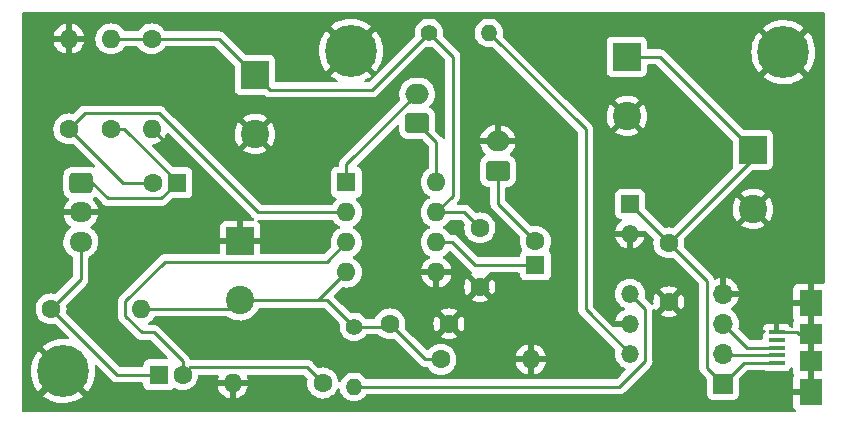
<source format=gtl>
%TF.GenerationSoftware,KiCad,Pcbnew,6.0.0*%
%TF.CreationDate,2022-02-03T20:00:08+01:00*%
%TF.ProjectId,diy-schematics,6469792d-7363-4686-956d-61746963732e,rev?*%
%TF.SameCoordinates,Original*%
%TF.FileFunction,Copper,L1,Top*%
%TF.FilePolarity,Positive*%
%FSLAX46Y46*%
G04 Gerber Fmt 4.6, Leading zero omitted, Abs format (unit mm)*
G04 Created by KiCad (PCBNEW 6.0.0) date 2022-02-03 20:00:08*
%MOMM*%
%LPD*%
G01*
G04 APERTURE LIST*
G04 Aperture macros list*
%AMRoundRect*
0 Rectangle with rounded corners*
0 $1 Rounding radius*
0 $2 $3 $4 $5 $6 $7 $8 $9 X,Y pos of 4 corners*
0 Add a 4 corners polygon primitive as box body*
4,1,4,$2,$3,$4,$5,$6,$7,$8,$9,$2,$3,0*
0 Add four circle primitives for the rounded corners*
1,1,$1+$1,$2,$3*
1,1,$1+$1,$4,$5*
1,1,$1+$1,$6,$7*
1,1,$1+$1,$8,$9*
0 Add four rect primitives between the rounded corners*
20,1,$1+$1,$2,$3,$4,$5,0*
20,1,$1+$1,$4,$5,$6,$7,0*
20,1,$1+$1,$6,$7,$8,$9,0*
20,1,$1+$1,$8,$9,$2,$3,0*%
G04 Aperture macros list end*
%TA.AperFunction,ComponentPad*%
%ADD10R,1.600000X1.600000*%
%TD*%
%TA.AperFunction,ComponentPad*%
%ADD11C,1.600000*%
%TD*%
%TA.AperFunction,ComponentPad*%
%ADD12O,1.600000X1.600000*%
%TD*%
%TA.AperFunction,ComponentPad*%
%ADD13R,2.400000X2.400000*%
%TD*%
%TA.AperFunction,ComponentPad*%
%ADD14C,2.400000*%
%TD*%
%TA.AperFunction,ComponentPad*%
%ADD15RoundRect,0.250000X0.750000X-0.600000X0.750000X0.600000X-0.750000X0.600000X-0.750000X-0.600000X0*%
%TD*%
%TA.AperFunction,ComponentPad*%
%ADD16O,2.000000X1.700000*%
%TD*%
%TA.AperFunction,SMDPad,CuDef*%
%ADD17R,1.900000X1.800000*%
%TD*%
%TA.AperFunction,SMDPad,CuDef*%
%ADD18R,1.900000X2.300000*%
%TD*%
%TA.AperFunction,SMDPad,CuDef*%
%ADD19R,1.400000X0.400000*%
%TD*%
%TA.AperFunction,ComponentPad*%
%ADD20R,1.700000X1.700000*%
%TD*%
%TA.AperFunction,ComponentPad*%
%ADD21O,1.700000X1.700000*%
%TD*%
%TA.AperFunction,ComponentPad*%
%ADD22RoundRect,0.250000X-0.725000X0.600000X-0.725000X-0.600000X0.725000X-0.600000X0.725000X0.600000X0*%
%TD*%
%TA.AperFunction,ComponentPad*%
%ADD23O,1.950000X1.700000*%
%TD*%
%TA.AperFunction,ComponentPad*%
%ADD24O,1.400000X1.400000*%
%TD*%
%TA.AperFunction,ComponentPad*%
%ADD25C,1.400000*%
%TD*%
%TA.AperFunction,ComponentPad*%
%ADD26R,1.500000X1.500000*%
%TD*%
%TA.AperFunction,ComponentPad*%
%ADD27O,1.500000X1.500000*%
%TD*%
%TA.AperFunction,ComponentPad*%
%ADD28C,4.400000*%
%TD*%
%TA.AperFunction,Conductor*%
%ADD29C,0.250000*%
%TD*%
G04 APERTURE END LIST*
D10*
%TO.P,C1,1*%
%TO.N,Net-(C1-Pad1)*%
X41656000Y-178054000D03*
D11*
%TO.P,C1,2*%
%TO.N,Net-(C1-Pad2)*%
X39656000Y-178054000D03*
%TD*%
D12*
%TO.P,R5,2*%
%TO.N,Earth*%
X39508000Y-173482000D03*
D11*
%TO.P,R5,1*%
%TO.N,Net-(C3-Pad1)*%
X39508000Y-165862000D03*
%TD*%
D13*
%TO.P,C5,1*%
%TO.N,VBUS*%
X79756000Y-167386000D03*
D14*
%TO.P,C5,2*%
%TO.N,Earth*%
X79756000Y-172386000D03*
%TD*%
D11*
%TO.P,C10,1*%
%TO.N,VBUS*%
X83312000Y-183134000D03*
%TO.P,C10,2*%
%TO.N,Earth*%
X83312000Y-188134000D03*
%TD*%
%TO.P,C3,2*%
%TO.N,Earth*%
X67310000Y-186864000D03*
%TO.P,C3,1*%
%TO.N,Net-(C3-Pad1)*%
X67310000Y-181864000D03*
%TD*%
D14*
%TO.P,C4,2*%
%TO.N,Earth*%
X90424000Y-180260000D03*
D13*
%TO.P,C4,1*%
%TO.N,VBUS*%
X90424000Y-175260000D03*
%TD*%
%TO.P,C6,1*%
%TO.N,Net-(C3-Pad1)*%
X48260000Y-168910000D03*
D14*
%TO.P,C6,2*%
%TO.N,Earth*%
X48260000Y-173910000D03*
%TD*%
%TO.P,C7,2*%
%TO.N,Net-(C7-Pad2)*%
X47000000Y-188000000D03*
D13*
%TO.P,C7,1*%
%TO.N,Earth*%
X47000000Y-183000000D03*
%TD*%
D11*
%TO.P,C9,1*%
%TO.N,Net-(C7-Pad2)*%
X59690000Y-189992000D03*
%TO.P,C9,2*%
%TO.N,Earth*%
X64690000Y-189992000D03*
%TD*%
D15*
%TO.P,J2,1*%
%TO.N,Net-(J2-Pad1)*%
X62000000Y-173000000D03*
D16*
%TO.P,J2,2*%
%TO.N,Net-(J2-Pad2)*%
X62000000Y-170500000D03*
%TD*%
D17*
%TO.P,J4,6*%
%TO.N,Earth*%
X95300000Y-190850000D03*
X95300000Y-193150000D03*
D18*
X95300000Y-188250000D03*
X95300000Y-195750000D03*
D19*
%TO.P,J4,5*%
X92450000Y-190700000D03*
%TO.P,J4,4*%
%TO.N,Net-(J4-Pad4)*%
X92450000Y-191350000D03*
%TO.P,J4,3*%
%TO.N,Net-(J4-Pad3)*%
X92450000Y-192000000D03*
%TO.P,J4,2*%
%TO.N,Net-(J4-Pad2)*%
X92450000Y-192650000D03*
%TO.P,J4,1*%
%TO.N,VBUS*%
X92450000Y-193300000D03*
%TD*%
D20*
%TO.P,J5,1*%
%TO.N,VBUS*%
X87884000Y-195072000D03*
D21*
%TO.P,J5,2*%
%TO.N,Net-(J4-Pad2)*%
X87884000Y-192532000D03*
%TO.P,J5,3*%
%TO.N,Net-(J4-Pad3)*%
X87884000Y-189992000D03*
%TO.P,J5,4*%
%TO.N,Earth*%
X87884000Y-187452000D03*
%TD*%
D22*
%TO.P,J6,1*%
%TO.N,Net-(C1-Pad1)*%
X33528000Y-178054000D03*
D23*
%TO.P,J6,2*%
%TO.N,Earth*%
X33528000Y-180554000D03*
%TO.P,J6,3*%
%TO.N,Net-(C2-Pad1)*%
X33528000Y-183054000D03*
%TD*%
D12*
%TO.P,R1,2*%
%TO.N,Net-(C3-Pad1)*%
X36068000Y-165862000D03*
D11*
%TO.P,R1,1*%
%TO.N,Net-(C1-Pad1)*%
X36068000Y-173482000D03*
%TD*%
%TO.P,R2,1*%
%TO.N,Net-(C2-Pad1)*%
X31000000Y-188722000D03*
D12*
%TO.P,R2,2*%
%TO.N,Net-(C7-Pad2)*%
X38620000Y-188722000D03*
%TD*%
D11*
%TO.P,R3,1*%
%TO.N,Net-(C1-Pad2)*%
X32512000Y-173482000D03*
D12*
%TO.P,R3,2*%
%TO.N,Earth*%
X32512000Y-165862000D03*
%TD*%
%TO.P,R4,2*%
%TO.N,Earth*%
X46380000Y-195000000D03*
D11*
%TO.P,R4,1*%
%TO.N,Net-(C2-Pad2)*%
X54000000Y-195000000D03*
%TD*%
%TO.P,R6,1*%
%TO.N,Net-(C7-Pad2)*%
X64000000Y-193000000D03*
D12*
%TO.P,R6,2*%
%TO.N,Earth*%
X71620000Y-193000000D03*
%TD*%
D24*
%TO.P,R7,2*%
%TO.N,+15V*%
X68072000Y-165354000D03*
D25*
%TO.P,R7,1*%
%TO.N,Net-(C3-Pad1)*%
X62992000Y-165354000D03*
%TD*%
%TO.P,R8,1*%
%TO.N,Net-(C7-Pad2)*%
X56642000Y-190246000D03*
D24*
%TO.P,R8,2*%
%TO.N,-15V*%
X56642000Y-195326000D03*
%TD*%
D10*
%TO.P,U1,1*%
%TO.N,Net-(J2-Pad2)*%
X56000000Y-178000000D03*
D12*
%TO.P,U1,5*%
%TO.N,Earth*%
X63620000Y-185620000D03*
%TO.P,U1,2*%
%TO.N,Net-(C1-Pad2)*%
X56000000Y-180540000D03*
%TO.P,U1,6*%
%TO.N,Net-(C8-Pad1)*%
X63620000Y-183080000D03*
%TO.P,U1,3*%
%TO.N,Net-(C2-Pad2)*%
X56000000Y-183080000D03*
%TO.P,U1,7*%
%TO.N,Net-(C3-Pad1)*%
X63620000Y-180540000D03*
%TO.P,U1,4*%
%TO.N,Net-(C7-Pad2)*%
X56000000Y-185620000D03*
%TO.P,U1,8*%
%TO.N,Net-(J2-Pad1)*%
X63620000Y-178000000D03*
%TD*%
D26*
%TO.P,U2,1*%
%TO.N,VBUS*%
X80010000Y-179832000D03*
D27*
%TO.P,U2,2*%
%TO.N,Earth*%
X80010000Y-182372000D03*
%TO.P,U2,4*%
%TO.N,-15V*%
X80010000Y-187452000D03*
%TO.P,U2,5*%
%TO.N,Earth*%
X80010000Y-189992000D03*
%TO.P,U2,6*%
%TO.N,+15V*%
X80010000Y-192532000D03*
%TD*%
D11*
%TO.P,C2,2*%
%TO.N,Net-(C2-Pad2)*%
X42132000Y-194310000D03*
D10*
%TO.P,C2,1*%
%TO.N,Net-(C2-Pad1)*%
X40132000Y-194310000D03*
%TD*%
%TO.P,C8,1*%
%TO.N,Net-(C8-Pad1)*%
X72000000Y-185000000D03*
D11*
%TO.P,C8,2*%
%TO.N,Net-(C8-Pad2)*%
X72000000Y-183000000D03*
%TD*%
D15*
%TO.P,J3,1*%
%TO.N,Net-(C8-Pad2)*%
X68834000Y-177038000D03*
D16*
%TO.P,J3,2*%
%TO.N,Earth*%
X68834000Y-174538000D03*
%TD*%
D28*
%TO.P,H1,1*%
%TO.N,Earth*%
X56388000Y-166878000D03*
%TD*%
%TO.P,H2,1*%
%TO.N,Earth*%
X93000000Y-167000000D03*
%TD*%
%TO.P,H3,1*%
%TO.N,Earth*%
X32000000Y-194000000D03*
%TD*%
D29*
%TO.N,Earth*%
X48170000Y-174000000D02*
X48260000Y-173910000D01*
X67000000Y-187000000D02*
X68000000Y-187000000D01*
X95300000Y-190850000D02*
X95074999Y-190624999D01*
X67682000Y-187000000D02*
X68000000Y-187000000D01*
X67174000Y-187000000D02*
X67310000Y-186864000D01*
X67446000Y-187000000D02*
X67310000Y-186864000D01*
X39508000Y-173482000D02*
X41540000Y-175514000D01*
X95300000Y-190850000D02*
X94330000Y-190850000D01*
X94180000Y-190700000D02*
X92450000Y-190700000D01*
X94330000Y-190850000D02*
X94180000Y-190700000D01*
%TO.N,Net-(C1-Pad1)*%
X41656000Y-177938630D02*
X41656000Y-178054000D01*
X37199370Y-173482000D02*
X41656000Y-177938630D01*
X36068000Y-173482000D02*
X37199370Y-173482000D01*
X40330999Y-179379001D02*
X41656000Y-178054000D01*
X35828001Y-179379001D02*
X40330999Y-179379001D01*
X34503000Y-178054000D02*
X35828001Y-179379001D01*
X33528000Y-178054000D02*
X34503000Y-178054000D01*
%TO.N,Net-(C1-Pad2)*%
X37084000Y-178054000D02*
X39656000Y-178054000D01*
X32512000Y-173482000D02*
X37084000Y-178054000D01*
X33837001Y-172156999D02*
X32512000Y-173482000D01*
X40144001Y-172156999D02*
X33837001Y-172156999D01*
X48527002Y-180540000D02*
X40144001Y-172156999D01*
X56000000Y-180540000D02*
X48527002Y-180540000D01*
%TO.N,Net-(C2-Pad2)*%
X42767001Y-193674999D02*
X42132000Y-194310000D01*
X52674999Y-193674999D02*
X42767001Y-193674999D01*
X54000000Y-195000000D02*
X52674999Y-193674999D01*
X40655997Y-184725001D02*
X54354999Y-184725001D01*
X54354999Y-184725001D02*
X56000000Y-183080000D01*
X37294999Y-188085999D02*
X40655997Y-184725001D01*
X37294999Y-189358001D02*
X37294999Y-188085999D01*
X38658998Y-190722000D02*
X37294999Y-189358001D01*
X39675370Y-190722000D02*
X38658998Y-190722000D01*
X42132000Y-193178630D02*
X39675370Y-190722000D01*
X42132000Y-194310000D02*
X42132000Y-193178630D01*
%TO.N,Net-(C2-Pad1)*%
X33528000Y-186194000D02*
X31000000Y-188722000D01*
X33528000Y-183054000D02*
X33528000Y-186194000D01*
X36588000Y-194310000D02*
X31000000Y-188722000D01*
X40132000Y-194310000D02*
X36588000Y-194310000D01*
%TO.N,Net-(C7-Pad2)*%
X59682000Y-190000000D02*
X59690000Y-189992000D01*
X46278000Y-188722000D02*
X47000000Y-188000000D01*
X38620000Y-188722000D02*
X46278000Y-188722000D01*
X53620000Y-188000000D02*
X56000000Y-185620000D01*
X54396000Y-188000000D02*
X56642000Y-190246000D01*
X52872000Y-188000000D02*
X54396000Y-188000000D01*
X47000000Y-188000000D02*
X52872000Y-188000000D01*
X52872000Y-188000000D02*
X53620000Y-188000000D01*
X59436000Y-190246000D02*
X59690000Y-189992000D01*
X56642000Y-190246000D02*
X59436000Y-190246000D01*
X62698000Y-193000000D02*
X59690000Y-189992000D01*
X64000000Y-193000000D02*
X62698000Y-193000000D01*
%TO.N,Net-(C8-Pad1)*%
X63620000Y-183080000D02*
X64970000Y-183080000D01*
X66890000Y-185000000D02*
X72000000Y-185000000D01*
X64970000Y-183080000D02*
X66890000Y-185000000D01*
%TO.N,Net-(C8-Pad2)*%
X68834000Y-179834000D02*
X72000000Y-183000000D01*
X68834000Y-177038000D02*
X68834000Y-179834000D01*
%TO.N,Net-(J2-Pad2)*%
X56000000Y-176500000D02*
X62000000Y-170500000D01*
X56000000Y-178000000D02*
X56000000Y-176500000D01*
%TO.N,Net-(J2-Pad1)*%
X63620000Y-174620000D02*
X62000000Y-173000000D01*
X63620000Y-178000000D02*
X63620000Y-174620000D01*
%TO.N,Net-(C3-Pad1)*%
X48170000Y-169000000D02*
X48260000Y-168910000D01*
X65986000Y-180540000D02*
X67310000Y-181864000D01*
X63620000Y-180540000D02*
X65986000Y-180540000D01*
X36068000Y-165862000D02*
X39508000Y-165862000D01*
X45212000Y-165862000D02*
X48260000Y-168910000D01*
X39508000Y-165862000D02*
X45212000Y-165862000D01*
X63620000Y-180540000D02*
X64945001Y-179214999D01*
X49276000Y-169926000D02*
X48260000Y-168910000D01*
X63620000Y-180540000D02*
X65024000Y-179136000D01*
X65024000Y-167386000D02*
X62992000Y-165354000D01*
X65024000Y-179136000D02*
X65024000Y-167386000D01*
X58166000Y-170180000D02*
X62992000Y-165354000D01*
X49530000Y-170180000D02*
X58166000Y-170180000D01*
X48260000Y-168910000D02*
X49530000Y-170180000D01*
%TO.N,VBUS*%
X82550000Y-167386000D02*
X90424000Y-175260000D01*
X79756000Y-167386000D02*
X82550000Y-167386000D01*
X90424000Y-176022000D02*
X83312000Y-183134000D01*
X90424000Y-175260000D02*
X90424000Y-176022000D01*
X80010000Y-179832000D02*
X83312000Y-183134000D01*
X86508999Y-193696999D02*
X87884000Y-195072000D01*
X86508999Y-186330999D02*
X86508999Y-193696999D01*
X83312000Y-183134000D02*
X86508999Y-186330999D01*
X89656000Y-193300000D02*
X87884000Y-195072000D01*
X92450000Y-193300000D02*
X89656000Y-193300000D01*
%TO.N,Net-(J4-Pad3)*%
X89892000Y-192000000D02*
X87884000Y-189992000D01*
X92450000Y-192000000D02*
X89892000Y-192000000D01*
%TO.N,Net-(J4-Pad2)*%
X88048000Y-192206000D02*
X88113001Y-192271001D01*
X88238000Y-192396000D02*
X88048000Y-192206000D01*
X88002000Y-192650000D02*
X87884000Y-192532000D01*
X92450000Y-192650000D02*
X88002000Y-192650000D01*
%TO.N,+15V*%
X76252999Y-173534999D02*
X68072000Y-165354000D01*
X76252999Y-188774999D02*
X76252999Y-173534999D01*
X80010000Y-192532000D02*
X76252999Y-188774999D01*
%TO.N,-15V*%
X79103002Y-195326000D02*
X56642000Y-195326000D01*
X81285001Y-193144001D02*
X79103002Y-195326000D01*
X81285001Y-188727001D02*
X81285001Y-193144001D01*
X80010000Y-187452000D02*
X81285001Y-188727001D01*
%TD*%
%TA.AperFunction,Conductor*%
%TO.N,Earth*%
G36*
X96461613Y-163596002D02*
G01*
X96508106Y-163649658D01*
X96519492Y-163702101D01*
X96501240Y-186473011D01*
X96501239Y-186473925D01*
X96481182Y-186542030D01*
X96427489Y-186588480D01*
X96360279Y-186598088D01*
X96360207Y-186598748D01*
X96357624Y-186598467D01*
X96357207Y-186598527D01*
X96355932Y-186598284D01*
X96301486Y-186592369D01*
X96294672Y-186592000D01*
X95572115Y-186592000D01*
X95556876Y-186596475D01*
X95555671Y-186597865D01*
X95554000Y-186605548D01*
X95554000Y-195878000D01*
X95533998Y-195946121D01*
X95480342Y-195992614D01*
X95428000Y-196004000D01*
X93860116Y-196004000D01*
X93844877Y-196008475D01*
X93843672Y-196009865D01*
X93842001Y-196017548D01*
X93842001Y-196944669D01*
X93842371Y-196951490D01*
X93847895Y-197002352D01*
X93851521Y-197017604D01*
X93896676Y-197138054D01*
X93905214Y-197153649D01*
X93981715Y-197255724D01*
X94000626Y-197274635D01*
X93998665Y-197276596D01*
X94032639Y-197322030D01*
X94037666Y-197392849D01*
X94003608Y-197455143D01*
X93941278Y-197489135D01*
X93914560Y-197492000D01*
X28634000Y-197492000D01*
X28565879Y-197471998D01*
X28519386Y-197418342D01*
X28508000Y-197366000D01*
X28508000Y-196086423D01*
X30278703Y-196086423D01*
X30286227Y-196096854D01*
X30425483Y-196209020D01*
X30431657Y-196213408D01*
X30702271Y-196382178D01*
X30708931Y-196385794D01*
X30997852Y-196520827D01*
X31004905Y-196523620D01*
X31307970Y-196622970D01*
X31315282Y-196624888D01*
X31628092Y-196687109D01*
X31635590Y-196688137D01*
X31953610Y-196712328D01*
X31961173Y-196712446D01*
X32279785Y-196698257D01*
X32287326Y-196697465D01*
X32601924Y-196645101D01*
X32609302Y-196643411D01*
X32915355Y-196553625D01*
X32922450Y-196551071D01*
X33215496Y-196425169D01*
X33222263Y-196421765D01*
X33498042Y-196261580D01*
X33504349Y-196257390D01*
X33714305Y-196098889D01*
X33722761Y-196087496D01*
X33716045Y-196075256D01*
X32012810Y-194372020D01*
X31998869Y-194364408D01*
X31997034Y-194364539D01*
X31990420Y-194368790D01*
X30285818Y-196073393D01*
X30278703Y-196086423D01*
X28508000Y-196086423D01*
X28508000Y-193975383D01*
X29287388Y-193975383D01*
X29303245Y-194293914D01*
X29304076Y-194301443D01*
X29358085Y-194615759D01*
X29359818Y-194623146D01*
X29451196Y-194928695D01*
X29453799Y-194935808D01*
X29581227Y-195228173D01*
X29584669Y-195234929D01*
X29746296Y-195509865D01*
X29750519Y-195516150D01*
X29901463Y-195713934D01*
X29912989Y-195722396D01*
X29925054Y-195715735D01*
X31627980Y-194012810D01*
X31635592Y-193998869D01*
X31635461Y-193997034D01*
X31631210Y-193990420D01*
X29926445Y-192285656D01*
X29913510Y-192278592D01*
X29902949Y-192286252D01*
X29782766Y-192437072D01*
X29778410Y-192443270D01*
X29611059Y-192714764D01*
X29607479Y-192721440D01*
X29473956Y-193011074D01*
X29471206Y-193018125D01*
X29373444Y-193321708D01*
X29371561Y-193329041D01*
X29310979Y-193642170D01*
X29309992Y-193649670D01*
X29287467Y-193967802D01*
X29287388Y-193975383D01*
X28508000Y-193975383D01*
X28508000Y-188722000D01*
X29686502Y-188722000D01*
X29706457Y-188950087D01*
X29707880Y-188955398D01*
X29707881Y-188955402D01*
X29763941Y-189164617D01*
X29765716Y-189171243D01*
X29768039Y-189176224D01*
X29768039Y-189176225D01*
X29860151Y-189373762D01*
X29860154Y-189373767D01*
X29862477Y-189378749D01*
X29923728Y-189466224D01*
X29985969Y-189555113D01*
X29993802Y-189566300D01*
X30155700Y-189728198D01*
X30160208Y-189731355D01*
X30160211Y-189731357D01*
X30199244Y-189758688D01*
X30343251Y-189859523D01*
X30348233Y-189861846D01*
X30348238Y-189861849D01*
X30545775Y-189953961D01*
X30550757Y-189956284D01*
X30556065Y-189957706D01*
X30556067Y-189957707D01*
X30766598Y-190014119D01*
X30766600Y-190014119D01*
X30771913Y-190015543D01*
X31000000Y-190035498D01*
X31228087Y-190015543D01*
X31233398Y-190014120D01*
X31233409Y-190014118D01*
X31291541Y-189998541D01*
X31362517Y-190000230D01*
X31413248Y-190031152D01*
X32483452Y-191101356D01*
X32517478Y-191163668D01*
X32512413Y-191234483D01*
X32469866Y-191291319D01*
X32403346Y-191316130D01*
X32371069Y-191314280D01*
X32343756Y-191309143D01*
X32336237Y-191308194D01*
X32017989Y-191287335D01*
X32010424Y-191287295D01*
X31691964Y-191304821D01*
X31684450Y-191305690D01*
X31370405Y-191361348D01*
X31363044Y-191363115D01*
X31057980Y-191456092D01*
X31050860Y-191458740D01*
X30759182Y-191587690D01*
X30752445Y-191591167D01*
X30478355Y-191754233D01*
X30472091Y-191758490D01*
X30286385Y-191901762D01*
X30277917Y-191913423D01*
X30284520Y-191925309D01*
X32000000Y-193640790D01*
X34073287Y-195714076D01*
X34086407Y-195721240D01*
X34096710Y-195713850D01*
X34200751Y-195586055D01*
X34205164Y-195579914D01*
X34375349Y-195310187D01*
X34379005Y-195303536D01*
X34515544Y-195015335D01*
X34518375Y-195008295D01*
X34619306Y-194705767D01*
X34621270Y-194698433D01*
X34685122Y-194385989D01*
X34686194Y-194378465D01*
X34712173Y-194059051D01*
X34712378Y-194054576D01*
X34712927Y-194002221D01*
X34712817Y-193997789D01*
X34693529Y-193677853D01*
X34692620Y-193670347D01*
X34684790Y-193627470D01*
X34692229Y-193556864D01*
X34736659Y-193501489D01*
X34803974Y-193478924D01*
X34872803Y-193496335D01*
X34897835Y-193515739D01*
X36084343Y-194702247D01*
X36091887Y-194710537D01*
X36096000Y-194717018D01*
X36101777Y-194722443D01*
X36145667Y-194763658D01*
X36148509Y-194766413D01*
X36168230Y-194786134D01*
X36171425Y-194788612D01*
X36180447Y-194796318D01*
X36212679Y-194826586D01*
X36219628Y-194830406D01*
X36230432Y-194836346D01*
X36246956Y-194847199D01*
X36262959Y-194859613D01*
X36303543Y-194877176D01*
X36314173Y-194882383D01*
X36352940Y-194903695D01*
X36360617Y-194905666D01*
X36360622Y-194905668D01*
X36372558Y-194908732D01*
X36391266Y-194915137D01*
X36409855Y-194923181D01*
X36417680Y-194924420D01*
X36417682Y-194924421D01*
X36453519Y-194930097D01*
X36465140Y-194932504D01*
X36500289Y-194941528D01*
X36507970Y-194943500D01*
X36528231Y-194943500D01*
X36547940Y-194945051D01*
X36567943Y-194948219D01*
X36575835Y-194947473D01*
X36581062Y-194946979D01*
X36611954Y-194944059D01*
X36623811Y-194943500D01*
X38697500Y-194943500D01*
X38765621Y-194963502D01*
X38812114Y-195017158D01*
X38823500Y-195069500D01*
X38823500Y-195158134D01*
X38830255Y-195220316D01*
X38881385Y-195356705D01*
X38968739Y-195473261D01*
X39085295Y-195560615D01*
X39221684Y-195611745D01*
X39283866Y-195618500D01*
X40980134Y-195618500D01*
X41042316Y-195611745D01*
X41178705Y-195560615D01*
X41295261Y-195473261D01*
X41300642Y-195466081D01*
X41306992Y-195459731D01*
X41309232Y-195461971D01*
X41353565Y-195428829D01*
X41424384Y-195423810D01*
X41465790Y-195441949D01*
X41465981Y-195441617D01*
X41468964Y-195443339D01*
X41469797Y-195443704D01*
X41475251Y-195447523D01*
X41480233Y-195449846D01*
X41480238Y-195449849D01*
X41622423Y-195516150D01*
X41682757Y-195544284D01*
X41688065Y-195545706D01*
X41688067Y-195545707D01*
X41898598Y-195602119D01*
X41898600Y-195602119D01*
X41903913Y-195603543D01*
X42132000Y-195623498D01*
X42360087Y-195603543D01*
X42365400Y-195602119D01*
X42365402Y-195602119D01*
X42575933Y-195545707D01*
X42575935Y-195545706D01*
X42581243Y-195544284D01*
X42641577Y-195516150D01*
X42783762Y-195449849D01*
X42783767Y-195449846D01*
X42788749Y-195447523D01*
X42930458Y-195348297D01*
X42971789Y-195319357D01*
X42971792Y-195319355D01*
X42976300Y-195316198D01*
X43025976Y-195266522D01*
X45097273Y-195266522D01*
X45144764Y-195443761D01*
X45148510Y-195454053D01*
X45240586Y-195651511D01*
X45246069Y-195661007D01*
X45371028Y-195839467D01*
X45378084Y-195847875D01*
X45532125Y-196001916D01*
X45540533Y-196008972D01*
X45718993Y-196133931D01*
X45728489Y-196139414D01*
X45925947Y-196231490D01*
X45936239Y-196235236D01*
X46108503Y-196281394D01*
X46122599Y-196281058D01*
X46126000Y-196273116D01*
X46126000Y-196267967D01*
X46634000Y-196267967D01*
X46637973Y-196281498D01*
X46646522Y-196282727D01*
X46823761Y-196235236D01*
X46834053Y-196231490D01*
X47031511Y-196139414D01*
X47041007Y-196133931D01*
X47219467Y-196008972D01*
X47227875Y-196001916D01*
X47381916Y-195847875D01*
X47388972Y-195839467D01*
X47513931Y-195661007D01*
X47519414Y-195651511D01*
X47611490Y-195454053D01*
X47615236Y-195443761D01*
X47661394Y-195271497D01*
X47661058Y-195257401D01*
X47653116Y-195254000D01*
X46652115Y-195254000D01*
X46636876Y-195258475D01*
X46635671Y-195259865D01*
X46634000Y-195267548D01*
X46634000Y-196267967D01*
X46126000Y-196267967D01*
X46126000Y-195272115D01*
X46121525Y-195256876D01*
X46120135Y-195255671D01*
X46112452Y-195254000D01*
X45112033Y-195254000D01*
X45098502Y-195257973D01*
X45097273Y-195266522D01*
X43025976Y-195266522D01*
X43138198Y-195154300D01*
X43269523Y-194966749D01*
X43271846Y-194961767D01*
X43271849Y-194961762D01*
X43363961Y-194764225D01*
X43363961Y-194764224D01*
X43366284Y-194759243D01*
X43369833Y-194746000D01*
X43424119Y-194543402D01*
X43424119Y-194543400D01*
X43425543Y-194538087D01*
X43426023Y-194532601D01*
X43426024Y-194532595D01*
X43435568Y-194423517D01*
X43461431Y-194357399D01*
X43518935Y-194315759D01*
X43561088Y-194308499D01*
X45061453Y-194308499D01*
X45129574Y-194328501D01*
X45176067Y-194382157D01*
X45186171Y-194452431D01*
X45175648Y-194487748D01*
X45148512Y-194545942D01*
X45144764Y-194556239D01*
X45098606Y-194728503D01*
X45098942Y-194742599D01*
X45106884Y-194746000D01*
X47647967Y-194746000D01*
X47661498Y-194742027D01*
X47662727Y-194733478D01*
X47615236Y-194556239D01*
X47611488Y-194545942D01*
X47584352Y-194487748D01*
X47573691Y-194417557D01*
X47602671Y-194352744D01*
X47662091Y-194313888D01*
X47698547Y-194308499D01*
X52360405Y-194308499D01*
X52428526Y-194328501D01*
X52449500Y-194345404D01*
X52690848Y-194586752D01*
X52724874Y-194649064D01*
X52723459Y-194708459D01*
X52707882Y-194766591D01*
X52707881Y-194766598D01*
X52706457Y-194771913D01*
X52686502Y-195000000D01*
X52706457Y-195228087D01*
X52707881Y-195233400D01*
X52707881Y-195233402D01*
X52763762Y-195441949D01*
X52765716Y-195449243D01*
X52768039Y-195454224D01*
X52768039Y-195454225D01*
X52860151Y-195651762D01*
X52860154Y-195651767D01*
X52862477Y-195656749D01*
X52902618Y-195714076D01*
X52984169Y-195830542D01*
X52993802Y-195844300D01*
X53155700Y-196006198D01*
X53160208Y-196009355D01*
X53160211Y-196009357D01*
X53193000Y-196032316D01*
X53343251Y-196137523D01*
X53348233Y-196139846D01*
X53348238Y-196139849D01*
X53505988Y-196213408D01*
X53550757Y-196234284D01*
X53556065Y-196235706D01*
X53556067Y-196235707D01*
X53766598Y-196292119D01*
X53766600Y-196292119D01*
X53771913Y-196293543D01*
X54000000Y-196313498D01*
X54228087Y-196293543D01*
X54233400Y-196292119D01*
X54233402Y-196292119D01*
X54443933Y-196235707D01*
X54443935Y-196235706D01*
X54449243Y-196234284D01*
X54494012Y-196213408D01*
X54651762Y-196139849D01*
X54651767Y-196139846D01*
X54656749Y-196137523D01*
X54807000Y-196032316D01*
X54839789Y-196009357D01*
X54839792Y-196009355D01*
X54844300Y-196006198D01*
X55006198Y-195844300D01*
X55015832Y-195830542D01*
X55097382Y-195714076D01*
X55137523Y-195656749D01*
X55209144Y-195503156D01*
X55256061Y-195449871D01*
X55324338Y-195430410D01*
X55392298Y-195450952D01*
X55438364Y-195504974D01*
X55447009Y-195533168D01*
X55447314Y-195536655D01*
X55448735Y-195541960D01*
X55448736Y-195541963D01*
X55478157Y-195651762D01*
X55502044Y-195740910D01*
X55504366Y-195745891D01*
X55504367Y-195745892D01*
X55588358Y-195926010D01*
X55591411Y-195932558D01*
X55712699Y-196105776D01*
X55862224Y-196255301D01*
X56035442Y-196376589D01*
X56040420Y-196378910D01*
X56040423Y-196378912D01*
X56139622Y-196425169D01*
X56227090Y-196465956D01*
X56232398Y-196467378D01*
X56232400Y-196467379D01*
X56426030Y-196519262D01*
X56426032Y-196519262D01*
X56431345Y-196520686D01*
X56642000Y-196539116D01*
X56852655Y-196520686D01*
X56857968Y-196519262D01*
X56857970Y-196519262D01*
X57051600Y-196467379D01*
X57051602Y-196467378D01*
X57056910Y-196465956D01*
X57144378Y-196425169D01*
X57243577Y-196378912D01*
X57243580Y-196378910D01*
X57248558Y-196376589D01*
X57421776Y-196255301D01*
X57571301Y-196105776D01*
X57636102Y-196013230D01*
X57691559Y-195968901D01*
X57739315Y-195959500D01*
X79024235Y-195959500D01*
X79035418Y-195960027D01*
X79042911Y-195961702D01*
X79050837Y-195961453D01*
X79050838Y-195961453D01*
X79110988Y-195959562D01*
X79114947Y-195959500D01*
X79142858Y-195959500D01*
X79146793Y-195959003D01*
X79146858Y-195958995D01*
X79158695Y-195958062D01*
X79190953Y-195957048D01*
X79194972Y-195956922D01*
X79202891Y-195956673D01*
X79222345Y-195951021D01*
X79241702Y-195947013D01*
X79253932Y-195945468D01*
X79253933Y-195945468D01*
X79261799Y-195944474D01*
X79269170Y-195941555D01*
X79269172Y-195941555D01*
X79302914Y-195928196D01*
X79314144Y-195924351D01*
X79348985Y-195914229D01*
X79348986Y-195914229D01*
X79356595Y-195912018D01*
X79363414Y-195907985D01*
X79363419Y-195907983D01*
X79374030Y-195901707D01*
X79391778Y-195893012D01*
X79410619Y-195885552D01*
X79446389Y-195859564D01*
X79456309Y-195853048D01*
X79487537Y-195834580D01*
X79487540Y-195834578D01*
X79494364Y-195830542D01*
X79508685Y-195816221D01*
X79523719Y-195803380D01*
X79533696Y-195796131D01*
X79540109Y-195791472D01*
X79568300Y-195757395D01*
X79576290Y-195748616D01*
X81677248Y-193647658D01*
X81685538Y-193640114D01*
X81692019Y-193636001D01*
X81704323Y-193622899D01*
X81738659Y-193586334D01*
X81741414Y-193583492D01*
X81761136Y-193563770D01*
X81763613Y-193560577D01*
X81771318Y-193551556D01*
X81796160Y-193525101D01*
X81801587Y-193519322D01*
X81806075Y-193511158D01*
X81811347Y-193501569D01*
X81822203Y-193485042D01*
X81829758Y-193475303D01*
X81829759Y-193475301D01*
X81834615Y-193469041D01*
X81852175Y-193428461D01*
X81857392Y-193417813D01*
X81874876Y-193386010D01*
X81874877Y-193386008D01*
X81878696Y-193379061D01*
X81883734Y-193359438D01*
X81890138Y-193340735D01*
X81895034Y-193329421D01*
X81895034Y-193329420D01*
X81898182Y-193322146D01*
X81899421Y-193314323D01*
X81899424Y-193314313D01*
X81905100Y-193278477D01*
X81907506Y-193266857D01*
X81916529Y-193231712D01*
X81916529Y-193231711D01*
X81918501Y-193224031D01*
X81918501Y-193203777D01*
X81920052Y-193184066D01*
X81921981Y-193171887D01*
X81923221Y-193164058D01*
X81919060Y-193120039D01*
X81918501Y-193108182D01*
X81918501Y-189220062D01*
X82590493Y-189220062D01*
X82599789Y-189232077D01*
X82650994Y-189267931D01*
X82660489Y-189273414D01*
X82857947Y-189365490D01*
X82868239Y-189369236D01*
X83078688Y-189425625D01*
X83089481Y-189427528D01*
X83306525Y-189446517D01*
X83317475Y-189446517D01*
X83534519Y-189427528D01*
X83545312Y-189425625D01*
X83755761Y-189369236D01*
X83766053Y-189365490D01*
X83963511Y-189273414D01*
X83973006Y-189267931D01*
X84025048Y-189231491D01*
X84033424Y-189221012D01*
X84026356Y-189207566D01*
X83324812Y-188506022D01*
X83310868Y-188498408D01*
X83309035Y-188498539D01*
X83302420Y-188502790D01*
X82596923Y-189208287D01*
X82590493Y-189220062D01*
X81918501Y-189220062D01*
X81918501Y-188808973D01*
X81938503Y-188740852D01*
X81992159Y-188694359D01*
X82062433Y-188684255D01*
X82127013Y-188713749D01*
X82158696Y-188755723D01*
X82172586Y-188785511D01*
X82178069Y-188795006D01*
X82214509Y-188847048D01*
X82224988Y-188855424D01*
X82238434Y-188848356D01*
X82939978Y-188146812D01*
X82946356Y-188135132D01*
X83676408Y-188135132D01*
X83676539Y-188136965D01*
X83680790Y-188143580D01*
X84386287Y-188849077D01*
X84398062Y-188855507D01*
X84410077Y-188846211D01*
X84445931Y-188795006D01*
X84451414Y-188785511D01*
X84543490Y-188588053D01*
X84547236Y-188577761D01*
X84603625Y-188367312D01*
X84605528Y-188356519D01*
X84624517Y-188139475D01*
X84624517Y-188128525D01*
X84605528Y-187911481D01*
X84603625Y-187900688D01*
X84547236Y-187690239D01*
X84543490Y-187679947D01*
X84451414Y-187482489D01*
X84445931Y-187472994D01*
X84409491Y-187420952D01*
X84399012Y-187412576D01*
X84385566Y-187419644D01*
X83684022Y-188121188D01*
X83676408Y-188135132D01*
X82946356Y-188135132D01*
X82947592Y-188132868D01*
X82947461Y-188131035D01*
X82943210Y-188124420D01*
X82237713Y-187418923D01*
X82225938Y-187412493D01*
X82213923Y-187421789D01*
X82178069Y-187472994D01*
X82172586Y-187482489D01*
X82080510Y-187679947D01*
X82076764Y-187690239D01*
X82020375Y-187900688D01*
X82018472Y-187911481D01*
X81999483Y-188128525D01*
X81999483Y-188139474D01*
X82008364Y-188240982D01*
X81994375Y-188310587D01*
X81944976Y-188361579D01*
X81875850Y-188377770D01*
X81808944Y-188354018D01*
X81789741Y-188335441D01*
X81789543Y-188335639D01*
X81775222Y-188321318D01*
X81762381Y-188306284D01*
X81755132Y-188296307D01*
X81750473Y-188289894D01*
X81744369Y-188284844D01*
X81744364Y-188284839D01*
X81716403Y-188261708D01*
X81707622Y-188253718D01*
X81278327Y-187824422D01*
X81244302Y-187762110D01*
X81245716Y-187702715D01*
X81245777Y-187702490D01*
X81254115Y-187671371D01*
X81273307Y-187452000D01*
X81254115Y-187232629D01*
X81204372Y-187046988D01*
X82590576Y-187046988D01*
X82597644Y-187060434D01*
X83299188Y-187761978D01*
X83313132Y-187769592D01*
X83314965Y-187769461D01*
X83321580Y-187765210D01*
X84027077Y-187059713D01*
X84033507Y-187047938D01*
X84024211Y-187035923D01*
X83973006Y-187000069D01*
X83963511Y-186994586D01*
X83766053Y-186902510D01*
X83755761Y-186898764D01*
X83545312Y-186842375D01*
X83534519Y-186840472D01*
X83317475Y-186821483D01*
X83306525Y-186821483D01*
X83089481Y-186840472D01*
X83078688Y-186842375D01*
X82868239Y-186898764D01*
X82857947Y-186902510D01*
X82660489Y-186994586D01*
X82650994Y-187000069D01*
X82598952Y-187036509D01*
X82590576Y-187046988D01*
X81204372Y-187046988D01*
X81197120Y-187019924D01*
X81126965Y-186869475D01*
X81106382Y-186825334D01*
X81106379Y-186825329D01*
X81104056Y-186820347D01*
X81099225Y-186813447D01*
X80980908Y-186644473D01*
X80980906Y-186644470D01*
X80977749Y-186639962D01*
X80822038Y-186484251D01*
X80793546Y-186464300D01*
X80716056Y-186410041D01*
X80641654Y-186357944D01*
X80442076Y-186264880D01*
X80229371Y-186207885D01*
X80010000Y-186188693D01*
X79790629Y-186207885D01*
X79577924Y-186264880D01*
X79498867Y-186301745D01*
X79383334Y-186355618D01*
X79383329Y-186355621D01*
X79378347Y-186357944D01*
X79373840Y-186361100D01*
X79373838Y-186361101D01*
X79202473Y-186481092D01*
X79202470Y-186481094D01*
X79197962Y-186484251D01*
X79042251Y-186639962D01*
X79039094Y-186644470D01*
X79039092Y-186644473D01*
X78920775Y-186813447D01*
X78915944Y-186820347D01*
X78913621Y-186825329D01*
X78913618Y-186825334D01*
X78893035Y-186869475D01*
X78822880Y-187019924D01*
X78765885Y-187232629D01*
X78746693Y-187452000D01*
X78765885Y-187671371D01*
X78822880Y-187884076D01*
X78860356Y-187964443D01*
X78913618Y-188078666D01*
X78913621Y-188078671D01*
X78915944Y-188083653D01*
X78919100Y-188088160D01*
X78919101Y-188088162D01*
X79035025Y-188253718D01*
X79042251Y-188264038D01*
X79197962Y-188419749D01*
X79202471Y-188422906D01*
X79202473Y-188422908D01*
X79256023Y-188460404D01*
X79378346Y-188546056D01*
X79383328Y-188548379D01*
X79383333Y-188548382D01*
X79511359Y-188608081D01*
X79564644Y-188654998D01*
X79584105Y-188723276D01*
X79563563Y-188791236D01*
X79511359Y-188836471D01*
X79383579Y-188896056D01*
X79374093Y-188901534D01*
X79202797Y-189021476D01*
X79194390Y-189028530D01*
X79046530Y-189176390D01*
X79039476Y-189184797D01*
X78919534Y-189356093D01*
X78914056Y-189365579D01*
X78825674Y-189555113D01*
X78821928Y-189565405D01*
X78780370Y-189720503D01*
X78780706Y-189734599D01*
X78788648Y-189738000D01*
X80138000Y-189738000D01*
X80206121Y-189758002D01*
X80252614Y-189811658D01*
X80264000Y-189864000D01*
X80264000Y-190120000D01*
X80243998Y-190188121D01*
X80190342Y-190234614D01*
X80138000Y-190246000D01*
X78793797Y-190246000D01*
X78753577Y-190257810D01*
X78735880Y-190269183D01*
X78664884Y-190269183D01*
X78611287Y-190237382D01*
X76923404Y-188549499D01*
X76889378Y-188487187D01*
X76886499Y-188460404D01*
X76886499Y-182638522D01*
X78779037Y-182638522D01*
X78821928Y-182798595D01*
X78825674Y-182808887D01*
X78914056Y-182998421D01*
X78919534Y-183007907D01*
X79039476Y-183179203D01*
X79046530Y-183187610D01*
X79194388Y-183335468D01*
X79202796Y-183342524D01*
X79374088Y-183462464D01*
X79383584Y-183467947D01*
X79573113Y-183556326D01*
X79583405Y-183560072D01*
X79738503Y-183601630D01*
X79752599Y-183601294D01*
X79756000Y-183593352D01*
X79756000Y-183588203D01*
X80264000Y-183588203D01*
X80267973Y-183601734D01*
X80276522Y-183602963D01*
X80436595Y-183560072D01*
X80446887Y-183556326D01*
X80636416Y-183467947D01*
X80645912Y-183462464D01*
X80817204Y-183342524D01*
X80825612Y-183335468D01*
X80973470Y-183187610D01*
X80980524Y-183179203D01*
X81100466Y-183007907D01*
X81105944Y-182998421D01*
X81194326Y-182808887D01*
X81198072Y-182798595D01*
X81239630Y-182643497D01*
X81239294Y-182629401D01*
X81231352Y-182626000D01*
X80282115Y-182626000D01*
X80266876Y-182630475D01*
X80265671Y-182631865D01*
X80264000Y-182639548D01*
X80264000Y-183588203D01*
X79756000Y-183588203D01*
X79756000Y-182644115D01*
X79751525Y-182628876D01*
X79750135Y-182627671D01*
X79742452Y-182626000D01*
X78793797Y-182626000D01*
X78780266Y-182629973D01*
X78779037Y-182638522D01*
X76886499Y-182638522D01*
X76886499Y-173759359D01*
X78747386Y-173759359D01*
X78756099Y-173770879D01*
X78844586Y-173835760D01*
X78852505Y-173840708D01*
X79068877Y-173954547D01*
X79077451Y-173958275D01*
X79308282Y-174038885D01*
X79317291Y-174041299D01*
X79557518Y-174086908D01*
X79566775Y-174087962D01*
X79811107Y-174097563D01*
X79820420Y-174097237D01*
X80063478Y-174070618D01*
X80072655Y-174068917D01*
X80309107Y-174006665D01*
X80317926Y-174003628D01*
X80542584Y-173907107D01*
X80550856Y-173902800D01*
X80758777Y-173774135D01*
X80760620Y-173772796D01*
X80768038Y-173761541D01*
X80761974Y-173751184D01*
X79768812Y-172758022D01*
X79754868Y-172750408D01*
X79753035Y-172750539D01*
X79746420Y-172754790D01*
X78754044Y-173747166D01*
X78747386Y-173759359D01*
X76886499Y-173759359D01*
X76886499Y-173613767D01*
X76887026Y-173602584D01*
X76888701Y-173595091D01*
X76887631Y-173561029D01*
X76886561Y-173527001D01*
X76886499Y-173523043D01*
X76886499Y-173495143D01*
X76885995Y-173491152D01*
X76885062Y-173479310D01*
X76884975Y-173476525D01*
X76883673Y-173435110D01*
X76881461Y-173427496D01*
X76881460Y-173427491D01*
X76878022Y-173415658D01*
X76874011Y-173396294D01*
X76872466Y-173384063D01*
X76871473Y-173376202D01*
X76868556Y-173368835D01*
X76868555Y-173368830D01*
X76855197Y-173335091D01*
X76851353Y-173323864D01*
X76841229Y-173289021D01*
X76839017Y-173281406D01*
X76828706Y-173263971D01*
X76820011Y-173246223D01*
X76812551Y-173227382D01*
X76786563Y-173191612D01*
X76780047Y-173181692D01*
X76761579Y-173150464D01*
X76761577Y-173150461D01*
X76757541Y-173143637D01*
X76743220Y-173129316D01*
X76730379Y-173114282D01*
X76723130Y-173104305D01*
X76718471Y-173097892D01*
X76684394Y-173069701D01*
X76675615Y-173061711D01*
X75959739Y-172345835D01*
X78044022Y-172345835D01*
X78055754Y-172590064D01*
X78056891Y-172599324D01*
X78104593Y-172839143D01*
X78107082Y-172848118D01*
X78189708Y-173078250D01*
X78193505Y-173086778D01*
X78309234Y-173302160D01*
X78314245Y-173310027D01*
X78371173Y-173386263D01*
X78382431Y-173394712D01*
X78394850Y-173387940D01*
X79383978Y-172398812D01*
X79390356Y-172387132D01*
X80120408Y-172387132D01*
X80120539Y-172388965D01*
X80124790Y-172395580D01*
X81119732Y-173390522D01*
X81132112Y-173397282D01*
X81140453Y-173391038D01*
X81258700Y-173207202D01*
X81263147Y-173199011D01*
X81363572Y-172976076D01*
X81366767Y-172967298D01*
X81433135Y-172731973D01*
X81434993Y-172722844D01*
X81466044Y-172478770D01*
X81466525Y-172472483D01*
X81468706Y-172389160D01*
X81468555Y-172382851D01*
X81450321Y-172137486D01*
X81448944Y-172128280D01*
X81394979Y-171889786D01*
X81392255Y-171880875D01*
X81303633Y-171652983D01*
X81299619Y-171644567D01*
X81178284Y-171432276D01*
X81173074Y-171424553D01*
X81141787Y-171384865D01*
X81129863Y-171376395D01*
X81118328Y-171382882D01*
X80128022Y-172373188D01*
X80120408Y-172387132D01*
X79390356Y-172387132D01*
X79391592Y-172384868D01*
X79391461Y-172383035D01*
X79387210Y-172376420D01*
X78392828Y-171382038D01*
X78379520Y-171374771D01*
X78369481Y-171381893D01*
X78364581Y-171387784D01*
X78359168Y-171395373D01*
X78232322Y-171604409D01*
X78228084Y-171612726D01*
X78133529Y-171838214D01*
X78130572Y-171847052D01*
X78070384Y-172084042D01*
X78068763Y-172093232D01*
X78044267Y-172336510D01*
X78044022Y-172345835D01*
X75959739Y-172345835D01*
X74624821Y-171010917D01*
X78745330Y-171010917D01*
X78749903Y-171020693D01*
X79743188Y-172013978D01*
X79757132Y-172021592D01*
X79758965Y-172021461D01*
X79765580Y-172017210D01*
X80758488Y-171024302D01*
X80764872Y-171012612D01*
X80755460Y-171000502D01*
X80629144Y-170912873D01*
X80621116Y-170908145D01*
X80401810Y-170799995D01*
X80393177Y-170796507D01*
X80160288Y-170721958D01*
X80151238Y-170719785D01*
X79909891Y-170680480D01*
X79900602Y-170679668D01*
X79656114Y-170676467D01*
X79646803Y-170677037D01*
X79404522Y-170710010D01*
X79395403Y-170711948D01*
X79160668Y-170780367D01*
X79151915Y-170783639D01*
X78929869Y-170886004D01*
X78921714Y-170890524D01*
X78754468Y-171000175D01*
X78745330Y-171010917D01*
X74624821Y-171010917D01*
X72248039Y-168634134D01*
X78047500Y-168634134D01*
X78054255Y-168696316D01*
X78105385Y-168832705D01*
X78192739Y-168949261D01*
X78309295Y-169036615D01*
X78445684Y-169087745D01*
X78507866Y-169094500D01*
X81004134Y-169094500D01*
X81066316Y-169087745D01*
X81202705Y-169036615D01*
X81319261Y-168949261D01*
X81406615Y-168832705D01*
X81457745Y-168696316D01*
X81464500Y-168634134D01*
X81464500Y-168145500D01*
X81484502Y-168077379D01*
X81538158Y-168030886D01*
X81590500Y-168019500D01*
X82235406Y-168019500D01*
X82303527Y-168039502D01*
X82324501Y-168056405D01*
X88678595Y-174410499D01*
X88712621Y-174472811D01*
X88715500Y-174499594D01*
X88715500Y-176508134D01*
X88722255Y-176570316D01*
X88763997Y-176681663D01*
X88769180Y-176752468D01*
X88735110Y-176814986D01*
X83725248Y-181824848D01*
X83662936Y-181858874D01*
X83603541Y-181857459D01*
X83545409Y-181841882D01*
X83545398Y-181841880D01*
X83540087Y-181840457D01*
X83312000Y-181820502D01*
X83083913Y-181840457D01*
X83020458Y-181857460D01*
X82949482Y-181855770D01*
X82898753Y-181824848D01*
X81305405Y-180231500D01*
X81271379Y-180169188D01*
X81268500Y-180142405D01*
X81268500Y-179033866D01*
X81261745Y-178971684D01*
X81210615Y-178835295D01*
X81123261Y-178718739D01*
X81006705Y-178631385D01*
X80870316Y-178580255D01*
X80808134Y-178573500D01*
X79211866Y-178573500D01*
X79149684Y-178580255D01*
X79013295Y-178631385D01*
X78896739Y-178718739D01*
X78809385Y-178835295D01*
X78758255Y-178971684D01*
X78751500Y-179033866D01*
X78751500Y-180630134D01*
X78758255Y-180692316D01*
X78809385Y-180828705D01*
X78896739Y-180945261D01*
X79013295Y-181032615D01*
X79149684Y-181083745D01*
X79211866Y-181090500D01*
X79247297Y-181090500D01*
X79315418Y-181110502D01*
X79361911Y-181164158D01*
X79372015Y-181234432D01*
X79342521Y-181299012D01*
X79319567Y-181319713D01*
X79202797Y-181401476D01*
X79194390Y-181408530D01*
X79046530Y-181556390D01*
X79039476Y-181564797D01*
X78919534Y-181736093D01*
X78914056Y-181745579D01*
X78825674Y-181935113D01*
X78821928Y-181945405D01*
X78780370Y-182100503D01*
X78780706Y-182114599D01*
X78788648Y-182118000D01*
X81226203Y-182118000D01*
X81266416Y-182106192D01*
X81284113Y-182094818D01*
X81355109Y-182094814D01*
X81408713Y-182126617D01*
X82002848Y-182720752D01*
X82036874Y-182783064D01*
X82035459Y-182842459D01*
X82019882Y-182900591D01*
X82019880Y-182900602D01*
X82018457Y-182905913D01*
X81998502Y-183134000D01*
X82018457Y-183362087D01*
X82019880Y-183367398D01*
X82019881Y-183367402D01*
X82070504Y-183556326D01*
X82077716Y-183583243D01*
X82080039Y-183588224D01*
X82080039Y-183588225D01*
X82172151Y-183785762D01*
X82172154Y-183785767D01*
X82174477Y-183790749D01*
X82233781Y-183875443D01*
X82294181Y-183961703D01*
X82305802Y-183978300D01*
X82467700Y-184140198D01*
X82472208Y-184143355D01*
X82472211Y-184143357D01*
X82499596Y-184162532D01*
X82655251Y-184271523D01*
X82660233Y-184273846D01*
X82660238Y-184273849D01*
X82857775Y-184365961D01*
X82862757Y-184368284D01*
X82868065Y-184369706D01*
X82868067Y-184369707D01*
X83078598Y-184426119D01*
X83078600Y-184426119D01*
X83083913Y-184427543D01*
X83312000Y-184447498D01*
X83540087Y-184427543D01*
X83545398Y-184426120D01*
X83545409Y-184426118D01*
X83603541Y-184410541D01*
X83674517Y-184412230D01*
X83725248Y-184443152D01*
X85838594Y-186556498D01*
X85872620Y-186618810D01*
X85875499Y-186645593D01*
X85875499Y-193618232D01*
X85874972Y-193629415D01*
X85873297Y-193636908D01*
X85873546Y-193644834D01*
X85873546Y-193644835D01*
X85875437Y-193704985D01*
X85875499Y-193708944D01*
X85875499Y-193736855D01*
X85875996Y-193740789D01*
X85875996Y-193740790D01*
X85876004Y-193740855D01*
X85876937Y-193752692D01*
X85878326Y-193796888D01*
X85883977Y-193816338D01*
X85887986Y-193835699D01*
X85890525Y-193855796D01*
X85893444Y-193863167D01*
X85893444Y-193863169D01*
X85906803Y-193896911D01*
X85910648Y-193908141D01*
X85922981Y-193950592D01*
X85927014Y-193957411D01*
X85927016Y-193957416D01*
X85933292Y-193968027D01*
X85941987Y-193985775D01*
X85949447Y-194004616D01*
X85954109Y-194011032D01*
X85954109Y-194011033D01*
X85975435Y-194040386D01*
X85981951Y-194050306D01*
X86004457Y-194088361D01*
X86018778Y-194102682D01*
X86031618Y-194117715D01*
X86043527Y-194134106D01*
X86077604Y-194162297D01*
X86086383Y-194170287D01*
X86488595Y-194572499D01*
X86522621Y-194634811D01*
X86525500Y-194661594D01*
X86525500Y-195970134D01*
X86532255Y-196032316D01*
X86583385Y-196168705D01*
X86670739Y-196285261D01*
X86787295Y-196372615D01*
X86923684Y-196423745D01*
X86985866Y-196430500D01*
X88782134Y-196430500D01*
X88844316Y-196423745D01*
X88980705Y-196372615D01*
X89097261Y-196285261D01*
X89184615Y-196168705D01*
X89235745Y-196032316D01*
X89242500Y-195970134D01*
X89242500Y-194661594D01*
X89262502Y-194593473D01*
X89279405Y-194572499D01*
X89881499Y-193970405D01*
X89943811Y-193936379D01*
X89970594Y-193933500D01*
X91442450Y-193933500D01*
X91500158Y-193948264D01*
X91503295Y-193950615D01*
X91639684Y-194001745D01*
X91701866Y-194008500D01*
X93198134Y-194008500D01*
X93260316Y-194001745D01*
X93396705Y-193950615D01*
X93513261Y-193863261D01*
X93600615Y-193746705D01*
X93603765Y-193738301D01*
X93605482Y-193735166D01*
X93655741Y-193685021D01*
X93725132Y-193670008D01*
X93791624Y-193694894D01*
X93834106Y-193751778D01*
X93842001Y-193795677D01*
X93842001Y-194094669D01*
X93842371Y-194101490D01*
X93847895Y-194152352D01*
X93851522Y-194167606D01*
X93893945Y-194280771D01*
X93899128Y-194351578D01*
X93893945Y-194369229D01*
X93851522Y-194482391D01*
X93847895Y-194497649D01*
X93842369Y-194548514D01*
X93842000Y-194555328D01*
X93842000Y-195477885D01*
X93846475Y-195493124D01*
X93847865Y-195494329D01*
X93855548Y-195496000D01*
X95027885Y-195496000D01*
X95043124Y-195491525D01*
X95044329Y-195490135D01*
X95046000Y-195482452D01*
X95046000Y-188522115D01*
X95041525Y-188506876D01*
X95040135Y-188505671D01*
X95032452Y-188504000D01*
X93860116Y-188504000D01*
X93844877Y-188508475D01*
X93843672Y-188509865D01*
X93842001Y-188517548D01*
X93842001Y-189444669D01*
X93842371Y-189451490D01*
X93847895Y-189502352D01*
X93851522Y-189517606D01*
X93893945Y-189630771D01*
X93899128Y-189701578D01*
X93893945Y-189719229D01*
X93851522Y-189832391D01*
X93847895Y-189847649D01*
X93842369Y-189898514D01*
X93842000Y-189905328D01*
X93842000Y-190205374D01*
X93821998Y-190273495D01*
X93768342Y-190319988D01*
X93698068Y-190330092D01*
X93633488Y-190300598D01*
X93605480Y-190265883D01*
X93594788Y-190246354D01*
X93518285Y-190144276D01*
X93505724Y-190131715D01*
X93403649Y-190055214D01*
X93388054Y-190046676D01*
X93267606Y-190001522D01*
X93252351Y-189997895D01*
X93201486Y-189992369D01*
X93194672Y-189992000D01*
X92668115Y-189992000D01*
X92652876Y-189996475D01*
X92651671Y-189997865D01*
X92650000Y-190005548D01*
X92650000Y-190515500D01*
X92629998Y-190583621D01*
X92576342Y-190630114D01*
X92524000Y-190641500D01*
X92372628Y-190641500D01*
X92304507Y-190621498D01*
X92258014Y-190567842D01*
X92247910Y-190497568D01*
X92249508Y-190488715D01*
X92250000Y-190486453D01*
X92250000Y-190010116D01*
X92245525Y-189994877D01*
X92244135Y-189993672D01*
X92236452Y-189992001D01*
X91705331Y-189992001D01*
X91698510Y-189992371D01*
X91647648Y-189997895D01*
X91632396Y-190001521D01*
X91511946Y-190046676D01*
X91496351Y-190055214D01*
X91394276Y-190131715D01*
X91381715Y-190144276D01*
X91305214Y-190246351D01*
X91296676Y-190261946D01*
X91251522Y-190382394D01*
X91247895Y-190397649D01*
X91242369Y-190448514D01*
X91242000Y-190455328D01*
X91242000Y-190481885D01*
X91246475Y-190497124D01*
X91247865Y-190498329D01*
X91255548Y-190500000D01*
X91391116Y-190500000D01*
X91459237Y-190520002D01*
X91505730Y-190573658D01*
X91515834Y-190643932D01*
X91486340Y-190708512D01*
X91466683Y-190726825D01*
X91386739Y-190786739D01*
X91341144Y-190847577D01*
X91338758Y-190850760D01*
X91281899Y-190893275D01*
X91273430Y-190896091D01*
X91244877Y-190904475D01*
X91243672Y-190905865D01*
X91242001Y-190913548D01*
X91242001Y-190944669D01*
X91242371Y-190951490D01*
X91248748Y-191010207D01*
X91246002Y-191010505D01*
X91246060Y-191039446D01*
X91248255Y-191039684D01*
X91241500Y-191101866D01*
X91241500Y-191240500D01*
X91221498Y-191308621D01*
X91167842Y-191355114D01*
X91115500Y-191366500D01*
X90206595Y-191366500D01*
X90138474Y-191346498D01*
X90117499Y-191329595D01*
X89235217Y-190447312D01*
X89201192Y-190385000D01*
X89203755Y-190321590D01*
X89216370Y-190280069D01*
X89245529Y-190058590D01*
X89245611Y-190055240D01*
X89247074Y-189995365D01*
X89247074Y-189995361D01*
X89247156Y-189992000D01*
X89228852Y-189769361D01*
X89174431Y-189552702D01*
X89085354Y-189347840D01*
X89010464Y-189232077D01*
X88966822Y-189164617D01*
X88966820Y-189164614D01*
X88964014Y-189160277D01*
X88813670Y-188995051D01*
X88809619Y-188991852D01*
X88809615Y-188991848D01*
X88642414Y-188859800D01*
X88642410Y-188859798D01*
X88638359Y-188856598D01*
X88631092Y-188852586D01*
X88596569Y-188833529D01*
X88546598Y-188783097D01*
X88531826Y-188713654D01*
X88556942Y-188647248D01*
X88584294Y-188620641D01*
X88759328Y-188495792D01*
X88767200Y-188489139D01*
X88918052Y-188338812D01*
X88924730Y-188330965D01*
X89049003Y-188158020D01*
X89054313Y-188149183D01*
X89138974Y-187977885D01*
X93842000Y-187977885D01*
X93846475Y-187993124D01*
X93847865Y-187994329D01*
X93855548Y-187996000D01*
X95027885Y-187996000D01*
X95043124Y-187991525D01*
X95044329Y-187990135D01*
X95046000Y-187982452D01*
X95046000Y-186610116D01*
X95041525Y-186594877D01*
X95040135Y-186593672D01*
X95032452Y-186592001D01*
X94305331Y-186592001D01*
X94298510Y-186592371D01*
X94247648Y-186597895D01*
X94232396Y-186601521D01*
X94111946Y-186646676D01*
X94096351Y-186655214D01*
X93994276Y-186731715D01*
X93981715Y-186744276D01*
X93905214Y-186846351D01*
X93896676Y-186861946D01*
X93851522Y-186982394D01*
X93847895Y-186997649D01*
X93842369Y-187048514D01*
X93842000Y-187055328D01*
X93842000Y-187977885D01*
X89138974Y-187977885D01*
X89148670Y-187958267D01*
X89152469Y-187948672D01*
X89214377Y-187744910D01*
X89216555Y-187734837D01*
X89217986Y-187723962D01*
X89215775Y-187709778D01*
X89202617Y-187706000D01*
X87756000Y-187706000D01*
X87687879Y-187685998D01*
X87641386Y-187632342D01*
X87630000Y-187580000D01*
X87630000Y-187179885D01*
X88138000Y-187179885D01*
X88142475Y-187195124D01*
X88143865Y-187196329D01*
X88151548Y-187198000D01*
X89202344Y-187198000D01*
X89215875Y-187194027D01*
X89217180Y-187184947D01*
X89175214Y-187017875D01*
X89171894Y-187008124D01*
X89086972Y-186812814D01*
X89082105Y-186803739D01*
X88966426Y-186624926D01*
X88960136Y-186616757D01*
X88816806Y-186459240D01*
X88809273Y-186452215D01*
X88642139Y-186320222D01*
X88633552Y-186314517D01*
X88447117Y-186211599D01*
X88437705Y-186207369D01*
X88236959Y-186136280D01*
X88226988Y-186133646D01*
X88155837Y-186120972D01*
X88142540Y-186122432D01*
X88138000Y-186136989D01*
X88138000Y-187179885D01*
X87630000Y-187179885D01*
X87630000Y-186135102D01*
X87626082Y-186121758D01*
X87611806Y-186119771D01*
X87573324Y-186125660D01*
X87563288Y-186128051D01*
X87360868Y-186194212D01*
X87351364Y-186198207D01*
X87298178Y-186225894D01*
X87228518Y-186239607D01*
X87162503Y-186213482D01*
X87122844Y-186160511D01*
X87111198Y-186131094D01*
X87107354Y-186119869D01*
X87106720Y-186117686D01*
X87095017Y-186077406D01*
X87090983Y-186070584D01*
X87090980Y-186070578D01*
X87084705Y-186059967D01*
X87076009Y-186042217D01*
X87071471Y-186030755D01*
X87071468Y-186030750D01*
X87068551Y-186023382D01*
X87042572Y-185987624D01*
X87036056Y-185977706D01*
X87025004Y-185959018D01*
X87013541Y-185939636D01*
X86999217Y-185925312D01*
X86986375Y-185910277D01*
X86974471Y-185893892D01*
X86940405Y-185865710D01*
X86931626Y-185857721D01*
X84621152Y-183547247D01*
X84587126Y-183484935D01*
X84588540Y-183425541D01*
X84605543Y-183362087D01*
X84625498Y-183134000D01*
X84605543Y-182905913D01*
X84604120Y-182900602D01*
X84604118Y-182900591D01*
X84588541Y-182842459D01*
X84590230Y-182771483D01*
X84621152Y-182720752D01*
X85708545Y-181633359D01*
X89415386Y-181633359D01*
X89424099Y-181644879D01*
X89512586Y-181709760D01*
X89520505Y-181714708D01*
X89736877Y-181828547D01*
X89745451Y-181832275D01*
X89976282Y-181912885D01*
X89985291Y-181915299D01*
X90225518Y-181960908D01*
X90234775Y-181961962D01*
X90479107Y-181971563D01*
X90488420Y-181971237D01*
X90731478Y-181944618D01*
X90740655Y-181942917D01*
X90977107Y-181880665D01*
X90985926Y-181877628D01*
X91210584Y-181781107D01*
X91218856Y-181776800D01*
X91426777Y-181648135D01*
X91428620Y-181646796D01*
X91436038Y-181635541D01*
X91429973Y-181625183D01*
X90436812Y-180632022D01*
X90422868Y-180624408D01*
X90421035Y-180624539D01*
X90414420Y-180628790D01*
X89422044Y-181621166D01*
X89415386Y-181633359D01*
X85708545Y-181633359D01*
X87122070Y-180219835D01*
X88712022Y-180219835D01*
X88723754Y-180464064D01*
X88724891Y-180473324D01*
X88772593Y-180713143D01*
X88775082Y-180722118D01*
X88857708Y-180952250D01*
X88861505Y-180960778D01*
X88977234Y-181176160D01*
X88982245Y-181184027D01*
X89039173Y-181260263D01*
X89050431Y-181268712D01*
X89062850Y-181261940D01*
X90051978Y-180272812D01*
X90058356Y-180261132D01*
X90788408Y-180261132D01*
X90788539Y-180262965D01*
X90792790Y-180269580D01*
X91787732Y-181264522D01*
X91800112Y-181271282D01*
X91808453Y-181265038D01*
X91926700Y-181081202D01*
X91931147Y-181073011D01*
X92031572Y-180850076D01*
X92034767Y-180841298D01*
X92101135Y-180605973D01*
X92102993Y-180596844D01*
X92134044Y-180352770D01*
X92134525Y-180346483D01*
X92136706Y-180263160D01*
X92136555Y-180256851D01*
X92118321Y-180011486D01*
X92116944Y-180002280D01*
X92062979Y-179763786D01*
X92060255Y-179754875D01*
X91971633Y-179526983D01*
X91967619Y-179518567D01*
X91846284Y-179306276D01*
X91841074Y-179298553D01*
X91809787Y-179258865D01*
X91797863Y-179250395D01*
X91786328Y-179256882D01*
X90796022Y-180247188D01*
X90788408Y-180261132D01*
X90058356Y-180261132D01*
X90059592Y-180258868D01*
X90059461Y-180257035D01*
X90055210Y-180250420D01*
X89060828Y-179256038D01*
X89047520Y-179248771D01*
X89037481Y-179255893D01*
X89032581Y-179261784D01*
X89027168Y-179269373D01*
X88900322Y-179478409D01*
X88896084Y-179486726D01*
X88801529Y-179712214D01*
X88798572Y-179721052D01*
X88738384Y-179958042D01*
X88736763Y-179967232D01*
X88712267Y-180210510D01*
X88712022Y-180219835D01*
X87122070Y-180219835D01*
X87472013Y-179869892D01*
X88456988Y-178884917D01*
X89413330Y-178884917D01*
X89417903Y-178894693D01*
X90411188Y-179887978D01*
X90425132Y-179895592D01*
X90426965Y-179895461D01*
X90433580Y-179891210D01*
X91426488Y-178898302D01*
X91432872Y-178886612D01*
X91423460Y-178874502D01*
X91297144Y-178786873D01*
X91289116Y-178782145D01*
X91069810Y-178673995D01*
X91061177Y-178670507D01*
X90828288Y-178595958D01*
X90819238Y-178593785D01*
X90577891Y-178554480D01*
X90568602Y-178553668D01*
X90324114Y-178550467D01*
X90314803Y-178551037D01*
X90072522Y-178584010D01*
X90063403Y-178585948D01*
X89828668Y-178654367D01*
X89819915Y-178657639D01*
X89597869Y-178760004D01*
X89589714Y-178764524D01*
X89422468Y-178874175D01*
X89413330Y-178884917D01*
X88456988Y-178884917D01*
X90336500Y-177005405D01*
X90398812Y-176971379D01*
X90425595Y-176968500D01*
X91672134Y-176968500D01*
X91734316Y-176961745D01*
X91870705Y-176910615D01*
X91987261Y-176823261D01*
X92074615Y-176706705D01*
X92125745Y-176570316D01*
X92132500Y-176508134D01*
X92132500Y-174011866D01*
X92125745Y-173949684D01*
X92074615Y-173813295D01*
X91987261Y-173696739D01*
X91870705Y-173609385D01*
X91734316Y-173558255D01*
X91672134Y-173551500D01*
X89663594Y-173551500D01*
X89595473Y-173531498D01*
X89574499Y-173514595D01*
X85146328Y-169086423D01*
X91278703Y-169086423D01*
X91286227Y-169096854D01*
X91425483Y-169209020D01*
X91431657Y-169213408D01*
X91702271Y-169382178D01*
X91708931Y-169385794D01*
X91997852Y-169520827D01*
X92004905Y-169523620D01*
X92307970Y-169622970D01*
X92315282Y-169624888D01*
X92628092Y-169687109D01*
X92635590Y-169688137D01*
X92953610Y-169712328D01*
X92961173Y-169712446D01*
X93279785Y-169698257D01*
X93287326Y-169697465D01*
X93601924Y-169645101D01*
X93609302Y-169643411D01*
X93915355Y-169553625D01*
X93922450Y-169551071D01*
X94215496Y-169425169D01*
X94222263Y-169421765D01*
X94498042Y-169261580D01*
X94504349Y-169257390D01*
X94714305Y-169098889D01*
X94722761Y-169087496D01*
X94716045Y-169075256D01*
X93012810Y-167372020D01*
X92998869Y-167364408D01*
X92997034Y-167364539D01*
X92990420Y-167368790D01*
X91285818Y-169073393D01*
X91278703Y-169086423D01*
X85146328Y-169086423D01*
X83053652Y-166993747D01*
X83046112Y-166985461D01*
X83042000Y-166978982D01*
X83038168Y-166975383D01*
X90287388Y-166975383D01*
X90303245Y-167293914D01*
X90304076Y-167301443D01*
X90358085Y-167615759D01*
X90359818Y-167623146D01*
X90451196Y-167928695D01*
X90453799Y-167935808D01*
X90581227Y-168228173D01*
X90584669Y-168234929D01*
X90746296Y-168509865D01*
X90750519Y-168516150D01*
X90901463Y-168713934D01*
X90912989Y-168722396D01*
X90925054Y-168715735D01*
X92627980Y-167012810D01*
X92634357Y-167001131D01*
X93364408Y-167001131D01*
X93364539Y-167002966D01*
X93368790Y-167009580D01*
X95073285Y-168714074D01*
X95086408Y-168721240D01*
X95096709Y-168713851D01*
X95200751Y-168586055D01*
X95205164Y-168579914D01*
X95375349Y-168310187D01*
X95379005Y-168303536D01*
X95515544Y-168015335D01*
X95518375Y-168008295D01*
X95619306Y-167705767D01*
X95621270Y-167698433D01*
X95685122Y-167385989D01*
X95686194Y-167378465D01*
X95712173Y-167059051D01*
X95712378Y-167054576D01*
X95712927Y-167002221D01*
X95712817Y-166997789D01*
X95693529Y-166677853D01*
X95692621Y-166670351D01*
X95635319Y-166356593D01*
X95633518Y-166349260D01*
X95538935Y-166044655D01*
X95536263Y-166037583D01*
X95405781Y-165746570D01*
X95402264Y-165739843D01*
X95237771Y-165466621D01*
X95233481Y-165460377D01*
X95097991Y-165286647D01*
X95086199Y-165278178D01*
X95074486Y-165284725D01*
X93372020Y-166987190D01*
X93364408Y-167001131D01*
X92634357Y-167001131D01*
X92635592Y-166998869D01*
X92635461Y-166997034D01*
X92631210Y-166990420D01*
X90926445Y-165285656D01*
X90913510Y-165278592D01*
X90902949Y-165286252D01*
X90782766Y-165437072D01*
X90778410Y-165443270D01*
X90611059Y-165714764D01*
X90607479Y-165721440D01*
X90473956Y-166011074D01*
X90471206Y-166018125D01*
X90373444Y-166321708D01*
X90371561Y-166329041D01*
X90310979Y-166642170D01*
X90309992Y-166649670D01*
X90287467Y-166967802D01*
X90287388Y-166975383D01*
X83038168Y-166975383D01*
X83035953Y-166973303D01*
X82992349Y-166932357D01*
X82989507Y-166929602D01*
X82969770Y-166909865D01*
X82966573Y-166907385D01*
X82957551Y-166899680D01*
X82925321Y-166869414D01*
X82918375Y-166865595D01*
X82918372Y-166865593D01*
X82907566Y-166859652D01*
X82891047Y-166848801D01*
X82890583Y-166848441D01*
X82875041Y-166836386D01*
X82867772Y-166833241D01*
X82867768Y-166833238D01*
X82834463Y-166818826D01*
X82823813Y-166813609D01*
X82785060Y-166792305D01*
X82765437Y-166787267D01*
X82746734Y-166780863D01*
X82735420Y-166775967D01*
X82735419Y-166775967D01*
X82728145Y-166772819D01*
X82720322Y-166771580D01*
X82720312Y-166771577D01*
X82684476Y-166765901D01*
X82672856Y-166763495D01*
X82637711Y-166754472D01*
X82637710Y-166754472D01*
X82630030Y-166752500D01*
X82609776Y-166752500D01*
X82590065Y-166750949D01*
X82577886Y-166749020D01*
X82570057Y-166747780D01*
X82562165Y-166748526D01*
X82526039Y-166751941D01*
X82514181Y-166752500D01*
X81590500Y-166752500D01*
X81522379Y-166732498D01*
X81475886Y-166678842D01*
X81464500Y-166626500D01*
X81464500Y-166137866D01*
X81457745Y-166075684D01*
X81406615Y-165939295D01*
X81319261Y-165822739D01*
X81202705Y-165735385D01*
X81066316Y-165684255D01*
X81004134Y-165677500D01*
X78507866Y-165677500D01*
X78445684Y-165684255D01*
X78309295Y-165735385D01*
X78192739Y-165822739D01*
X78105385Y-165939295D01*
X78054255Y-166075684D01*
X78047500Y-166137866D01*
X78047500Y-168634134D01*
X72248039Y-168634134D01*
X69299443Y-165685538D01*
X69265417Y-165623226D01*
X69264453Y-165574561D01*
X69265264Y-165569961D01*
X69266686Y-165564655D01*
X69267166Y-165559175D01*
X69284637Y-165359475D01*
X69285116Y-165354000D01*
X69266686Y-165143345D01*
X69265262Y-165138030D01*
X69213379Y-164944400D01*
X69213378Y-164944398D01*
X69211956Y-164939090D01*
X69199987Y-164913423D01*
X91277917Y-164913423D01*
X91284520Y-164925309D01*
X92987190Y-166627980D01*
X93001131Y-166635592D01*
X93002966Y-166635461D01*
X93009580Y-166631210D01*
X94714559Y-164926230D01*
X94721571Y-164913389D01*
X94713777Y-164902701D01*
X94551298Y-164774613D01*
X94545075Y-164770288D01*
X94272702Y-164604357D01*
X94266025Y-164600822D01*
X93975686Y-164468813D01*
X93968616Y-164466099D01*
X93664537Y-164369932D01*
X93657186Y-164368085D01*
X93343746Y-164309142D01*
X93336237Y-164308194D01*
X93017989Y-164287335D01*
X93010424Y-164287295D01*
X92691964Y-164304821D01*
X92684450Y-164305690D01*
X92370405Y-164361348D01*
X92363044Y-164363115D01*
X92057980Y-164456092D01*
X92050860Y-164458740D01*
X91759182Y-164587690D01*
X91752445Y-164591167D01*
X91478355Y-164754233D01*
X91472091Y-164758490D01*
X91286385Y-164901762D01*
X91277917Y-164913423D01*
X69199987Y-164913423D01*
X69124912Y-164752423D01*
X69124910Y-164752420D01*
X69122589Y-164747442D01*
X69001301Y-164574224D01*
X68851776Y-164424699D01*
X68678558Y-164303411D01*
X68673580Y-164301090D01*
X68673577Y-164301088D01*
X68491892Y-164216367D01*
X68491891Y-164216366D01*
X68486910Y-164214044D01*
X68481602Y-164212622D01*
X68481600Y-164212621D01*
X68287970Y-164160738D01*
X68287968Y-164160738D01*
X68282655Y-164159314D01*
X68072000Y-164140884D01*
X67861345Y-164159314D01*
X67856032Y-164160738D01*
X67856030Y-164160738D01*
X67662400Y-164212621D01*
X67662398Y-164212622D01*
X67657090Y-164214044D01*
X67652109Y-164216366D01*
X67652108Y-164216367D01*
X67470423Y-164301088D01*
X67470420Y-164301090D01*
X67465442Y-164303411D01*
X67292224Y-164424699D01*
X67142699Y-164574224D01*
X67021411Y-164747442D01*
X67019090Y-164752420D01*
X67019088Y-164752423D01*
X66944013Y-164913423D01*
X66932044Y-164939090D01*
X66930622Y-164944398D01*
X66930621Y-164944400D01*
X66878738Y-165138030D01*
X66877314Y-165143345D01*
X66858884Y-165354000D01*
X66877314Y-165564655D01*
X66878738Y-165569968D01*
X66878738Y-165569970D01*
X66924256Y-165739843D01*
X66932044Y-165768910D01*
X66934366Y-165773891D01*
X66934367Y-165773892D01*
X67015417Y-165947703D01*
X67021411Y-165960558D01*
X67142699Y-166133776D01*
X67292224Y-166283301D01*
X67465442Y-166404589D01*
X67470420Y-166406910D01*
X67470423Y-166406912D01*
X67652108Y-166491633D01*
X67657090Y-166493956D01*
X67662398Y-166495378D01*
X67662400Y-166495379D01*
X67856030Y-166547262D01*
X67856032Y-166547262D01*
X67861345Y-166548686D01*
X68072000Y-166567116D01*
X68077475Y-166566637D01*
X68277184Y-166549165D01*
X68277188Y-166549164D01*
X68282655Y-166548686D01*
X68287961Y-166547264D01*
X68292561Y-166546453D01*
X68363121Y-166554321D01*
X68403538Y-166581443D01*
X75582594Y-173760499D01*
X75616620Y-173822811D01*
X75619499Y-173849594D01*
X75619499Y-188696232D01*
X75618972Y-188707415D01*
X75617297Y-188714908D01*
X75617546Y-188722834D01*
X75617546Y-188722835D01*
X75619437Y-188782985D01*
X75619499Y-188786944D01*
X75619499Y-188814855D01*
X75619996Y-188818789D01*
X75619996Y-188818790D01*
X75620004Y-188818855D01*
X75620937Y-188830692D01*
X75622326Y-188874888D01*
X75627856Y-188893923D01*
X75627977Y-188894338D01*
X75631986Y-188913699D01*
X75634525Y-188933796D01*
X75637444Y-188941167D01*
X75637444Y-188941169D01*
X75650803Y-188974911D01*
X75654648Y-188986141D01*
X75664770Y-189020982D01*
X75666981Y-189028592D01*
X75671014Y-189035411D01*
X75671016Y-189035416D01*
X75677292Y-189046027D01*
X75685987Y-189063775D01*
X75693447Y-189082616D01*
X75698109Y-189089032D01*
X75698109Y-189089033D01*
X75719435Y-189118386D01*
X75725951Y-189128306D01*
X75742600Y-189156457D01*
X75748457Y-189166361D01*
X75762778Y-189180682D01*
X75775618Y-189195715D01*
X75787527Y-189212106D01*
X75811668Y-189232077D01*
X75821604Y-189240297D01*
X75830383Y-189248287D01*
X78741672Y-192159577D01*
X78775698Y-192221889D01*
X78774284Y-192281283D01*
X78765885Y-192312629D01*
X78746693Y-192532000D01*
X78765885Y-192751371D01*
X78822880Y-192964076D01*
X78848880Y-193019833D01*
X78913618Y-193158666D01*
X78913621Y-193158671D01*
X78915944Y-193163653D01*
X78919100Y-193168160D01*
X78919101Y-193168162D01*
X78996345Y-193278477D01*
X79042251Y-193344038D01*
X79197962Y-193499749D01*
X79202471Y-193502906D01*
X79202473Y-193502908D01*
X79271950Y-193551556D01*
X79378346Y-193626056D01*
X79383328Y-193628379D01*
X79383333Y-193628382D01*
X79575822Y-193718140D01*
X79629107Y-193765057D01*
X79648568Y-193833334D01*
X79628026Y-193901294D01*
X79611668Y-193921430D01*
X79240978Y-194292119D01*
X78877501Y-194655596D01*
X78815189Y-194689621D01*
X78788406Y-194692500D01*
X57739315Y-194692500D01*
X57671194Y-194672498D01*
X57636102Y-194638770D01*
X57589699Y-194572499D01*
X57571301Y-194546224D01*
X57421776Y-194396699D01*
X57248558Y-194275411D01*
X57243580Y-194273090D01*
X57243577Y-194273088D01*
X57061892Y-194188367D01*
X57061891Y-194188366D01*
X57056910Y-194186044D01*
X57051602Y-194184622D01*
X57051600Y-194184621D01*
X56857970Y-194132738D01*
X56857968Y-194132738D01*
X56852655Y-194131314D01*
X56642000Y-194112884D01*
X56431345Y-194131314D01*
X56426032Y-194132738D01*
X56426030Y-194132738D01*
X56232400Y-194184621D01*
X56232398Y-194184622D01*
X56227090Y-194186044D01*
X56222109Y-194188366D01*
X56222108Y-194188367D01*
X56040423Y-194273088D01*
X56040420Y-194273090D01*
X56035442Y-194275411D01*
X55862224Y-194396699D01*
X55712699Y-194546224D01*
X55591411Y-194719442D01*
X55589090Y-194724420D01*
X55589088Y-194724423D01*
X55572851Y-194759243D01*
X55536315Y-194837597D01*
X55535467Y-194839415D01*
X55488550Y-194892700D01*
X55420273Y-194912161D01*
X55352313Y-194891619D01*
X55306247Y-194837597D01*
X55295752Y-194797148D01*
X55294024Y-194777404D01*
X55294022Y-194777391D01*
X55293543Y-194771913D01*
X55292069Y-194766413D01*
X55235707Y-194556067D01*
X55235706Y-194556065D01*
X55234284Y-194550757D01*
X55225815Y-194532595D01*
X55139849Y-194348238D01*
X55139846Y-194348233D01*
X55137523Y-194343251D01*
X55014535Y-194167606D01*
X55009357Y-194160211D01*
X55009355Y-194160208D01*
X55006198Y-194155700D01*
X54844300Y-193993802D01*
X54839792Y-193990645D01*
X54839789Y-193990643D01*
X54721964Y-193908141D01*
X54656749Y-193862477D01*
X54651767Y-193860154D01*
X54651762Y-193860151D01*
X54454225Y-193768039D01*
X54454224Y-193768039D01*
X54449243Y-193765716D01*
X54443935Y-193764294D01*
X54443933Y-193764293D01*
X54233402Y-193707881D01*
X54233400Y-193707881D01*
X54228087Y-193706457D01*
X54000000Y-193686502D01*
X53771913Y-193706457D01*
X53708458Y-193723460D01*
X53637482Y-193721770D01*
X53586753Y-193690848D01*
X53178651Y-193282746D01*
X53171111Y-193274460D01*
X53166999Y-193267981D01*
X53156342Y-193257973D01*
X53117348Y-193221356D01*
X53114506Y-193218601D01*
X53094769Y-193198864D01*
X53091572Y-193196384D01*
X53082550Y-193188679D01*
X53064668Y-193171887D01*
X53050320Y-193158413D01*
X53043374Y-193154594D01*
X53043371Y-193154592D01*
X53032565Y-193148651D01*
X53016046Y-193137800D01*
X53015582Y-193137440D01*
X53000040Y-193125385D01*
X52992771Y-193122240D01*
X52992767Y-193122237D01*
X52959462Y-193107825D01*
X52948812Y-193102608D01*
X52910059Y-193081304D01*
X52890436Y-193076266D01*
X52871733Y-193069862D01*
X52860419Y-193064966D01*
X52860418Y-193064966D01*
X52853144Y-193061818D01*
X52845321Y-193060579D01*
X52845311Y-193060576D01*
X52809475Y-193054900D01*
X52797855Y-193052494D01*
X52762710Y-193043471D01*
X52762709Y-193043471D01*
X52755029Y-193041499D01*
X52734775Y-193041499D01*
X52715064Y-193039948D01*
X52702885Y-193038019D01*
X52695056Y-193036779D01*
X52687164Y-193037525D01*
X52651038Y-193040940D01*
X52639180Y-193041499D01*
X42846457Y-193041499D01*
X42778336Y-193021497D01*
X42731843Y-192967841D01*
X42725460Y-192950653D01*
X42718018Y-192925036D01*
X42713985Y-192918217D01*
X42713983Y-192918212D01*
X42707707Y-192907601D01*
X42699010Y-192889851D01*
X42691552Y-192871013D01*
X42665571Y-192835253D01*
X42659053Y-192825331D01*
X42640578Y-192794090D01*
X42640574Y-192794085D01*
X42636542Y-192787267D01*
X42622218Y-192772943D01*
X42609376Y-192757908D01*
X42608485Y-192756681D01*
X42597472Y-192741523D01*
X42563406Y-192713341D01*
X42554627Y-192705352D01*
X40179022Y-190329747D01*
X40171482Y-190321461D01*
X40167370Y-190314982D01*
X40152053Y-190300598D01*
X40117719Y-190268357D01*
X40114877Y-190265602D01*
X40095140Y-190245865D01*
X40091943Y-190243385D01*
X40082921Y-190235680D01*
X40066316Y-190220087D01*
X40050691Y-190205414D01*
X40043745Y-190201595D01*
X40043742Y-190201593D01*
X40032936Y-190195652D01*
X40016417Y-190184801D01*
X40015953Y-190184441D01*
X40000411Y-190172386D01*
X39993142Y-190169241D01*
X39993138Y-190169238D01*
X39959833Y-190154826D01*
X39949183Y-190149609D01*
X39910430Y-190128305D01*
X39890807Y-190123267D01*
X39872104Y-190116863D01*
X39860790Y-190111967D01*
X39860789Y-190111967D01*
X39853515Y-190108819D01*
X39845692Y-190107580D01*
X39845682Y-190107577D01*
X39809846Y-190101901D01*
X39798226Y-190099495D01*
X39763081Y-190090472D01*
X39763080Y-190090472D01*
X39755400Y-190088500D01*
X39735146Y-190088500D01*
X39715435Y-190086949D01*
X39703256Y-190085020D01*
X39695427Y-190083780D01*
X39687535Y-190084526D01*
X39651409Y-190087941D01*
X39639551Y-190088500D01*
X39349357Y-190088500D01*
X39281236Y-190068498D01*
X39234743Y-190014842D01*
X39224639Y-189944568D01*
X39254133Y-189879988D01*
X39277086Y-189859287D01*
X39459789Y-189731357D01*
X39459792Y-189731355D01*
X39464300Y-189728198D01*
X39626198Y-189566300D01*
X39632206Y-189557720D01*
X39736181Y-189409229D01*
X39791638Y-189364901D01*
X39839394Y-189355500D01*
X45917941Y-189355500D01*
X45986062Y-189375502D01*
X45992446Y-189379888D01*
X46092094Y-189452953D01*
X46096229Y-189455129D01*
X46096233Y-189455131D01*
X46138446Y-189477340D01*
X46316827Y-189571191D01*
X46377841Y-189592498D01*
X46487439Y-189630771D01*
X46556568Y-189654912D01*
X46806050Y-189702278D01*
X46926532Y-189707011D01*
X47055125Y-189712064D01*
X47055130Y-189712064D01*
X47059793Y-189712247D01*
X47158948Y-189701388D01*
X47307569Y-189685112D01*
X47307575Y-189685111D01*
X47312222Y-189684602D01*
X47359955Y-189672035D01*
X47553273Y-189621138D01*
X47557793Y-189619948D01*
X47744461Y-189539750D01*
X47786807Y-189521557D01*
X47786810Y-189521555D01*
X47791110Y-189519708D01*
X47795090Y-189517245D01*
X47795094Y-189517243D01*
X48003064Y-189388547D01*
X48003066Y-189388545D01*
X48007047Y-189386082D01*
X48026108Y-189369946D01*
X48197289Y-189225031D01*
X48197291Y-189225029D01*
X48200862Y-189222006D01*
X48368295Y-189031084D01*
X48391473Y-188995051D01*
X48483388Y-188852151D01*
X48505669Y-188817512D01*
X48555114Y-188707749D01*
X48601330Y-188653855D01*
X48669996Y-188633500D01*
X53541233Y-188633500D01*
X53552416Y-188634027D01*
X53559909Y-188635702D01*
X53567835Y-188635453D01*
X53567836Y-188635453D01*
X53627986Y-188633562D01*
X53631945Y-188633500D01*
X54081406Y-188633500D01*
X54149527Y-188653502D01*
X54170501Y-188670405D01*
X55414557Y-189914461D01*
X55448583Y-189976773D01*
X55449548Y-190025437D01*
X55448738Y-190030029D01*
X55447314Y-190035345D01*
X55428884Y-190246000D01*
X55447314Y-190456655D01*
X55448738Y-190461968D01*
X55448738Y-190461970D01*
X55491484Y-190621498D01*
X55502044Y-190660910D01*
X55504366Y-190665891D01*
X55504367Y-190665892D01*
X55522236Y-190704211D01*
X55591411Y-190852558D01*
X55712699Y-191025776D01*
X55862224Y-191175301D01*
X56035442Y-191296589D01*
X56040420Y-191298910D01*
X56040423Y-191298912D01*
X56222108Y-191383633D01*
X56227090Y-191385956D01*
X56232398Y-191387378D01*
X56232400Y-191387379D01*
X56426030Y-191439262D01*
X56426032Y-191439262D01*
X56431345Y-191440686D01*
X56642000Y-191459116D01*
X56852655Y-191440686D01*
X56857968Y-191439262D01*
X56857970Y-191439262D01*
X57051600Y-191387379D01*
X57051602Y-191387378D01*
X57056910Y-191385956D01*
X57061892Y-191383633D01*
X57243577Y-191298912D01*
X57243580Y-191298910D01*
X57248558Y-191296589D01*
X57421776Y-191175301D01*
X57571301Y-191025776D01*
X57636102Y-190933230D01*
X57691559Y-190888901D01*
X57739315Y-190879500D01*
X58674812Y-190879500D01*
X58742933Y-190899502D01*
X58763907Y-190916405D01*
X58845700Y-190998198D01*
X58850208Y-191001355D01*
X58850211Y-191001357D01*
X58885085Y-191025776D01*
X59033251Y-191129523D01*
X59038233Y-191131846D01*
X59038238Y-191131849D01*
X59230150Y-191221338D01*
X59240757Y-191226284D01*
X59246065Y-191227706D01*
X59246067Y-191227707D01*
X59456598Y-191284119D01*
X59456600Y-191284119D01*
X59461913Y-191285543D01*
X59690000Y-191305498D01*
X59918087Y-191285543D01*
X59923398Y-191284120D01*
X59923409Y-191284118D01*
X59981541Y-191268541D01*
X60052517Y-191270230D01*
X60103248Y-191301152D01*
X62194343Y-193392247D01*
X62201887Y-193400537D01*
X62206000Y-193407018D01*
X62211777Y-193412443D01*
X62255667Y-193453658D01*
X62258509Y-193456413D01*
X62278230Y-193476134D01*
X62281425Y-193478612D01*
X62290447Y-193486318D01*
X62322679Y-193516586D01*
X62329628Y-193520406D01*
X62340432Y-193526346D01*
X62356956Y-193537199D01*
X62372959Y-193549613D01*
X62413543Y-193567176D01*
X62424173Y-193572383D01*
X62462940Y-193593695D01*
X62470617Y-193595666D01*
X62470622Y-193595668D01*
X62482558Y-193598732D01*
X62501266Y-193605137D01*
X62519855Y-193613181D01*
X62527680Y-193614420D01*
X62527682Y-193614421D01*
X62563519Y-193620097D01*
X62575140Y-193622504D01*
X62610289Y-193631528D01*
X62617970Y-193633500D01*
X62638231Y-193633500D01*
X62657940Y-193635051D01*
X62677943Y-193638219D01*
X62685835Y-193637473D01*
X62691062Y-193636979D01*
X62721954Y-193634059D01*
X62733811Y-193633500D01*
X62780606Y-193633500D01*
X62848727Y-193653502D01*
X62883819Y-193687229D01*
X62987779Y-193835699D01*
X62993802Y-193844300D01*
X63155700Y-194006198D01*
X63160208Y-194009355D01*
X63160211Y-194009357D01*
X63224791Y-194054576D01*
X63343251Y-194137523D01*
X63348233Y-194139846D01*
X63348238Y-194139849D01*
X63544765Y-194231490D01*
X63550757Y-194234284D01*
X63556065Y-194235706D01*
X63556067Y-194235707D01*
X63766598Y-194292119D01*
X63766600Y-194292119D01*
X63771913Y-194293543D01*
X64000000Y-194313498D01*
X64228087Y-194293543D01*
X64233400Y-194292119D01*
X64233402Y-194292119D01*
X64443933Y-194235707D01*
X64443935Y-194235706D01*
X64449243Y-194234284D01*
X64455235Y-194231490D01*
X64651762Y-194139849D01*
X64651767Y-194139846D01*
X64656749Y-194137523D01*
X64775209Y-194054576D01*
X64839789Y-194009357D01*
X64839792Y-194009355D01*
X64844300Y-194006198D01*
X65006198Y-193844300D01*
X65013877Y-193833334D01*
X65090811Y-193723460D01*
X65137523Y-193656749D01*
X65139846Y-193651767D01*
X65139849Y-193651762D01*
X65231961Y-193454225D01*
X65231961Y-193454224D01*
X65234284Y-193449243D01*
X65245459Y-193407540D01*
X65283245Y-193266522D01*
X70337273Y-193266522D01*
X70384764Y-193443761D01*
X70388510Y-193454053D01*
X70480586Y-193651511D01*
X70486069Y-193661007D01*
X70611028Y-193839467D01*
X70618084Y-193847875D01*
X70772125Y-194001916D01*
X70780533Y-194008972D01*
X70958993Y-194133931D01*
X70968489Y-194139414D01*
X71165947Y-194231490D01*
X71176239Y-194235236D01*
X71348503Y-194281394D01*
X71362599Y-194281058D01*
X71366000Y-194273116D01*
X71366000Y-194267967D01*
X71874000Y-194267967D01*
X71877973Y-194281498D01*
X71886522Y-194282727D01*
X72063761Y-194235236D01*
X72074053Y-194231490D01*
X72271511Y-194139414D01*
X72281007Y-194133931D01*
X72459467Y-194008972D01*
X72467875Y-194001916D01*
X72621916Y-193847875D01*
X72628972Y-193839467D01*
X72753931Y-193661007D01*
X72759414Y-193651511D01*
X72851490Y-193454053D01*
X72855236Y-193443761D01*
X72901394Y-193271497D01*
X72901058Y-193257401D01*
X72893116Y-193254000D01*
X71892115Y-193254000D01*
X71876876Y-193258475D01*
X71875671Y-193259865D01*
X71874000Y-193267548D01*
X71874000Y-194267967D01*
X71366000Y-194267967D01*
X71366000Y-193272115D01*
X71361525Y-193256876D01*
X71360135Y-193255671D01*
X71352452Y-193254000D01*
X70352033Y-193254000D01*
X70338502Y-193257973D01*
X70337273Y-193266522D01*
X65283245Y-193266522D01*
X65292119Y-193233402D01*
X65292119Y-193233400D01*
X65293543Y-193228087D01*
X65313498Y-193000000D01*
X65293543Y-192771913D01*
X65291940Y-192765929D01*
X65281912Y-192728503D01*
X70338606Y-192728503D01*
X70338942Y-192742599D01*
X70346884Y-192746000D01*
X71347885Y-192746000D01*
X71363124Y-192741525D01*
X71364329Y-192740135D01*
X71366000Y-192732452D01*
X71366000Y-192727885D01*
X71874000Y-192727885D01*
X71878475Y-192743124D01*
X71879865Y-192744329D01*
X71887548Y-192746000D01*
X72887967Y-192746000D01*
X72901498Y-192742027D01*
X72902727Y-192733478D01*
X72855236Y-192556239D01*
X72851490Y-192545947D01*
X72759414Y-192348489D01*
X72753931Y-192338993D01*
X72628972Y-192160533D01*
X72621916Y-192152125D01*
X72467875Y-191998084D01*
X72459467Y-191991028D01*
X72281007Y-191866069D01*
X72271511Y-191860586D01*
X72074053Y-191768510D01*
X72063761Y-191764764D01*
X71891497Y-191718606D01*
X71877401Y-191718942D01*
X71874000Y-191726884D01*
X71874000Y-192727885D01*
X71366000Y-192727885D01*
X71366000Y-191732033D01*
X71362027Y-191718502D01*
X71353478Y-191717273D01*
X71176239Y-191764764D01*
X71165947Y-191768510D01*
X70968489Y-191860586D01*
X70958993Y-191866069D01*
X70780533Y-191991028D01*
X70772125Y-191998084D01*
X70618084Y-192152125D01*
X70611028Y-192160533D01*
X70486069Y-192338993D01*
X70480586Y-192348489D01*
X70388510Y-192545947D01*
X70384764Y-192556239D01*
X70338606Y-192728503D01*
X65281912Y-192728503D01*
X65235707Y-192556067D01*
X65235706Y-192556065D01*
X65234284Y-192550757D01*
X65222985Y-192526525D01*
X65139849Y-192348238D01*
X65139846Y-192348233D01*
X65137523Y-192343251D01*
X65051679Y-192220653D01*
X65009357Y-192160211D01*
X65009352Y-192160205D01*
X65006198Y-192155700D01*
X64844300Y-191993802D01*
X64839792Y-191990645D01*
X64839789Y-191990643D01*
X64729507Y-191913423D01*
X64656749Y-191862477D01*
X64651767Y-191860154D01*
X64651762Y-191860151D01*
X64454225Y-191768039D01*
X64454224Y-191768039D01*
X64449243Y-191765716D01*
X64443935Y-191764294D01*
X64443933Y-191764293D01*
X64233402Y-191707881D01*
X64233400Y-191707881D01*
X64228087Y-191706457D01*
X64000000Y-191686502D01*
X63771913Y-191706457D01*
X63766600Y-191707881D01*
X63766598Y-191707881D01*
X63556067Y-191764293D01*
X63556065Y-191764294D01*
X63550757Y-191765716D01*
X63545776Y-191768039D01*
X63545775Y-191768039D01*
X63348238Y-191860151D01*
X63348233Y-191860154D01*
X63343251Y-191862477D01*
X63270493Y-191913423D01*
X63160211Y-191990643D01*
X63160208Y-191990645D01*
X63155700Y-191993802D01*
X62993802Y-192155700D01*
X62979360Y-192176326D01*
X62923902Y-192220653D01*
X62853282Y-192227961D01*
X62787053Y-192193148D01*
X61671967Y-191078062D01*
X63968493Y-191078062D01*
X63977789Y-191090077D01*
X64028994Y-191125931D01*
X64038489Y-191131414D01*
X64235947Y-191223490D01*
X64246239Y-191227236D01*
X64456688Y-191283625D01*
X64467481Y-191285528D01*
X64684525Y-191304517D01*
X64695475Y-191304517D01*
X64912519Y-191285528D01*
X64923312Y-191283625D01*
X65133761Y-191227236D01*
X65144053Y-191223490D01*
X65341511Y-191131414D01*
X65351006Y-191125931D01*
X65403048Y-191089491D01*
X65411424Y-191079012D01*
X65404356Y-191065566D01*
X64702812Y-190364022D01*
X64688868Y-190356408D01*
X64687035Y-190356539D01*
X64680420Y-190360790D01*
X63974923Y-191066287D01*
X63968493Y-191078062D01*
X61671967Y-191078062D01*
X60999152Y-190405247D01*
X60965126Y-190342935D01*
X60966540Y-190283541D01*
X60970387Y-190269183D01*
X60983543Y-190220087D01*
X61003019Y-189997475D01*
X63377483Y-189997475D01*
X63396472Y-190214519D01*
X63398375Y-190225312D01*
X63454764Y-190435761D01*
X63458510Y-190446053D01*
X63550586Y-190643511D01*
X63556069Y-190653006D01*
X63592509Y-190705048D01*
X63602988Y-190713424D01*
X63616434Y-190706356D01*
X64317978Y-190004812D01*
X64324356Y-189993132D01*
X65054408Y-189993132D01*
X65054539Y-189994965D01*
X65058790Y-190001580D01*
X65764287Y-190707077D01*
X65776062Y-190713507D01*
X65788077Y-190704211D01*
X65823931Y-190653006D01*
X65829414Y-190643511D01*
X65921490Y-190446053D01*
X65925236Y-190435761D01*
X65981625Y-190225312D01*
X65983528Y-190214519D01*
X66002517Y-189997475D01*
X66002517Y-189986525D01*
X65983528Y-189769481D01*
X65981625Y-189758688D01*
X65925236Y-189548239D01*
X65921490Y-189537947D01*
X65829414Y-189340489D01*
X65823931Y-189330994D01*
X65787491Y-189278952D01*
X65777012Y-189270576D01*
X65763566Y-189277644D01*
X65062022Y-189979188D01*
X65054408Y-189993132D01*
X64324356Y-189993132D01*
X64325592Y-189990868D01*
X64325461Y-189989035D01*
X64321210Y-189982420D01*
X63615713Y-189276923D01*
X63603938Y-189270493D01*
X63591923Y-189279789D01*
X63556069Y-189330994D01*
X63550586Y-189340489D01*
X63458510Y-189537947D01*
X63454764Y-189548239D01*
X63398375Y-189758688D01*
X63396472Y-189769481D01*
X63377483Y-189986525D01*
X63377483Y-189997475D01*
X61003019Y-189997475D01*
X61003498Y-189992000D01*
X60983543Y-189763913D01*
X60969563Y-189711738D01*
X60925707Y-189548067D01*
X60925706Y-189548065D01*
X60924284Y-189542757D01*
X60915617Y-189524171D01*
X60829849Y-189340238D01*
X60829846Y-189340233D01*
X60827523Y-189335251D01*
X60745764Y-189218488D01*
X60699357Y-189152211D01*
X60699355Y-189152208D01*
X60696198Y-189147700D01*
X60534300Y-188985802D01*
X60529792Y-188982645D01*
X60529789Y-188982643D01*
X60437059Y-188917713D01*
X60418886Y-188904988D01*
X63968576Y-188904988D01*
X63975644Y-188918434D01*
X64677188Y-189619978D01*
X64691132Y-189627592D01*
X64692965Y-189627461D01*
X64699580Y-189623210D01*
X65405077Y-188917713D01*
X65411507Y-188905938D01*
X65402211Y-188893923D01*
X65351006Y-188858069D01*
X65341511Y-188852586D01*
X65144053Y-188760510D01*
X65133761Y-188756764D01*
X64923312Y-188700375D01*
X64912519Y-188698472D01*
X64695475Y-188679483D01*
X64684525Y-188679483D01*
X64467481Y-188698472D01*
X64456688Y-188700375D01*
X64246239Y-188756764D01*
X64235947Y-188760510D01*
X64038489Y-188852586D01*
X64028994Y-188858069D01*
X63976952Y-188894509D01*
X63968576Y-188904988D01*
X60418886Y-188904988D01*
X60346749Y-188854477D01*
X60341767Y-188852154D01*
X60341762Y-188852151D01*
X60144225Y-188760039D01*
X60144224Y-188760039D01*
X60139243Y-188757716D01*
X60133935Y-188756294D01*
X60133933Y-188756293D01*
X59923402Y-188699881D01*
X59923400Y-188699881D01*
X59918087Y-188698457D01*
X59690000Y-188678502D01*
X59461913Y-188698457D01*
X59456600Y-188699881D01*
X59456598Y-188699881D01*
X59246067Y-188756293D01*
X59246065Y-188756294D01*
X59240757Y-188757716D01*
X59235776Y-188760039D01*
X59235775Y-188760039D01*
X59038238Y-188852151D01*
X59038233Y-188852154D01*
X59033251Y-188854477D01*
X58942941Y-188917713D01*
X58850211Y-188982643D01*
X58850208Y-188982645D01*
X58845700Y-188985802D01*
X58683802Y-189147700D01*
X58680645Y-189152208D01*
X58680643Y-189152211D01*
X58634236Y-189218488D01*
X58552477Y-189335251D01*
X58550154Y-189340233D01*
X58550151Y-189340238D01*
X58457118Y-189539750D01*
X58410201Y-189593035D01*
X58342923Y-189612500D01*
X57739315Y-189612500D01*
X57671194Y-189592498D01*
X57636102Y-189558770D01*
X57606713Y-189516798D01*
X57571301Y-189466224D01*
X57421776Y-189316699D01*
X57248558Y-189195411D01*
X57243580Y-189193090D01*
X57243577Y-189193088D01*
X57061892Y-189108367D01*
X57061891Y-189108366D01*
X57056910Y-189106044D01*
X57051602Y-189104622D01*
X57051600Y-189104621D01*
X56857970Y-189052738D01*
X56857968Y-189052738D01*
X56852655Y-189051314D01*
X56642000Y-189032884D01*
X56636525Y-189033363D01*
X56436816Y-189050835D01*
X56436812Y-189050836D01*
X56431345Y-189051314D01*
X56426039Y-189052736D01*
X56421439Y-189053547D01*
X56350879Y-189045679D01*
X56310462Y-189018557D01*
X55652097Y-188360192D01*
X55241966Y-187950062D01*
X66588493Y-187950062D01*
X66597789Y-187962077D01*
X66648994Y-187997931D01*
X66658489Y-188003414D01*
X66855947Y-188095490D01*
X66866239Y-188099236D01*
X67076688Y-188155625D01*
X67087481Y-188157528D01*
X67304525Y-188176517D01*
X67315475Y-188176517D01*
X67532519Y-188157528D01*
X67543312Y-188155625D01*
X67753761Y-188099236D01*
X67764053Y-188095490D01*
X67961511Y-188003414D01*
X67971006Y-187997931D01*
X68023048Y-187961491D01*
X68031424Y-187951012D01*
X68024356Y-187937566D01*
X67322812Y-187236022D01*
X67308868Y-187228408D01*
X67307035Y-187228539D01*
X67300420Y-187232790D01*
X66594923Y-187938287D01*
X66588493Y-187950062D01*
X55241966Y-187950062D01*
X54992999Y-187701095D01*
X54958974Y-187638783D01*
X54964038Y-187567968D01*
X54992999Y-187522905D01*
X55586752Y-186929152D01*
X55649064Y-186895126D01*
X55708459Y-186896541D01*
X55766591Y-186912118D01*
X55766602Y-186912120D01*
X55771913Y-186913543D01*
X56000000Y-186933498D01*
X56228087Y-186913543D01*
X56233400Y-186912119D01*
X56233402Y-186912119D01*
X56443933Y-186855707D01*
X56443935Y-186855706D01*
X56449243Y-186854284D01*
X56455235Y-186851490D01*
X56651762Y-186759849D01*
X56651767Y-186759846D01*
X56656749Y-186757523D01*
X56802861Y-186655214D01*
X56839789Y-186629357D01*
X56839792Y-186629355D01*
X56844300Y-186626198D01*
X57006198Y-186464300D01*
X57030874Y-186429060D01*
X57070726Y-186372145D01*
X57137523Y-186276749D01*
X57139846Y-186271767D01*
X57139849Y-186271762D01*
X57231961Y-186074225D01*
X57231961Y-186074224D01*
X57234284Y-186069243D01*
X57248292Y-186016967D01*
X57283245Y-185886522D01*
X62337273Y-185886522D01*
X62384764Y-186063761D01*
X62388510Y-186074053D01*
X62480586Y-186271511D01*
X62486069Y-186281007D01*
X62611028Y-186459467D01*
X62618084Y-186467875D01*
X62772125Y-186621916D01*
X62780533Y-186628972D01*
X62958993Y-186753931D01*
X62968489Y-186759414D01*
X63165947Y-186851490D01*
X63176239Y-186855236D01*
X63348503Y-186901394D01*
X63362599Y-186901058D01*
X63366000Y-186893116D01*
X63366000Y-186887967D01*
X63874000Y-186887967D01*
X63877973Y-186901498D01*
X63886522Y-186902727D01*
X64010620Y-186869475D01*
X65997483Y-186869475D01*
X66016472Y-187086519D01*
X66018375Y-187097312D01*
X66074764Y-187307761D01*
X66078510Y-187318053D01*
X66170586Y-187515511D01*
X66176069Y-187525006D01*
X66212509Y-187577048D01*
X66222988Y-187585424D01*
X66236434Y-187578356D01*
X66937978Y-186876812D01*
X66944356Y-186865132D01*
X67674408Y-186865132D01*
X67674539Y-186866965D01*
X67678790Y-186873580D01*
X68384287Y-187579077D01*
X68396062Y-187585507D01*
X68408077Y-187576211D01*
X68443931Y-187525006D01*
X68449414Y-187515511D01*
X68541490Y-187318053D01*
X68545236Y-187307761D01*
X68601625Y-187097312D01*
X68603528Y-187086519D01*
X68622517Y-186869475D01*
X68622517Y-186858525D01*
X68603528Y-186641481D01*
X68601625Y-186630688D01*
X68545236Y-186420239D01*
X68541490Y-186409947D01*
X68449414Y-186212489D01*
X68443931Y-186202994D01*
X68407491Y-186150952D01*
X68397012Y-186142576D01*
X68383566Y-186149644D01*
X67682022Y-186851188D01*
X67674408Y-186865132D01*
X66944356Y-186865132D01*
X66945592Y-186862868D01*
X66945461Y-186861035D01*
X66941210Y-186854420D01*
X66235713Y-186148923D01*
X66223938Y-186142493D01*
X66211923Y-186151789D01*
X66176069Y-186202994D01*
X66170586Y-186212489D01*
X66078510Y-186409947D01*
X66074764Y-186420239D01*
X66018375Y-186630688D01*
X66016472Y-186641481D01*
X65997483Y-186858525D01*
X65997483Y-186869475D01*
X64010620Y-186869475D01*
X64063761Y-186855236D01*
X64074053Y-186851490D01*
X64271511Y-186759414D01*
X64281007Y-186753931D01*
X64459467Y-186628972D01*
X64467875Y-186621916D01*
X64621916Y-186467875D01*
X64628972Y-186459467D01*
X64753931Y-186281007D01*
X64759414Y-186271511D01*
X64851490Y-186074053D01*
X64855236Y-186063761D01*
X64901394Y-185891497D01*
X64901058Y-185877401D01*
X64893116Y-185874000D01*
X63892115Y-185874000D01*
X63876876Y-185878475D01*
X63875671Y-185879865D01*
X63874000Y-185887548D01*
X63874000Y-186887967D01*
X63366000Y-186887967D01*
X63366000Y-185892115D01*
X63361525Y-185876876D01*
X63360135Y-185875671D01*
X63352452Y-185874000D01*
X62352033Y-185874000D01*
X62338502Y-185877973D01*
X62337273Y-185886522D01*
X57283245Y-185886522D01*
X57292119Y-185853402D01*
X57292120Y-185853398D01*
X57293543Y-185848087D01*
X57313498Y-185620000D01*
X57293543Y-185391913D01*
X57284205Y-185357063D01*
X57235707Y-185176067D01*
X57235706Y-185176065D01*
X57234284Y-185170757D01*
X57139966Y-184968489D01*
X57139849Y-184968238D01*
X57139846Y-184968233D01*
X57137523Y-184963251D01*
X57006198Y-184775700D01*
X56844300Y-184613802D01*
X56839792Y-184610645D01*
X56839789Y-184610643D01*
X56761611Y-184555902D01*
X56656749Y-184482477D01*
X56651767Y-184480154D01*
X56651762Y-184480151D01*
X56617543Y-184464195D01*
X56564258Y-184417278D01*
X56544797Y-184349001D01*
X56565339Y-184281041D01*
X56617543Y-184235805D01*
X56651762Y-184219849D01*
X56651767Y-184219846D01*
X56656749Y-184217523D01*
X56768915Y-184138983D01*
X56839789Y-184089357D01*
X56839792Y-184089355D01*
X56844300Y-184086198D01*
X57006198Y-183924300D01*
X57137523Y-183736749D01*
X57139846Y-183731767D01*
X57139849Y-183731762D01*
X57231961Y-183534225D01*
X57231961Y-183534224D01*
X57234284Y-183529243D01*
X57246157Y-183484935D01*
X57292119Y-183313402D01*
X57292119Y-183313400D01*
X57293543Y-183308087D01*
X57313498Y-183080000D01*
X57293543Y-182851913D01*
X57282014Y-182808887D01*
X57235707Y-182636067D01*
X57235706Y-182636065D01*
X57234284Y-182630757D01*
X57220591Y-182601392D01*
X57139849Y-182428238D01*
X57139846Y-182428233D01*
X57137523Y-182423251D01*
X57019882Y-182255243D01*
X57009357Y-182240211D01*
X57009355Y-182240208D01*
X57006198Y-182235700D01*
X56844300Y-182073802D01*
X56839792Y-182070645D01*
X56839789Y-182070643D01*
X56735614Y-181997699D01*
X56656749Y-181942477D01*
X56651767Y-181940154D01*
X56651762Y-181940151D01*
X56617543Y-181924195D01*
X56564258Y-181877278D01*
X56544797Y-181809001D01*
X56565339Y-181741041D01*
X56617543Y-181695805D01*
X56651762Y-181679849D01*
X56651767Y-181679846D01*
X56656749Y-181677523D01*
X56821810Y-181561946D01*
X56839789Y-181549357D01*
X56839792Y-181549355D01*
X56844300Y-181546198D01*
X57006198Y-181384300D01*
X57022477Y-181361052D01*
X57090068Y-181264522D01*
X57137523Y-181196749D01*
X57139846Y-181191767D01*
X57139849Y-181191762D01*
X57231961Y-180994225D01*
X57231961Y-180994224D01*
X57234284Y-180989243D01*
X57277301Y-180828705D01*
X57292119Y-180773402D01*
X57292119Y-180773400D01*
X57293543Y-180768087D01*
X57313498Y-180540000D01*
X57293543Y-180311913D01*
X57292119Y-180306598D01*
X57235707Y-180096067D01*
X57235706Y-180096065D01*
X57234284Y-180090757D01*
X57220591Y-180061392D01*
X57139849Y-179888238D01*
X57139846Y-179888233D01*
X57137523Y-179883251D01*
X57054063Y-179764058D01*
X57009357Y-179700211D01*
X57009355Y-179700208D01*
X57006198Y-179695700D01*
X56844300Y-179533802D01*
X56839789Y-179530643D01*
X56835576Y-179527108D01*
X56836527Y-179525974D01*
X56796529Y-179475929D01*
X56789224Y-179405310D01*
X56821258Y-179341951D01*
X56882462Y-179305970D01*
X56899517Y-179302918D01*
X56910316Y-179301745D01*
X57046705Y-179250615D01*
X57163261Y-179163261D01*
X57250615Y-179046705D01*
X57301745Y-178910316D01*
X57308500Y-178848134D01*
X57308500Y-177151866D01*
X57301745Y-177089684D01*
X57250615Y-176953295D01*
X57163261Y-176836739D01*
X57046705Y-176749385D01*
X57038296Y-176746233D01*
X57038295Y-176746232D01*
X56938883Y-176708964D01*
X56882118Y-176666323D01*
X56857418Y-176599761D01*
X56872625Y-176530412D01*
X56894017Y-176501887D01*
X60276405Y-173119499D01*
X60338717Y-173085473D01*
X60409532Y-173090538D01*
X60466368Y-173133085D01*
X60491179Y-173199605D01*
X60491500Y-173208594D01*
X60491500Y-173650400D01*
X60491837Y-173653646D01*
X60491837Y-173653650D01*
X60500749Y-173739538D01*
X60502474Y-173756166D01*
X60558450Y-173923946D01*
X60651522Y-174074348D01*
X60656704Y-174079521D01*
X60691307Y-174114064D01*
X60776697Y-174199305D01*
X60782927Y-174203145D01*
X60782928Y-174203146D01*
X60907944Y-174280207D01*
X60927262Y-174292115D01*
X61007005Y-174318564D01*
X61088611Y-174345632D01*
X61088613Y-174345632D01*
X61095139Y-174347797D01*
X61101975Y-174348497D01*
X61101978Y-174348498D01*
X61145031Y-174352909D01*
X61199600Y-174358500D01*
X62410405Y-174358500D01*
X62478526Y-174378502D01*
X62499500Y-174395405D01*
X62949595Y-174845500D01*
X62983621Y-174907812D01*
X62986500Y-174934595D01*
X62986500Y-176780606D01*
X62966498Y-176848727D01*
X62932771Y-176883819D01*
X62780211Y-176990643D01*
X62780208Y-176990645D01*
X62775700Y-176993802D01*
X62613802Y-177155700D01*
X62482477Y-177343251D01*
X62480154Y-177348233D01*
X62480151Y-177348238D01*
X62452813Y-177406866D01*
X62385716Y-177550757D01*
X62384294Y-177556065D01*
X62384293Y-177556067D01*
X62344788Y-177703500D01*
X62326457Y-177771913D01*
X62306502Y-178000000D01*
X62326457Y-178228087D01*
X62327881Y-178233400D01*
X62327881Y-178233402D01*
X62371496Y-178396172D01*
X62385716Y-178449243D01*
X62388039Y-178454224D01*
X62388039Y-178454225D01*
X62480151Y-178651762D01*
X62480154Y-178651767D01*
X62482477Y-178656749D01*
X62543820Y-178744355D01*
X62607497Y-178835295D01*
X62613802Y-178844300D01*
X62775700Y-179006198D01*
X62780208Y-179009355D01*
X62780211Y-179009357D01*
X62810362Y-179030469D01*
X62963251Y-179137523D01*
X62968233Y-179139846D01*
X62968238Y-179139849D01*
X63002457Y-179155805D01*
X63055742Y-179202722D01*
X63075203Y-179270999D01*
X63054661Y-179338959D01*
X63002457Y-179384195D01*
X62968238Y-179400151D01*
X62968233Y-179400154D01*
X62963251Y-179402477D01*
X62879613Y-179461041D01*
X62780211Y-179530643D01*
X62780208Y-179530645D01*
X62775700Y-179533802D01*
X62613802Y-179695700D01*
X62610645Y-179700208D01*
X62610643Y-179700211D01*
X62565937Y-179764058D01*
X62482477Y-179883251D01*
X62480154Y-179888233D01*
X62480151Y-179888238D01*
X62399409Y-180061392D01*
X62385716Y-180090757D01*
X62384294Y-180096065D01*
X62384293Y-180096067D01*
X62327881Y-180306598D01*
X62326457Y-180311913D01*
X62306502Y-180540000D01*
X62326457Y-180768087D01*
X62327881Y-180773400D01*
X62327881Y-180773402D01*
X62342700Y-180828705D01*
X62385716Y-180989243D01*
X62388039Y-180994224D01*
X62388039Y-180994225D01*
X62480151Y-181191762D01*
X62480154Y-181191767D01*
X62482477Y-181196749D01*
X62529932Y-181264522D01*
X62597524Y-181361052D01*
X62613802Y-181384300D01*
X62775700Y-181546198D01*
X62780208Y-181549355D01*
X62780211Y-181549357D01*
X62798190Y-181561946D01*
X62963251Y-181677523D01*
X62968233Y-181679846D01*
X62968238Y-181679849D01*
X63002457Y-181695805D01*
X63055742Y-181742722D01*
X63075203Y-181810999D01*
X63054661Y-181878959D01*
X63002457Y-181924195D01*
X62968238Y-181940151D01*
X62968233Y-181940154D01*
X62963251Y-181942477D01*
X62884386Y-181997699D01*
X62780211Y-182070643D01*
X62780208Y-182070645D01*
X62775700Y-182073802D01*
X62613802Y-182235700D01*
X62610645Y-182240208D01*
X62610643Y-182240211D01*
X62600118Y-182255243D01*
X62482477Y-182423251D01*
X62480154Y-182428233D01*
X62480151Y-182428238D01*
X62399409Y-182601392D01*
X62385716Y-182630757D01*
X62384294Y-182636065D01*
X62384293Y-182636067D01*
X62337986Y-182808887D01*
X62326457Y-182851913D01*
X62306502Y-183080000D01*
X62326457Y-183308087D01*
X62327881Y-183313400D01*
X62327881Y-183313402D01*
X62373844Y-183484935D01*
X62385716Y-183529243D01*
X62388039Y-183534224D01*
X62388039Y-183534225D01*
X62480151Y-183731762D01*
X62480154Y-183731767D01*
X62482477Y-183736749D01*
X62613802Y-183924300D01*
X62775700Y-184086198D01*
X62780208Y-184089355D01*
X62780211Y-184089357D01*
X62851085Y-184138983D01*
X62963251Y-184217523D01*
X62968233Y-184219846D01*
X62968238Y-184219849D01*
X63003049Y-184236081D01*
X63056334Y-184282998D01*
X63075795Y-184351275D01*
X63055253Y-184419235D01*
X63003049Y-184464471D01*
X62968489Y-184480586D01*
X62958993Y-184486069D01*
X62780533Y-184611028D01*
X62772125Y-184618084D01*
X62618084Y-184772125D01*
X62611028Y-184780533D01*
X62486069Y-184958993D01*
X62480586Y-184968489D01*
X62388510Y-185165947D01*
X62384764Y-185176239D01*
X62338606Y-185348503D01*
X62338942Y-185362599D01*
X62346884Y-185366000D01*
X64887967Y-185366000D01*
X64901498Y-185362027D01*
X64902727Y-185353478D01*
X64855236Y-185176239D01*
X64851490Y-185165947D01*
X64759414Y-184968489D01*
X64753931Y-184958993D01*
X64628972Y-184780533D01*
X64621916Y-184772125D01*
X64467875Y-184618084D01*
X64459467Y-184611028D01*
X64281007Y-184486069D01*
X64271511Y-184480586D01*
X64236951Y-184464471D01*
X64183666Y-184417554D01*
X64164205Y-184349277D01*
X64184747Y-184281317D01*
X64236951Y-184236081D01*
X64271762Y-184219849D01*
X64271767Y-184219846D01*
X64276749Y-184217523D01*
X64388915Y-184138983D01*
X64459789Y-184089357D01*
X64459792Y-184089355D01*
X64464300Y-184086198D01*
X64626198Y-183924300D01*
X64660408Y-183875443D01*
X64715866Y-183831115D01*
X64786486Y-183823807D01*
X64852716Y-183858620D01*
X65765898Y-184771803D01*
X66386348Y-185392253D01*
X66393888Y-185400539D01*
X66398000Y-185407018D01*
X66403777Y-185412443D01*
X66447651Y-185453643D01*
X66450493Y-185456398D01*
X66470230Y-185476135D01*
X66473427Y-185478615D01*
X66482447Y-185486318D01*
X66514679Y-185516586D01*
X66521625Y-185520405D01*
X66521628Y-185520407D01*
X66532434Y-185526348D01*
X66548953Y-185537199D01*
X66564959Y-185549614D01*
X66572230Y-185552761D01*
X66579057Y-185556798D01*
X66577936Y-185558694D01*
X66623838Y-185596884D01*
X66645201Y-185664590D01*
X66626568Y-185733098D01*
X66607349Y-185753501D01*
X66588576Y-185776988D01*
X66595644Y-185790434D01*
X67297188Y-186491978D01*
X67311132Y-186499592D01*
X67312965Y-186499461D01*
X67319580Y-186495210D01*
X68025077Y-185789713D01*
X68032692Y-185775768D01*
X68032171Y-185768488D01*
X68047263Y-185699114D01*
X68097465Y-185648912D01*
X68157850Y-185633500D01*
X70565500Y-185633500D01*
X70633621Y-185653502D01*
X70680114Y-185707158D01*
X70691500Y-185759500D01*
X70691500Y-185848134D01*
X70698255Y-185910316D01*
X70749385Y-186046705D01*
X70836739Y-186163261D01*
X70953295Y-186250615D01*
X71089684Y-186301745D01*
X71151866Y-186308500D01*
X72848134Y-186308500D01*
X72910316Y-186301745D01*
X73046705Y-186250615D01*
X73163261Y-186163261D01*
X73250615Y-186046705D01*
X73301745Y-185910316D01*
X73308500Y-185848134D01*
X73308500Y-184151866D01*
X73301745Y-184089684D01*
X73250615Y-183953295D01*
X73163261Y-183836739D01*
X73156081Y-183831358D01*
X73149731Y-183825008D01*
X73151971Y-183822768D01*
X73118829Y-183778435D01*
X73113810Y-183707616D01*
X73131949Y-183666210D01*
X73131617Y-183666019D01*
X73133339Y-183663036D01*
X73133705Y-183662201D01*
X73134368Y-183661255D01*
X73134369Y-183661254D01*
X73137523Y-183656749D01*
X73139846Y-183651767D01*
X73139849Y-183651762D01*
X73231961Y-183454225D01*
X73231961Y-183454224D01*
X73234284Y-183449243D01*
X73236608Y-183440572D01*
X73292119Y-183233402D01*
X73292119Y-183233400D01*
X73293543Y-183228087D01*
X73313498Y-183000000D01*
X73293543Y-182771913D01*
X73285028Y-182740135D01*
X73235707Y-182556067D01*
X73235706Y-182556065D01*
X73234284Y-182550757D01*
X73203311Y-182484334D01*
X73139849Y-182348238D01*
X73139846Y-182348233D01*
X73137523Y-182343251D01*
X73006198Y-182155700D01*
X72844300Y-181993802D01*
X72839792Y-181990645D01*
X72839789Y-181990643D01*
X72758551Y-181933760D01*
X72656749Y-181862477D01*
X72651767Y-181860154D01*
X72651762Y-181860151D01*
X72454225Y-181768039D01*
X72454224Y-181768039D01*
X72449243Y-181765716D01*
X72443935Y-181764294D01*
X72443933Y-181764293D01*
X72233402Y-181707881D01*
X72233400Y-181707881D01*
X72228087Y-181706457D01*
X72000000Y-181686502D01*
X71771913Y-181706457D01*
X71766602Y-181707880D01*
X71766591Y-181707882D01*
X71708459Y-181723459D01*
X71637483Y-181721770D01*
X71586752Y-181690848D01*
X69504405Y-179608500D01*
X69470379Y-179546188D01*
X69467500Y-179519405D01*
X69467500Y-178522500D01*
X69487502Y-178454379D01*
X69541158Y-178407886D01*
X69593500Y-178396500D01*
X69634400Y-178396500D01*
X69637646Y-178396163D01*
X69637650Y-178396163D01*
X69733308Y-178386238D01*
X69733312Y-178386237D01*
X69740166Y-178385526D01*
X69746702Y-178383345D01*
X69746704Y-178383345D01*
X69878806Y-178339272D01*
X69907946Y-178329550D01*
X70058348Y-178236478D01*
X70183305Y-178111303D01*
X70248539Y-178005475D01*
X70272275Y-177966968D01*
X70272276Y-177966966D01*
X70276115Y-177960738D01*
X70331797Y-177792861D01*
X70333944Y-177771913D01*
X70342172Y-177691598D01*
X70342500Y-177688400D01*
X70342500Y-176387600D01*
X70340818Y-176371389D01*
X70332238Y-176288692D01*
X70332237Y-176288688D01*
X70331526Y-176281834D01*
X70311227Y-176220989D01*
X70277868Y-176121002D01*
X70275550Y-176114054D01*
X70182478Y-175963652D01*
X70057303Y-175838695D01*
X69911220Y-175748647D01*
X69863727Y-175695876D01*
X69852303Y-175625804D01*
X69880577Y-175560680D01*
X69890364Y-175550218D01*
X70000906Y-175444766D01*
X70007941Y-175436814D01*
X70139141Y-175260475D01*
X70144745Y-175251438D01*
X70244357Y-175055516D01*
X70248357Y-175045665D01*
X70313534Y-174835760D01*
X70315817Y-174825376D01*
X70317861Y-174809957D01*
X70315665Y-174795793D01*
X70302478Y-174792000D01*
X67367808Y-174792000D01*
X67354277Y-174795973D01*
X67352752Y-174806580D01*
X67377477Y-174924421D01*
X67380537Y-174934617D01*
X67461263Y-175139029D01*
X67465994Y-175148561D01*
X67580016Y-175336462D01*
X67586280Y-175345052D01*
X67730327Y-175511052D01*
X67737956Y-175518470D01*
X67769569Y-175544391D01*
X67809564Y-175603051D01*
X67811496Y-175674021D01*
X67774752Y-175734770D01*
X67755983Y-175748969D01*
X67609652Y-175839522D01*
X67484695Y-175964697D01*
X67480855Y-175970927D01*
X67480854Y-175970928D01*
X67408616Y-176088120D01*
X67391885Y-176115262D01*
X67374161Y-176168699D01*
X67344542Y-176257999D01*
X67336203Y-176283139D01*
X67335503Y-176289975D01*
X67335502Y-176289978D01*
X67332236Y-176321855D01*
X67325500Y-176387600D01*
X67325500Y-177688400D01*
X67325837Y-177691646D01*
X67325837Y-177691650D01*
X67334734Y-177777393D01*
X67336474Y-177794166D01*
X67392450Y-177961946D01*
X67485522Y-178112348D01*
X67610697Y-178237305D01*
X67616927Y-178241145D01*
X67616928Y-178241146D01*
X67754090Y-178325694D01*
X67761262Y-178330115D01*
X67841005Y-178356564D01*
X67922611Y-178383632D01*
X67922613Y-178383632D01*
X67929139Y-178385797D01*
X67935975Y-178386497D01*
X67935978Y-178386498D01*
X67979031Y-178390909D01*
X68033600Y-178396500D01*
X68074500Y-178396500D01*
X68142621Y-178416502D01*
X68189114Y-178470158D01*
X68200500Y-178522500D01*
X68200500Y-179755233D01*
X68199973Y-179766416D01*
X68198298Y-179773909D01*
X68198547Y-179781835D01*
X68198547Y-179781836D01*
X68200438Y-179841986D01*
X68200500Y-179845945D01*
X68200500Y-179873856D01*
X68200997Y-179877790D01*
X68200997Y-179877791D01*
X68201005Y-179877856D01*
X68201938Y-179889693D01*
X68203327Y-179933889D01*
X68207581Y-179948531D01*
X68208978Y-179953339D01*
X68212987Y-179972700D01*
X68214061Y-179981197D01*
X68215526Y-179992797D01*
X68218445Y-180000168D01*
X68218445Y-180000170D01*
X68231804Y-180033912D01*
X68235649Y-180045142D01*
X68241903Y-180066669D01*
X68247982Y-180087593D01*
X68252015Y-180094412D01*
X68252017Y-180094417D01*
X68258293Y-180105028D01*
X68266988Y-180122776D01*
X68274448Y-180141617D01*
X68279110Y-180148033D01*
X68279110Y-180148034D01*
X68300436Y-180177387D01*
X68306952Y-180187307D01*
X68329458Y-180225362D01*
X68343779Y-180239683D01*
X68356619Y-180254716D01*
X68368528Y-180271107D01*
X68398651Y-180296027D01*
X68402605Y-180299298D01*
X68411384Y-180307288D01*
X70690848Y-182586752D01*
X70724874Y-182649064D01*
X70723459Y-182708459D01*
X70707882Y-182766591D01*
X70707881Y-182766598D01*
X70706457Y-182771913D01*
X70686502Y-183000000D01*
X70706457Y-183228087D01*
X70707881Y-183233400D01*
X70707881Y-183233402D01*
X70763393Y-183440572D01*
X70765716Y-183449243D01*
X70768039Y-183454224D01*
X70768039Y-183454225D01*
X70860151Y-183651762D01*
X70860154Y-183651767D01*
X70862477Y-183656749D01*
X70865631Y-183661254D01*
X70865632Y-183661255D01*
X70866295Y-183662201D01*
X70866459Y-183662686D01*
X70868383Y-183666019D01*
X70867713Y-183666406D01*
X70888988Y-183729474D01*
X70871707Y-183798335D01*
X70848998Y-183823737D01*
X70850269Y-183825008D01*
X70843919Y-183831358D01*
X70836739Y-183836739D01*
X70749385Y-183953295D01*
X70698255Y-184089684D01*
X70691500Y-184151866D01*
X70691500Y-184240500D01*
X70671498Y-184308621D01*
X70617842Y-184355114D01*
X70565500Y-184366500D01*
X67204594Y-184366500D01*
X67136473Y-184346498D01*
X67115499Y-184329595D01*
X66309838Y-183523933D01*
X65473652Y-182687747D01*
X65466112Y-182679461D01*
X65462000Y-182672982D01*
X65412348Y-182626356D01*
X65409507Y-182623602D01*
X65389770Y-182603865D01*
X65386573Y-182601385D01*
X65377551Y-182593680D01*
X65345321Y-182563414D01*
X65338375Y-182559595D01*
X65338372Y-182559593D01*
X65327566Y-182553652D01*
X65311047Y-182542801D01*
X65302660Y-182536296D01*
X65295041Y-182530386D01*
X65287772Y-182527241D01*
X65287768Y-182527238D01*
X65254463Y-182512826D01*
X65243813Y-182507609D01*
X65205060Y-182486305D01*
X65185437Y-182481267D01*
X65166734Y-182474863D01*
X65155420Y-182469967D01*
X65155419Y-182469967D01*
X65148145Y-182466819D01*
X65140322Y-182465580D01*
X65140312Y-182465577D01*
X65104476Y-182459901D01*
X65092856Y-182457495D01*
X65057711Y-182448472D01*
X65057710Y-182448472D01*
X65050030Y-182446500D01*
X65029776Y-182446500D01*
X65010065Y-182444949D01*
X64997886Y-182443020D01*
X64990057Y-182441780D01*
X64982165Y-182442526D01*
X64946039Y-182445941D01*
X64934181Y-182446500D01*
X64839394Y-182446500D01*
X64771273Y-182426498D01*
X64736181Y-182392771D01*
X64629357Y-182240211D01*
X64629355Y-182240208D01*
X64626198Y-182235700D01*
X64464300Y-182073802D01*
X64459792Y-182070645D01*
X64459789Y-182070643D01*
X64355614Y-181997699D01*
X64276749Y-181942477D01*
X64271767Y-181940154D01*
X64271762Y-181940151D01*
X64237543Y-181924195D01*
X64184258Y-181877278D01*
X64164797Y-181809001D01*
X64185339Y-181741041D01*
X64237543Y-181695805D01*
X64271762Y-181679849D01*
X64271767Y-181679846D01*
X64276749Y-181677523D01*
X64441810Y-181561946D01*
X64459789Y-181549357D01*
X64459792Y-181549355D01*
X64464300Y-181546198D01*
X64626198Y-181384300D01*
X64629357Y-181379789D01*
X64736181Y-181227229D01*
X64791638Y-181182901D01*
X64839394Y-181173500D01*
X65671406Y-181173500D01*
X65739527Y-181193502D01*
X65760501Y-181210405D01*
X66000848Y-181450752D01*
X66034874Y-181513064D01*
X66033459Y-181572459D01*
X66017882Y-181630591D01*
X66017881Y-181630598D01*
X66016457Y-181635913D01*
X65996502Y-181864000D01*
X66016457Y-182092087D01*
X66075716Y-182313243D01*
X66078039Y-182318224D01*
X66078039Y-182318225D01*
X66170151Y-182515762D01*
X66170154Y-182515767D01*
X66172477Y-182520749D01*
X66218693Y-182586752D01*
X66289411Y-182687747D01*
X66303802Y-182708300D01*
X66465700Y-182870198D01*
X66470208Y-182873355D01*
X66470211Y-182873357D01*
X66548389Y-182928098D01*
X66653251Y-183001523D01*
X66658233Y-183003846D01*
X66658238Y-183003849D01*
X66855775Y-183095961D01*
X66860757Y-183098284D01*
X66866065Y-183099706D01*
X66866067Y-183099707D01*
X67076598Y-183156119D01*
X67076600Y-183156119D01*
X67081913Y-183157543D01*
X67310000Y-183177498D01*
X67538087Y-183157543D01*
X67543400Y-183156119D01*
X67543402Y-183156119D01*
X67753933Y-183099707D01*
X67753935Y-183099706D01*
X67759243Y-183098284D01*
X67764225Y-183095961D01*
X67961762Y-183003849D01*
X67961767Y-183003846D01*
X67966749Y-183001523D01*
X68071611Y-182928098D01*
X68149789Y-182873357D01*
X68149792Y-182873355D01*
X68154300Y-182870198D01*
X68316198Y-182708300D01*
X68330590Y-182687747D01*
X68401307Y-182586752D01*
X68447523Y-182520749D01*
X68449846Y-182515767D01*
X68449849Y-182515762D01*
X68541961Y-182318225D01*
X68541961Y-182318224D01*
X68544284Y-182313243D01*
X68603543Y-182092087D01*
X68623498Y-181864000D01*
X68603543Y-181635913D01*
X68599051Y-181619148D01*
X68545707Y-181420067D01*
X68545706Y-181420065D01*
X68544284Y-181414757D01*
X68499965Y-181319713D01*
X68449849Y-181212238D01*
X68449846Y-181212233D01*
X68447523Y-181207251D01*
X68365773Y-181090500D01*
X68319357Y-181024211D01*
X68319355Y-181024208D01*
X68316198Y-181019700D01*
X68154300Y-180857802D01*
X68149792Y-180854645D01*
X68149789Y-180854643D01*
X68071611Y-180799902D01*
X67966749Y-180726477D01*
X67961767Y-180724154D01*
X67961762Y-180724151D01*
X67764225Y-180632039D01*
X67764224Y-180632039D01*
X67759243Y-180629716D01*
X67753935Y-180628294D01*
X67753933Y-180628293D01*
X67543402Y-180571881D01*
X67543400Y-180571881D01*
X67538087Y-180570457D01*
X67310000Y-180550502D01*
X67081913Y-180570457D01*
X67076608Y-180571879D01*
X67076594Y-180571881D01*
X67018461Y-180587459D01*
X66947484Y-180585771D01*
X66896752Y-180554848D01*
X66694675Y-180352770D01*
X66489647Y-180147742D01*
X66482113Y-180139463D01*
X66478000Y-180132982D01*
X66428348Y-180086356D01*
X66425507Y-180083602D01*
X66405770Y-180063865D01*
X66402573Y-180061385D01*
X66393551Y-180053680D01*
X66361321Y-180023414D01*
X66354375Y-180019595D01*
X66354372Y-180019593D01*
X66343566Y-180013652D01*
X66327047Y-180002801D01*
X66323655Y-180000170D01*
X66311041Y-179990386D01*
X66303772Y-179987241D01*
X66303768Y-179987238D01*
X66270463Y-179972826D01*
X66259813Y-179967609D01*
X66221060Y-179946305D01*
X66201437Y-179941267D01*
X66182734Y-179934863D01*
X66171420Y-179929967D01*
X66171419Y-179929967D01*
X66164145Y-179926819D01*
X66156322Y-179925580D01*
X66156312Y-179925577D01*
X66120476Y-179919901D01*
X66108856Y-179917495D01*
X66073711Y-179908472D01*
X66073710Y-179908472D01*
X66066030Y-179906500D01*
X66045776Y-179906500D01*
X66026065Y-179904949D01*
X66013886Y-179903020D01*
X66006057Y-179901780D01*
X65968323Y-179905347D01*
X65962039Y-179905941D01*
X65950181Y-179906500D01*
X65453595Y-179906500D01*
X65385474Y-179886498D01*
X65338981Y-179832842D01*
X65328877Y-179762568D01*
X65358371Y-179697988D01*
X65364500Y-179691405D01*
X65416253Y-179639652D01*
X65424539Y-179632112D01*
X65431018Y-179628000D01*
X65477644Y-179578348D01*
X65480398Y-179575507D01*
X65500135Y-179555770D01*
X65502615Y-179552573D01*
X65510320Y-179543551D01*
X65511981Y-179541782D01*
X65540586Y-179511321D01*
X65544405Y-179504375D01*
X65544407Y-179504372D01*
X65550348Y-179493566D01*
X65561199Y-179477047D01*
X65568758Y-179467301D01*
X65573614Y-179461041D01*
X65576759Y-179453772D01*
X65576762Y-179453768D01*
X65591174Y-179420463D01*
X65596391Y-179409813D01*
X65617695Y-179371060D01*
X65622733Y-179351437D01*
X65629137Y-179332734D01*
X65634033Y-179321420D01*
X65634033Y-179321419D01*
X65637181Y-179314145D01*
X65638420Y-179306322D01*
X65638423Y-179306312D01*
X65644099Y-179270476D01*
X65646505Y-179258856D01*
X65655528Y-179223711D01*
X65655528Y-179223710D01*
X65657500Y-179216030D01*
X65657500Y-179195776D01*
X65659051Y-179176065D01*
X65660980Y-179163886D01*
X65662220Y-179156057D01*
X65658059Y-179112038D01*
X65657500Y-179100181D01*
X65657500Y-174266043D01*
X67350139Y-174266043D01*
X67352335Y-174280207D01*
X67365522Y-174284000D01*
X68561885Y-174284000D01*
X68577124Y-174279525D01*
X68578329Y-174278135D01*
X68580000Y-174270452D01*
X68580000Y-174265885D01*
X69088000Y-174265885D01*
X69092475Y-174281124D01*
X69093865Y-174282329D01*
X69101548Y-174284000D01*
X70300192Y-174284000D01*
X70313723Y-174280027D01*
X70315248Y-174269420D01*
X70290523Y-174151579D01*
X70287463Y-174141383D01*
X70206737Y-173936971D01*
X70202006Y-173927439D01*
X70087984Y-173739538D01*
X70081720Y-173730948D01*
X69937673Y-173564948D01*
X69930042Y-173557528D01*
X69760089Y-173418174D01*
X69751322Y-173412150D01*
X69560318Y-173303424D01*
X69550654Y-173298959D01*
X69344059Y-173223969D01*
X69333792Y-173221198D01*
X69116345Y-173181877D01*
X69108116Y-173180944D01*
X69103624Y-173180732D01*
X69090876Y-173184475D01*
X69089671Y-173185865D01*
X69088000Y-173193548D01*
X69088000Y-174265885D01*
X68580000Y-174265885D01*
X68580000Y-173202030D01*
X68575690Y-173187352D01*
X68563807Y-173185289D01*
X68459675Y-173194124D01*
X68449203Y-173195914D01*
X68236465Y-173251130D01*
X68226425Y-173254665D01*
X68026030Y-173344937D01*
X68016744Y-173350106D01*
X67834425Y-173472850D01*
X67826130Y-173479519D01*
X67667100Y-173631228D01*
X67660059Y-173639186D01*
X67528859Y-173815525D01*
X67523255Y-173824562D01*
X67423643Y-174020484D01*
X67419643Y-174030335D01*
X67354466Y-174240240D01*
X67352183Y-174250624D01*
X67350139Y-174266043D01*
X65657500Y-174266043D01*
X65657500Y-167464767D01*
X65658027Y-167453584D01*
X65659702Y-167446091D01*
X65657562Y-167378000D01*
X65657500Y-167374043D01*
X65657500Y-167346144D01*
X65656996Y-167342153D01*
X65656063Y-167330311D01*
X65654923Y-167294036D01*
X65654674Y-167286111D01*
X65652462Y-167278497D01*
X65652461Y-167278492D01*
X65649023Y-167266659D01*
X65645012Y-167247295D01*
X65643467Y-167235064D01*
X65642474Y-167227203D01*
X65639557Y-167219836D01*
X65639556Y-167219831D01*
X65626198Y-167186092D01*
X65622354Y-167174865D01*
X65613210Y-167143394D01*
X65610018Y-167132407D01*
X65599707Y-167114972D01*
X65591012Y-167097224D01*
X65583552Y-167078383D01*
X65566256Y-167054576D01*
X65557564Y-167042613D01*
X65551048Y-167032693D01*
X65532580Y-167001465D01*
X65532578Y-167001462D01*
X65528542Y-166994638D01*
X65514221Y-166980317D01*
X65501380Y-166965283D01*
X65494131Y-166955306D01*
X65489472Y-166948893D01*
X65455395Y-166920702D01*
X65446616Y-166912712D01*
X64219443Y-165685538D01*
X64185417Y-165623226D01*
X64184453Y-165574561D01*
X64185264Y-165569961D01*
X64186686Y-165564655D01*
X64187166Y-165559175D01*
X64204637Y-165359475D01*
X64205116Y-165354000D01*
X64186686Y-165143345D01*
X64185262Y-165138030D01*
X64133379Y-164944400D01*
X64133378Y-164944398D01*
X64131956Y-164939090D01*
X64119987Y-164913423D01*
X64044912Y-164752423D01*
X64044910Y-164752420D01*
X64042589Y-164747442D01*
X63921301Y-164574224D01*
X63771776Y-164424699D01*
X63598558Y-164303411D01*
X63593580Y-164301090D01*
X63593577Y-164301088D01*
X63411892Y-164216367D01*
X63411891Y-164216366D01*
X63406910Y-164214044D01*
X63401602Y-164212622D01*
X63401600Y-164212621D01*
X63207970Y-164160738D01*
X63207968Y-164160738D01*
X63202655Y-164159314D01*
X62992000Y-164140884D01*
X62781345Y-164159314D01*
X62776032Y-164160738D01*
X62776030Y-164160738D01*
X62582400Y-164212621D01*
X62582398Y-164212622D01*
X62577090Y-164214044D01*
X62572109Y-164216366D01*
X62572108Y-164216367D01*
X62390423Y-164301088D01*
X62390420Y-164301090D01*
X62385442Y-164303411D01*
X62212224Y-164424699D01*
X62062699Y-164574224D01*
X61941411Y-164747442D01*
X61939090Y-164752420D01*
X61939088Y-164752423D01*
X61864013Y-164913423D01*
X61852044Y-164939090D01*
X61850622Y-164944398D01*
X61850621Y-164944400D01*
X61798738Y-165138030D01*
X61797314Y-165143345D01*
X61778884Y-165354000D01*
X61779363Y-165359475D01*
X61796835Y-165559175D01*
X61797314Y-165564655D01*
X61798736Y-165569961D01*
X61799547Y-165574561D01*
X61791679Y-165645121D01*
X61764557Y-165685538D01*
X57940500Y-169509595D01*
X57878188Y-169543621D01*
X57851405Y-169546500D01*
X57649596Y-169546500D01*
X57581475Y-169526498D01*
X57534982Y-169472842D01*
X57524878Y-169402568D01*
X57554372Y-169337988D01*
X57599856Y-169304733D01*
X57603493Y-169303170D01*
X57610263Y-169299765D01*
X57886042Y-169139580D01*
X57892349Y-169135390D01*
X58102305Y-168976889D01*
X58110761Y-168965496D01*
X58104045Y-168953256D01*
X56400810Y-167250020D01*
X56386869Y-167242408D01*
X56385034Y-167242539D01*
X56378420Y-167246790D01*
X54673818Y-168951393D01*
X54666703Y-168964423D01*
X54674227Y-168974854D01*
X54813483Y-169087020D01*
X54819657Y-169091408D01*
X55090271Y-169260178D01*
X55096937Y-169263797D01*
X55187988Y-169306352D01*
X55241233Y-169353315D01*
X55260634Y-169421609D01*
X55240033Y-169489551D01*
X55185970Y-169535570D01*
X55134639Y-169546500D01*
X50094500Y-169546500D01*
X50026379Y-169526498D01*
X49979886Y-169472842D01*
X49968500Y-169420500D01*
X49968500Y-167661866D01*
X49961745Y-167599684D01*
X49910615Y-167463295D01*
X49823261Y-167346739D01*
X49706705Y-167259385D01*
X49570316Y-167208255D01*
X49508134Y-167201500D01*
X47499594Y-167201500D01*
X47431473Y-167181498D01*
X47410499Y-167164595D01*
X47099287Y-166853383D01*
X53675388Y-166853383D01*
X53691245Y-167171914D01*
X53692076Y-167179443D01*
X53746085Y-167493759D01*
X53747818Y-167501146D01*
X53839196Y-167806695D01*
X53841799Y-167813808D01*
X53969227Y-168106173D01*
X53972669Y-168112929D01*
X54134296Y-168387865D01*
X54138519Y-168394150D01*
X54289463Y-168591934D01*
X54300989Y-168600396D01*
X54313054Y-168593735D01*
X56015980Y-166890810D01*
X56022357Y-166879131D01*
X56752408Y-166879131D01*
X56752539Y-166880966D01*
X56756790Y-166887580D01*
X58461285Y-168592074D01*
X58474408Y-168599240D01*
X58484709Y-168591851D01*
X58588751Y-168464055D01*
X58593164Y-168457914D01*
X58763349Y-168188187D01*
X58767005Y-168181536D01*
X58903544Y-167893335D01*
X58906375Y-167886295D01*
X59007306Y-167583767D01*
X59009270Y-167576433D01*
X59073122Y-167263989D01*
X59074194Y-167256465D01*
X59100173Y-166937051D01*
X59100378Y-166932576D01*
X59100927Y-166880221D01*
X59100817Y-166875789D01*
X59081529Y-166555853D01*
X59080621Y-166548351D01*
X59023319Y-166234593D01*
X59021518Y-166227260D01*
X58926935Y-165922655D01*
X58924263Y-165915583D01*
X58793781Y-165624570D01*
X58790264Y-165617843D01*
X58625771Y-165344621D01*
X58621481Y-165338377D01*
X58485991Y-165164647D01*
X58474199Y-165156178D01*
X58462486Y-165162725D01*
X56760020Y-166865190D01*
X56752408Y-166879131D01*
X56022357Y-166879131D01*
X56023592Y-166876869D01*
X56023461Y-166875034D01*
X56019210Y-166868420D01*
X54314445Y-165163656D01*
X54301510Y-165156592D01*
X54290949Y-165164252D01*
X54170766Y-165315072D01*
X54166410Y-165321270D01*
X53999059Y-165592764D01*
X53995479Y-165599440D01*
X53861956Y-165889074D01*
X53859206Y-165896125D01*
X53761444Y-166199708D01*
X53759561Y-166207041D01*
X53698979Y-166520170D01*
X53697992Y-166527670D01*
X53675467Y-166845802D01*
X53675388Y-166853383D01*
X47099287Y-166853383D01*
X46574946Y-166329041D01*
X45715652Y-165469747D01*
X45708112Y-165461461D01*
X45704000Y-165454982D01*
X45654348Y-165408356D01*
X45651507Y-165405602D01*
X45631770Y-165385865D01*
X45628573Y-165383385D01*
X45619551Y-165375680D01*
X45587321Y-165345414D01*
X45580375Y-165341595D01*
X45580372Y-165341593D01*
X45569566Y-165335652D01*
X45553047Y-165324801D01*
X45552583Y-165324441D01*
X45537041Y-165312386D01*
X45529772Y-165309241D01*
X45529768Y-165309238D01*
X45496463Y-165294826D01*
X45485813Y-165289609D01*
X45447060Y-165268305D01*
X45427437Y-165263267D01*
X45408734Y-165256863D01*
X45397420Y-165251967D01*
X45397419Y-165251967D01*
X45390145Y-165248819D01*
X45382322Y-165247580D01*
X45382312Y-165247577D01*
X45346476Y-165241901D01*
X45334856Y-165239495D01*
X45299711Y-165230472D01*
X45299710Y-165230472D01*
X45292030Y-165228500D01*
X45271776Y-165228500D01*
X45252065Y-165226949D01*
X45239886Y-165225020D01*
X45232057Y-165223780D01*
X45224165Y-165224526D01*
X45188039Y-165227941D01*
X45176181Y-165228500D01*
X40727394Y-165228500D01*
X40659273Y-165208498D01*
X40624181Y-165174771D01*
X40517357Y-165022211D01*
X40517355Y-165022208D01*
X40514198Y-165017700D01*
X40352300Y-164855802D01*
X40347792Y-164852645D01*
X40347789Y-164852643D01*
X40269611Y-164797902D01*
X40260358Y-164791423D01*
X54665917Y-164791423D01*
X54672520Y-164803309D01*
X56375190Y-166505980D01*
X56389131Y-166513592D01*
X56390966Y-166513461D01*
X56397580Y-166509210D01*
X58102559Y-164804230D01*
X58109571Y-164791389D01*
X58101777Y-164780701D01*
X57939298Y-164652613D01*
X57933075Y-164648288D01*
X57660702Y-164482357D01*
X57654025Y-164478822D01*
X57363686Y-164346813D01*
X57356616Y-164344099D01*
X57052537Y-164247932D01*
X57045186Y-164246085D01*
X56731746Y-164187142D01*
X56724237Y-164186194D01*
X56405989Y-164165335D01*
X56398424Y-164165295D01*
X56079964Y-164182821D01*
X56072450Y-164183690D01*
X55758405Y-164239348D01*
X55751044Y-164241115D01*
X55445980Y-164334092D01*
X55438860Y-164336740D01*
X55147182Y-164465690D01*
X55140445Y-164469167D01*
X54866355Y-164632233D01*
X54860091Y-164636490D01*
X54674385Y-164779762D01*
X54665917Y-164791423D01*
X40260358Y-164791423D01*
X40164749Y-164724477D01*
X40159767Y-164722154D01*
X40159762Y-164722151D01*
X39962225Y-164630039D01*
X39962224Y-164630039D01*
X39957243Y-164627716D01*
X39951935Y-164626294D01*
X39951933Y-164626293D01*
X39741402Y-164569881D01*
X39741400Y-164569881D01*
X39736087Y-164568457D01*
X39508000Y-164548502D01*
X39279913Y-164568457D01*
X39274600Y-164569881D01*
X39274598Y-164569881D01*
X39064067Y-164626293D01*
X39064065Y-164626294D01*
X39058757Y-164627716D01*
X39053776Y-164630039D01*
X39053775Y-164630039D01*
X38856238Y-164722151D01*
X38856233Y-164722154D01*
X38851251Y-164724477D01*
X38746389Y-164797902D01*
X38668211Y-164852643D01*
X38668208Y-164852645D01*
X38663700Y-164855802D01*
X38501802Y-165017700D01*
X38498645Y-165022208D01*
X38498643Y-165022211D01*
X38391819Y-165174771D01*
X38336362Y-165219099D01*
X38288606Y-165228500D01*
X37287394Y-165228500D01*
X37219273Y-165208498D01*
X37184181Y-165174771D01*
X37077357Y-165022211D01*
X37077355Y-165022208D01*
X37074198Y-165017700D01*
X36912300Y-164855802D01*
X36907792Y-164852645D01*
X36907789Y-164852643D01*
X36829611Y-164797902D01*
X36724749Y-164724477D01*
X36719767Y-164722154D01*
X36719762Y-164722151D01*
X36522225Y-164630039D01*
X36522224Y-164630039D01*
X36517243Y-164627716D01*
X36511935Y-164626294D01*
X36511933Y-164626293D01*
X36301402Y-164569881D01*
X36301400Y-164569881D01*
X36296087Y-164568457D01*
X36068000Y-164548502D01*
X35839913Y-164568457D01*
X35834600Y-164569881D01*
X35834598Y-164569881D01*
X35624067Y-164626293D01*
X35624065Y-164626294D01*
X35618757Y-164627716D01*
X35613776Y-164630039D01*
X35613775Y-164630039D01*
X35416238Y-164722151D01*
X35416233Y-164722154D01*
X35411251Y-164724477D01*
X35306389Y-164797902D01*
X35228211Y-164852643D01*
X35228208Y-164852645D01*
X35223700Y-164855802D01*
X35061802Y-165017700D01*
X34930477Y-165205251D01*
X34928154Y-165210233D01*
X34928151Y-165210238D01*
X34847409Y-165383392D01*
X34833716Y-165412757D01*
X34832294Y-165418065D01*
X34832293Y-165418067D01*
X34776960Y-165624570D01*
X34774457Y-165633913D01*
X34754502Y-165862000D01*
X34774457Y-166090087D01*
X34775881Y-166095400D01*
X34775881Y-166095402D01*
X34813178Y-166234593D01*
X34833716Y-166311243D01*
X34836039Y-166316224D01*
X34836039Y-166316225D01*
X34928151Y-166513762D01*
X34928154Y-166513767D01*
X34930477Y-166518749D01*
X34955385Y-166554321D01*
X35042576Y-166678842D01*
X35061802Y-166706300D01*
X35223700Y-166868198D01*
X35228208Y-166871355D01*
X35228211Y-166871357D01*
X35283206Y-166909865D01*
X35411251Y-166999523D01*
X35416233Y-167001846D01*
X35416238Y-167001849D01*
X35580368Y-167078383D01*
X35618757Y-167096284D01*
X35624065Y-167097706D01*
X35624067Y-167097707D01*
X35834598Y-167154119D01*
X35834600Y-167154119D01*
X35839913Y-167155543D01*
X36068000Y-167175498D01*
X36296087Y-167155543D01*
X36301400Y-167154119D01*
X36301402Y-167154119D01*
X36511933Y-167097707D01*
X36511935Y-167097706D01*
X36517243Y-167096284D01*
X36555632Y-167078383D01*
X36719762Y-167001849D01*
X36719767Y-167001846D01*
X36724749Y-166999523D01*
X36852794Y-166909865D01*
X36907789Y-166871357D01*
X36907792Y-166871355D01*
X36912300Y-166868198D01*
X37074198Y-166706300D01*
X37077582Y-166701467D01*
X37184181Y-166549229D01*
X37239638Y-166504901D01*
X37287394Y-166495500D01*
X38288606Y-166495500D01*
X38356727Y-166515502D01*
X38391819Y-166549229D01*
X38498418Y-166701467D01*
X38501802Y-166706300D01*
X38663700Y-166868198D01*
X38668208Y-166871355D01*
X38668211Y-166871357D01*
X38723206Y-166909865D01*
X38851251Y-166999523D01*
X38856233Y-167001846D01*
X38856238Y-167001849D01*
X39020368Y-167078383D01*
X39058757Y-167096284D01*
X39064065Y-167097706D01*
X39064067Y-167097707D01*
X39274598Y-167154119D01*
X39274600Y-167154119D01*
X39279913Y-167155543D01*
X39508000Y-167175498D01*
X39736087Y-167155543D01*
X39741400Y-167154119D01*
X39741402Y-167154119D01*
X39951933Y-167097707D01*
X39951935Y-167097706D01*
X39957243Y-167096284D01*
X39995632Y-167078383D01*
X40159762Y-167001849D01*
X40159767Y-167001846D01*
X40164749Y-166999523D01*
X40292794Y-166909865D01*
X40347789Y-166871357D01*
X40347792Y-166871355D01*
X40352300Y-166868198D01*
X40514198Y-166706300D01*
X40517582Y-166701467D01*
X40624181Y-166549229D01*
X40679638Y-166504901D01*
X40727394Y-166495500D01*
X44897406Y-166495500D01*
X44965527Y-166515502D01*
X44986501Y-166532405D01*
X46514595Y-168060500D01*
X46548621Y-168122812D01*
X46551500Y-168149595D01*
X46551500Y-170158134D01*
X46558255Y-170220316D01*
X46609385Y-170356705D01*
X46696739Y-170473261D01*
X46813295Y-170560615D01*
X46949684Y-170611745D01*
X47011866Y-170618500D01*
X49020406Y-170618500D01*
X49088527Y-170638502D01*
X49104139Y-170651084D01*
X49104462Y-170650717D01*
X49107428Y-170653332D01*
X49110230Y-170656134D01*
X49113425Y-170658612D01*
X49122447Y-170666318D01*
X49154679Y-170696586D01*
X49161628Y-170700406D01*
X49172432Y-170706346D01*
X49188956Y-170717199D01*
X49204959Y-170729613D01*
X49245543Y-170747176D01*
X49256173Y-170752383D01*
X49294940Y-170773695D01*
X49302617Y-170775666D01*
X49302622Y-170775668D01*
X49314558Y-170778732D01*
X49333266Y-170785137D01*
X49351855Y-170793181D01*
X49359683Y-170794421D01*
X49359690Y-170794423D01*
X49395524Y-170800099D01*
X49407144Y-170802505D01*
X49438959Y-170810673D01*
X49449970Y-170813500D01*
X49470224Y-170813500D01*
X49489934Y-170815051D01*
X49509943Y-170818220D01*
X49517835Y-170817474D01*
X49536580Y-170815702D01*
X49553962Y-170814059D01*
X49565819Y-170813500D01*
X58087233Y-170813500D01*
X58098416Y-170814027D01*
X58105909Y-170815702D01*
X58113835Y-170815453D01*
X58113836Y-170815453D01*
X58173986Y-170813562D01*
X58177945Y-170813500D01*
X58205856Y-170813500D01*
X58209791Y-170813003D01*
X58209856Y-170812995D01*
X58221693Y-170812062D01*
X58253951Y-170811048D01*
X58257970Y-170810922D01*
X58265889Y-170810673D01*
X58285343Y-170805021D01*
X58304700Y-170801013D01*
X58316930Y-170799468D01*
X58316931Y-170799468D01*
X58324797Y-170798474D01*
X58332168Y-170795555D01*
X58332170Y-170795555D01*
X58365912Y-170782196D01*
X58377142Y-170778351D01*
X58411983Y-170768229D01*
X58411984Y-170768229D01*
X58419593Y-170766018D01*
X58426412Y-170761985D01*
X58426417Y-170761983D01*
X58437028Y-170755707D01*
X58454776Y-170747012D01*
X58473617Y-170739552D01*
X58493987Y-170724753D01*
X58509387Y-170713564D01*
X58519307Y-170707048D01*
X58550535Y-170688580D01*
X58550538Y-170688578D01*
X58557362Y-170684542D01*
X58571683Y-170670221D01*
X58586717Y-170657380D01*
X58588432Y-170656134D01*
X58603107Y-170645472D01*
X58631298Y-170611395D01*
X58639288Y-170602616D01*
X62660461Y-166581443D01*
X62722773Y-166547417D01*
X62771437Y-166546452D01*
X62776029Y-166547262D01*
X62781345Y-166548686D01*
X62992000Y-166567116D01*
X62997475Y-166566637D01*
X63197184Y-166549165D01*
X63197188Y-166549164D01*
X63202655Y-166548686D01*
X63207961Y-166547264D01*
X63212561Y-166546453D01*
X63283121Y-166554321D01*
X63323538Y-166581443D01*
X64353595Y-167611500D01*
X64387621Y-167673812D01*
X64390500Y-167700595D01*
X64390500Y-174214939D01*
X64370498Y-174283060D01*
X64316842Y-174329553D01*
X64246568Y-174339657D01*
X64181988Y-174310163D01*
X64162564Y-174289000D01*
X64153565Y-174276614D01*
X64147048Y-174266693D01*
X64128580Y-174235465D01*
X64128578Y-174235462D01*
X64124542Y-174228638D01*
X64110221Y-174214317D01*
X64097380Y-174199283D01*
X64090131Y-174189306D01*
X64085472Y-174182893D01*
X64051395Y-174154702D01*
X64042616Y-174146712D01*
X63545405Y-173649501D01*
X63511379Y-173587189D01*
X63508500Y-173560406D01*
X63508500Y-172349600D01*
X63508163Y-172346350D01*
X63498238Y-172250692D01*
X63498237Y-172250688D01*
X63497526Y-172243834D01*
X63494249Y-172234010D01*
X63443868Y-172083002D01*
X63441550Y-172076054D01*
X63348478Y-171925652D01*
X63223303Y-171800695D01*
X63077660Y-171710919D01*
X63030168Y-171658148D01*
X63018744Y-171588076D01*
X63047018Y-171522952D01*
X63056805Y-171512490D01*
X63167278Y-171407103D01*
X63171135Y-171403424D01*
X63192454Y-171374771D01*
X63305568Y-171222740D01*
X63308754Y-171218458D01*
X63413240Y-171012949D01*
X63417207Y-171000175D01*
X63480024Y-170797871D01*
X63481607Y-170792773D01*
X63491281Y-170719785D01*
X63511198Y-170569511D01*
X63511198Y-170569506D01*
X63511898Y-170564226D01*
X63503249Y-170333842D01*
X63455907Y-170108209D01*
X63371224Y-169893779D01*
X63251623Y-169696683D01*
X63189323Y-169624888D01*
X63104023Y-169526588D01*
X63104021Y-169526586D01*
X63100523Y-169522555D01*
X63039894Y-169472842D01*
X62926373Y-169379760D01*
X62926367Y-169379756D01*
X62922245Y-169376376D01*
X62917609Y-169373737D01*
X62917606Y-169373735D01*
X62726529Y-169264968D01*
X62721886Y-169262325D01*
X62505175Y-169183663D01*
X62499926Y-169182714D01*
X62499923Y-169182713D01*
X62282392Y-169143377D01*
X62282385Y-169143376D01*
X62278308Y-169142639D01*
X62260586Y-169141803D01*
X62255644Y-169141570D01*
X62255637Y-169141570D01*
X62254156Y-169141500D01*
X61792110Y-169141500D01*
X61725191Y-169147178D01*
X61625591Y-169155629D01*
X61625587Y-169155630D01*
X61620280Y-169156080D01*
X61615125Y-169157418D01*
X61615119Y-169157419D01*
X61402297Y-169212657D01*
X61402293Y-169212658D01*
X61397128Y-169213999D01*
X61392262Y-169216191D01*
X61392259Y-169216192D01*
X61286580Y-169263797D01*
X61186925Y-169308688D01*
X60995681Y-169437441D01*
X60828865Y-169596576D01*
X60691246Y-169781542D01*
X60586760Y-169987051D01*
X60585178Y-169992145D01*
X60585177Y-169992148D01*
X60534698Y-170154717D01*
X60518393Y-170207227D01*
X60517692Y-170212516D01*
X60498582Y-170356705D01*
X60488102Y-170435774D01*
X60496751Y-170666158D01*
X60544093Y-170891791D01*
X60546052Y-170896751D01*
X60561344Y-170935474D01*
X60567761Y-171006180D01*
X60533246Y-171070849D01*
X55607747Y-175996348D01*
X55599461Y-176003888D01*
X55592982Y-176008000D01*
X55587557Y-176013777D01*
X55546357Y-176057651D01*
X55543602Y-176060493D01*
X55523865Y-176080230D01*
X55521385Y-176083427D01*
X55513682Y-176092447D01*
X55483414Y-176124679D01*
X55479595Y-176131625D01*
X55479593Y-176131628D01*
X55473652Y-176142434D01*
X55462801Y-176158953D01*
X55450386Y-176174959D01*
X55447241Y-176182228D01*
X55447238Y-176182232D01*
X55432826Y-176215537D01*
X55427609Y-176226187D01*
X55406305Y-176264940D01*
X55404334Y-176272615D01*
X55404334Y-176272616D01*
X55401267Y-176284562D01*
X55394863Y-176303266D01*
X55386819Y-176321855D01*
X55385580Y-176329678D01*
X55385577Y-176329688D01*
X55379901Y-176365524D01*
X55377495Y-176377144D01*
X55366500Y-176419970D01*
X55366500Y-176440224D01*
X55364949Y-176459934D01*
X55361780Y-176479943D01*
X55362526Y-176487835D01*
X55365941Y-176523961D01*
X55366500Y-176535819D01*
X55366500Y-176565500D01*
X55346498Y-176633621D01*
X55292842Y-176680114D01*
X55240500Y-176691500D01*
X55151866Y-176691500D01*
X55089684Y-176698255D01*
X54953295Y-176749385D01*
X54836739Y-176836739D01*
X54749385Y-176953295D01*
X54698255Y-177089684D01*
X54691500Y-177151866D01*
X54691500Y-178848134D01*
X54698255Y-178910316D01*
X54749385Y-179046705D01*
X54836739Y-179163261D01*
X54953295Y-179250615D01*
X55089684Y-179301745D01*
X55100474Y-179302917D01*
X55102606Y-179303803D01*
X55105222Y-179304425D01*
X55105121Y-179304848D01*
X55166035Y-179330155D01*
X55206463Y-179388517D01*
X55208922Y-179459471D01*
X55172629Y-179520490D01*
X55163969Y-179527489D01*
X55160207Y-179530646D01*
X55155700Y-179533802D01*
X54993802Y-179695700D01*
X54990645Y-179700208D01*
X54990643Y-179700211D01*
X54883819Y-179852771D01*
X54828362Y-179897099D01*
X54780606Y-179906500D01*
X48841596Y-179906500D01*
X48773475Y-179886498D01*
X48752501Y-179869595D01*
X44166266Y-175283359D01*
X47251386Y-175283359D01*
X47260099Y-175294879D01*
X47348586Y-175359760D01*
X47356505Y-175364708D01*
X47572877Y-175478547D01*
X47581451Y-175482275D01*
X47812282Y-175562885D01*
X47821291Y-175565299D01*
X48061518Y-175610908D01*
X48070775Y-175611962D01*
X48315107Y-175621563D01*
X48324420Y-175621237D01*
X48567478Y-175594618D01*
X48576655Y-175592917D01*
X48813107Y-175530665D01*
X48821926Y-175527628D01*
X49046584Y-175431107D01*
X49054856Y-175426800D01*
X49262777Y-175298135D01*
X49264620Y-175296796D01*
X49272038Y-175285541D01*
X49265974Y-175275184D01*
X48272812Y-174282022D01*
X48258868Y-174274408D01*
X48257035Y-174274539D01*
X48250420Y-174278790D01*
X47258044Y-175271166D01*
X47251386Y-175283359D01*
X44166266Y-175283359D01*
X42752742Y-173869835D01*
X46548022Y-173869835D01*
X46559754Y-174114064D01*
X46560891Y-174123324D01*
X46608593Y-174363143D01*
X46611082Y-174372118D01*
X46693708Y-174602250D01*
X46697505Y-174610778D01*
X46813234Y-174826160D01*
X46818245Y-174834027D01*
X46875173Y-174910263D01*
X46886431Y-174918712D01*
X46898850Y-174911940D01*
X47887978Y-173922812D01*
X47894356Y-173911132D01*
X48624408Y-173911132D01*
X48624539Y-173912965D01*
X48628790Y-173919580D01*
X49623732Y-174914522D01*
X49636112Y-174921282D01*
X49644453Y-174915038D01*
X49762700Y-174731202D01*
X49767147Y-174723011D01*
X49867572Y-174500076D01*
X49870767Y-174491298D01*
X49937135Y-174255973D01*
X49938993Y-174246844D01*
X49970044Y-174002770D01*
X49970525Y-173996483D01*
X49972706Y-173913160D01*
X49972555Y-173906851D01*
X49954321Y-173661486D01*
X49952944Y-173652280D01*
X49898979Y-173413786D01*
X49896255Y-173404875D01*
X49807633Y-173176983D01*
X49803619Y-173168567D01*
X49682284Y-172956276D01*
X49677074Y-172948553D01*
X49645787Y-172908865D01*
X49633863Y-172900395D01*
X49622328Y-172906882D01*
X48632022Y-173897188D01*
X48624408Y-173911132D01*
X47894356Y-173911132D01*
X47895592Y-173908868D01*
X47895461Y-173907035D01*
X47891210Y-173900420D01*
X46896828Y-172906038D01*
X46883520Y-172898771D01*
X46873481Y-172905893D01*
X46868581Y-172911784D01*
X46863168Y-172919373D01*
X46736322Y-173128409D01*
X46732084Y-173136726D01*
X46637529Y-173362214D01*
X46634572Y-173371052D01*
X46574384Y-173608042D01*
X46572763Y-173617232D01*
X46548267Y-173860510D01*
X46548022Y-173869835D01*
X42752742Y-173869835D01*
X41417824Y-172534917D01*
X47249330Y-172534917D01*
X47253903Y-172544693D01*
X48247188Y-173537978D01*
X48261132Y-173545592D01*
X48262965Y-173545461D01*
X48269580Y-173541210D01*
X49262488Y-172548302D01*
X49268872Y-172536612D01*
X49259460Y-172524502D01*
X49133144Y-172436873D01*
X49125116Y-172432145D01*
X48905810Y-172323995D01*
X48897177Y-172320507D01*
X48664288Y-172245958D01*
X48655238Y-172243785D01*
X48413891Y-172204480D01*
X48404602Y-172203668D01*
X48160114Y-172200467D01*
X48150803Y-172201037D01*
X47908522Y-172234010D01*
X47899403Y-172235948D01*
X47664668Y-172304367D01*
X47655915Y-172307639D01*
X47433869Y-172410004D01*
X47425714Y-172414524D01*
X47258468Y-172524175D01*
X47249330Y-172534917D01*
X41417824Y-172534917D01*
X40647653Y-171764746D01*
X40640113Y-171756460D01*
X40636001Y-171749981D01*
X40586349Y-171703355D01*
X40583508Y-171700601D01*
X40563771Y-171680864D01*
X40560574Y-171678384D01*
X40551552Y-171670679D01*
X40532708Y-171652983D01*
X40519322Y-171640413D01*
X40512376Y-171636594D01*
X40512373Y-171636592D01*
X40501567Y-171630651D01*
X40485048Y-171619800D01*
X40484584Y-171619440D01*
X40469042Y-171607385D01*
X40461773Y-171604240D01*
X40461769Y-171604237D01*
X40428464Y-171589825D01*
X40417814Y-171584608D01*
X40379061Y-171563304D01*
X40359438Y-171558266D01*
X40340735Y-171551862D01*
X40329421Y-171546966D01*
X40329420Y-171546966D01*
X40322146Y-171543818D01*
X40314323Y-171542579D01*
X40314313Y-171542576D01*
X40278477Y-171536900D01*
X40266857Y-171534494D01*
X40231712Y-171525471D01*
X40231711Y-171525471D01*
X40224031Y-171523499D01*
X40203777Y-171523499D01*
X40184066Y-171521948D01*
X40181535Y-171521547D01*
X40164058Y-171518779D01*
X40156166Y-171519525D01*
X40120040Y-171522940D01*
X40108182Y-171523499D01*
X33915764Y-171523499D01*
X33904580Y-171522972D01*
X33897092Y-171521298D01*
X33889169Y-171521547D01*
X33829034Y-171523437D01*
X33825076Y-171523499D01*
X33797145Y-171523499D01*
X33793230Y-171523994D01*
X33793226Y-171523994D01*
X33793168Y-171524002D01*
X33793139Y-171524005D01*
X33781297Y-171524938D01*
X33737111Y-171526326D01*
X33719745Y-171531371D01*
X33717659Y-171531977D01*
X33698307Y-171535985D01*
X33686069Y-171537531D01*
X33686067Y-171537532D01*
X33678204Y-171538525D01*
X33637087Y-171554805D01*
X33625886Y-171558640D01*
X33583407Y-171570981D01*
X33576588Y-171575014D01*
X33576583Y-171575016D01*
X33565972Y-171581292D01*
X33548222Y-171589989D01*
X33529384Y-171597447D01*
X33522968Y-171602108D01*
X33522967Y-171602109D01*
X33493626Y-171623427D01*
X33483702Y-171629946D01*
X33452461Y-171648421D01*
X33452456Y-171648425D01*
X33445638Y-171652457D01*
X33431314Y-171666781D01*
X33416282Y-171679620D01*
X33399894Y-171691527D01*
X33383851Y-171710920D01*
X33371713Y-171725592D01*
X33363723Y-171734372D01*
X32925247Y-172172848D01*
X32862935Y-172206874D01*
X32803542Y-172205460D01*
X32740087Y-172188457D01*
X32512000Y-172168502D01*
X32283913Y-172188457D01*
X32278600Y-172189881D01*
X32278598Y-172189881D01*
X32068067Y-172246293D01*
X32068065Y-172246294D01*
X32062757Y-172247716D01*
X32057776Y-172250039D01*
X32057775Y-172250039D01*
X31860238Y-172342151D01*
X31860233Y-172342154D01*
X31855251Y-172344477D01*
X31782269Y-172395580D01*
X31672211Y-172472643D01*
X31672208Y-172472645D01*
X31667700Y-172475802D01*
X31505802Y-172637700D01*
X31374477Y-172825251D01*
X31372154Y-172830233D01*
X31372151Y-172830238D01*
X31290256Y-173005865D01*
X31277716Y-173032757D01*
X31276294Y-173038065D01*
X31276293Y-173038067D01*
X31225566Y-173227382D01*
X31218457Y-173253913D01*
X31198502Y-173482000D01*
X31218457Y-173710087D01*
X31219880Y-173715398D01*
X31219881Y-173715402D01*
X31272871Y-173913160D01*
X31277716Y-173931243D01*
X31280039Y-173936224D01*
X31280039Y-173936225D01*
X31372151Y-174133762D01*
X31372154Y-174133767D01*
X31374477Y-174138749D01*
X31445542Y-174240240D01*
X31494503Y-174310163D01*
X31505802Y-174326300D01*
X31667700Y-174488198D01*
X31672208Y-174491355D01*
X31672211Y-174491357D01*
X31683975Y-174499594D01*
X31855251Y-174619523D01*
X31860233Y-174621846D01*
X31860238Y-174621849D01*
X31985140Y-174680091D01*
X32062757Y-174716284D01*
X32068065Y-174717706D01*
X32068067Y-174717707D01*
X32278598Y-174774119D01*
X32278600Y-174774119D01*
X32283913Y-174775543D01*
X32512000Y-174795498D01*
X32740087Y-174775543D01*
X32745398Y-174774120D01*
X32745409Y-174774118D01*
X32803541Y-174758541D01*
X32874517Y-174760230D01*
X32925248Y-174791152D01*
X34678753Y-176544657D01*
X34712779Y-176606969D01*
X34707714Y-176677784D01*
X34665167Y-176734620D01*
X34598647Y-176759431D01*
X34549991Y-176753345D01*
X34414389Y-176708368D01*
X34414387Y-176708368D01*
X34407861Y-176706203D01*
X34401025Y-176705503D01*
X34401022Y-176705502D01*
X34357363Y-176701029D01*
X34303400Y-176695500D01*
X32752600Y-176695500D01*
X32749354Y-176695837D01*
X32749350Y-176695837D01*
X32653692Y-176705762D01*
X32653688Y-176705763D01*
X32646834Y-176706474D01*
X32640298Y-176708655D01*
X32640296Y-176708655D01*
X32589812Y-176725498D01*
X32479054Y-176762450D01*
X32328652Y-176855522D01*
X32203695Y-176980697D01*
X32199855Y-176986927D01*
X32199854Y-176986928D01*
X32131672Y-177097540D01*
X32110885Y-177131262D01*
X32055203Y-177299139D01*
X32044500Y-177403600D01*
X32044500Y-178704400D01*
X32044837Y-178707646D01*
X32044837Y-178707650D01*
X32052567Y-178782145D01*
X32055474Y-178810166D01*
X32057655Y-178816702D01*
X32057655Y-178816704D01*
X32085017Y-178898717D01*
X32111450Y-178977946D01*
X32204522Y-179128348D01*
X32329697Y-179253305D01*
X32335927Y-179257145D01*
X32335928Y-179257146D01*
X32355764Y-179269373D01*
X32475258Y-179343030D01*
X32475780Y-179343352D01*
X32523273Y-179396124D01*
X32534697Y-179466196D01*
X32506423Y-179531320D01*
X32496636Y-179541782D01*
X32386094Y-179647234D01*
X32379059Y-179655186D01*
X32247859Y-179831525D01*
X32242255Y-179840562D01*
X32142643Y-180036484D01*
X32138643Y-180046335D01*
X32073466Y-180256240D01*
X32071183Y-180266624D01*
X32069139Y-180282043D01*
X32071335Y-180296207D01*
X32084522Y-180300000D01*
X34969192Y-180300000D01*
X34982723Y-180296027D01*
X34984248Y-180285420D01*
X34959523Y-180167579D01*
X34956463Y-180157383D01*
X34875737Y-179952971D01*
X34871006Y-179943439D01*
X34756984Y-179755538D01*
X34750720Y-179746948D01*
X34606673Y-179580948D01*
X34599044Y-179573530D01*
X34567431Y-179547609D01*
X34527436Y-179488949D01*
X34525504Y-179417979D01*
X34562248Y-179357230D01*
X34581018Y-179343030D01*
X34690826Y-179275079D01*
X34759278Y-179256241D01*
X34827048Y-179277402D01*
X34846224Y-179293128D01*
X35324344Y-179771248D01*
X35331888Y-179779538D01*
X35336001Y-179786019D01*
X35341778Y-179791444D01*
X35385668Y-179832659D01*
X35388510Y-179835414D01*
X35408231Y-179855135D01*
X35411426Y-179857613D01*
X35420448Y-179865319D01*
X35452680Y-179895587D01*
X35459629Y-179899407D01*
X35470433Y-179905347D01*
X35486957Y-179916200D01*
X35502960Y-179928614D01*
X35543544Y-179946177D01*
X35554174Y-179951384D01*
X35592941Y-179972696D01*
X35600618Y-179974667D01*
X35600623Y-179974669D01*
X35612559Y-179977733D01*
X35631267Y-179984138D01*
X35649856Y-179992182D01*
X35657681Y-179993421D01*
X35657683Y-179993422D01*
X35693520Y-179999098D01*
X35705141Y-180001505D01*
X35736960Y-180009674D01*
X35747971Y-180012501D01*
X35768232Y-180012501D01*
X35787941Y-180014052D01*
X35807944Y-180017220D01*
X35815836Y-180016474D01*
X35821063Y-180015980D01*
X35851955Y-180013060D01*
X35863812Y-180012501D01*
X40252232Y-180012501D01*
X40263415Y-180013028D01*
X40270908Y-180014703D01*
X40278834Y-180014454D01*
X40278835Y-180014454D01*
X40338985Y-180012563D01*
X40342944Y-180012501D01*
X40370855Y-180012501D01*
X40374790Y-180012004D01*
X40374855Y-180011996D01*
X40386692Y-180011063D01*
X40418950Y-180010049D01*
X40422969Y-180009923D01*
X40430888Y-180009674D01*
X40450342Y-180004022D01*
X40469699Y-180000014D01*
X40481929Y-179998469D01*
X40481930Y-179998469D01*
X40489796Y-179997475D01*
X40497167Y-179994556D01*
X40497169Y-179994556D01*
X40530911Y-179981197D01*
X40542141Y-179977352D01*
X40576982Y-179967230D01*
X40576983Y-179967230D01*
X40584592Y-179965019D01*
X40591411Y-179960986D01*
X40591416Y-179960984D01*
X40602027Y-179954708D01*
X40619775Y-179946013D01*
X40638616Y-179938553D01*
X40674386Y-179912565D01*
X40684306Y-179906049D01*
X40715534Y-179887581D01*
X40715537Y-179887579D01*
X40722361Y-179883543D01*
X40736682Y-179869222D01*
X40751716Y-179856381D01*
X40756685Y-179852771D01*
X40768106Y-179844473D01*
X40796297Y-179810396D01*
X40804287Y-179801617D01*
X41206499Y-179399405D01*
X41268811Y-179365379D01*
X41295594Y-179362500D01*
X42504134Y-179362500D01*
X42566316Y-179355745D01*
X42702705Y-179304615D01*
X42819261Y-179217261D01*
X42906615Y-179100705D01*
X42957745Y-178964316D01*
X42964500Y-178902134D01*
X42964500Y-177205866D01*
X42957745Y-177143684D01*
X42906615Y-177007295D01*
X42819261Y-176890739D01*
X42702705Y-176803385D01*
X42566316Y-176752255D01*
X42504134Y-176745500D01*
X41410964Y-176745500D01*
X41342843Y-176725498D01*
X41321869Y-176708595D01*
X39607360Y-174994085D01*
X39573334Y-174931773D01*
X39578399Y-174860957D01*
X39620946Y-174804122D01*
X39685474Y-174779469D01*
X39730520Y-174775528D01*
X39741312Y-174773625D01*
X39951761Y-174717236D01*
X39962053Y-174713490D01*
X40159511Y-174621414D01*
X40169007Y-174615931D01*
X40347467Y-174490972D01*
X40355875Y-174483916D01*
X40509916Y-174329875D01*
X40516972Y-174321467D01*
X40641931Y-174143007D01*
X40647414Y-174133511D01*
X40739490Y-173936053D01*
X40743236Y-173925761D01*
X40744575Y-173920763D01*
X40781527Y-173860140D01*
X40845387Y-173829119D01*
X40915882Y-173837547D01*
X40955377Y-173864279D01*
X48023345Y-180932247D01*
X48030889Y-180940537D01*
X48035002Y-180947018D01*
X48040779Y-180952443D01*
X48084669Y-180993658D01*
X48087511Y-180996413D01*
X48107233Y-181016135D01*
X48110375Y-181018572D01*
X48110435Y-181018619D01*
X48119447Y-181026317D01*
X48129511Y-181035767D01*
X48151681Y-181056586D01*
X48158623Y-181060403D01*
X48163664Y-181064065D01*
X48207018Y-181120288D01*
X48213092Y-181191024D01*
X48179959Y-181253816D01*
X48118139Y-181288726D01*
X48089602Y-181292000D01*
X47272115Y-181292000D01*
X47256876Y-181296475D01*
X47255671Y-181297865D01*
X47254000Y-181305548D01*
X47254000Y-182727885D01*
X47258475Y-182743124D01*
X47259865Y-182744329D01*
X47267548Y-182746000D01*
X48689884Y-182746000D01*
X48705123Y-182741525D01*
X48706328Y-182740135D01*
X48707999Y-182732452D01*
X48707999Y-181755331D01*
X48707629Y-181748510D01*
X48702105Y-181697648D01*
X48698479Y-181682396D01*
X48653324Y-181561946D01*
X48644786Y-181546351D01*
X48568285Y-181444276D01*
X48555724Y-181431715D01*
X48513842Y-181400326D01*
X48471327Y-181343467D01*
X48466301Y-181272648D01*
X48500361Y-181210355D01*
X48562692Y-181176365D01*
X48589407Y-181173500D01*
X54780606Y-181173500D01*
X54848727Y-181193502D01*
X54883819Y-181227229D01*
X54990643Y-181379789D01*
X54993802Y-181384300D01*
X55155700Y-181546198D01*
X55160208Y-181549355D01*
X55160211Y-181549357D01*
X55178190Y-181561946D01*
X55343251Y-181677523D01*
X55348233Y-181679846D01*
X55348238Y-181679849D01*
X55382457Y-181695805D01*
X55435742Y-181742722D01*
X55455203Y-181810999D01*
X55434661Y-181878959D01*
X55382457Y-181924195D01*
X55348238Y-181940151D01*
X55348233Y-181940154D01*
X55343251Y-181942477D01*
X55264386Y-181997699D01*
X55160211Y-182070643D01*
X55160208Y-182070645D01*
X55155700Y-182073802D01*
X54993802Y-182235700D01*
X54990645Y-182240208D01*
X54990643Y-182240211D01*
X54980118Y-182255243D01*
X54862477Y-182423251D01*
X54860154Y-182428233D01*
X54860151Y-182428238D01*
X54779409Y-182601392D01*
X54765716Y-182630757D01*
X54764294Y-182636065D01*
X54764293Y-182636067D01*
X54717986Y-182808887D01*
X54706457Y-182851913D01*
X54686502Y-183080000D01*
X54706457Y-183308087D01*
X54707879Y-183313392D01*
X54707881Y-183313406D01*
X54723459Y-183371539D01*
X54721771Y-183442516D01*
X54690848Y-183493248D01*
X54407355Y-183776740D01*
X54129498Y-184054597D01*
X54067186Y-184088622D01*
X54040403Y-184091501D01*
X48834000Y-184091501D01*
X48765879Y-184071499D01*
X48719386Y-184017843D01*
X48708000Y-183965501D01*
X48708000Y-183272115D01*
X48703525Y-183256876D01*
X48702135Y-183255671D01*
X48694452Y-183254000D01*
X45310116Y-183254000D01*
X45294877Y-183258475D01*
X45293672Y-183259865D01*
X45292001Y-183267548D01*
X45292001Y-183965501D01*
X45271999Y-184033622D01*
X45218343Y-184080115D01*
X45166001Y-184091501D01*
X40734764Y-184091501D01*
X40723581Y-184090974D01*
X40716088Y-184089299D01*
X40708162Y-184089548D01*
X40708161Y-184089548D01*
X40647998Y-184091439D01*
X40644040Y-184091501D01*
X40616141Y-184091501D01*
X40612151Y-184092005D01*
X40600317Y-184092937D01*
X40556108Y-184094327D01*
X40548494Y-184096539D01*
X40548489Y-184096540D01*
X40536656Y-184099978D01*
X40517293Y-184103989D01*
X40497200Y-184106527D01*
X40489833Y-184109444D01*
X40489828Y-184109445D01*
X40456089Y-184122803D01*
X40444862Y-184126647D01*
X40402404Y-184138983D01*
X40395578Y-184143020D01*
X40384969Y-184149294D01*
X40367221Y-184157989D01*
X40348380Y-184165449D01*
X40341964Y-184170111D01*
X40341963Y-184170111D01*
X40312610Y-184191437D01*
X40302690Y-184197953D01*
X40271462Y-184216421D01*
X40271459Y-184216423D01*
X40264635Y-184220459D01*
X40250314Y-184234780D01*
X40235281Y-184247620D01*
X40218890Y-184259529D01*
X40200717Y-184281496D01*
X40190699Y-184293606D01*
X40182709Y-184302385D01*
X36902746Y-187582347D01*
X36894460Y-187589887D01*
X36887981Y-187593999D01*
X36882556Y-187599776D01*
X36841356Y-187643650D01*
X36838601Y-187646492D01*
X36818864Y-187666229D01*
X36816384Y-187669426D01*
X36808681Y-187678446D01*
X36778413Y-187710678D01*
X36774594Y-187717624D01*
X36774592Y-187717627D01*
X36768651Y-187728433D01*
X36757800Y-187744952D01*
X36745385Y-187760958D01*
X36742240Y-187768227D01*
X36742237Y-187768231D01*
X36727825Y-187801536D01*
X36722608Y-187812186D01*
X36701304Y-187850939D01*
X36699333Y-187858614D01*
X36699333Y-187858615D01*
X36696266Y-187870561D01*
X36689862Y-187889265D01*
X36681818Y-187907854D01*
X36680579Y-187915677D01*
X36680576Y-187915687D01*
X36674900Y-187951523D01*
X36672494Y-187963143D01*
X36663563Y-187997931D01*
X36661499Y-188005969D01*
X36661499Y-188026223D01*
X36659948Y-188045933D01*
X36656779Y-188065942D01*
X36657525Y-188073834D01*
X36660940Y-188109960D01*
X36661499Y-188121818D01*
X36661499Y-189279234D01*
X36660972Y-189290417D01*
X36659297Y-189297910D01*
X36659546Y-189305836D01*
X36659546Y-189305837D01*
X36661437Y-189365987D01*
X36661499Y-189369946D01*
X36661499Y-189397857D01*
X36661996Y-189401791D01*
X36661996Y-189401792D01*
X36662004Y-189401857D01*
X36662937Y-189413694D01*
X36664326Y-189457890D01*
X36669977Y-189477340D01*
X36673986Y-189496701D01*
X36676525Y-189516798D01*
X36679444Y-189524169D01*
X36679444Y-189524171D01*
X36692803Y-189557913D01*
X36696648Y-189569143D01*
X36708981Y-189611594D01*
X36713014Y-189618413D01*
X36713016Y-189618418D01*
X36719292Y-189629029D01*
X36727987Y-189646777D01*
X36735447Y-189665618D01*
X36740109Y-189672034D01*
X36740109Y-189672035D01*
X36761435Y-189701388D01*
X36767951Y-189711308D01*
X36783737Y-189738000D01*
X36790457Y-189749363D01*
X36804778Y-189763684D01*
X36817618Y-189778717D01*
X36829527Y-189795108D01*
X36863604Y-189823299D01*
X36872383Y-189831289D01*
X38155346Y-191114253D01*
X38162886Y-191122539D01*
X38166998Y-191129018D01*
X38172775Y-191134443D01*
X38216649Y-191175643D01*
X38219491Y-191178398D01*
X38239228Y-191198135D01*
X38242425Y-191200615D01*
X38251445Y-191208318D01*
X38283677Y-191238586D01*
X38290623Y-191242405D01*
X38290626Y-191242407D01*
X38301432Y-191248348D01*
X38317951Y-191259199D01*
X38333957Y-191271614D01*
X38341226Y-191274759D01*
X38341230Y-191274762D01*
X38374535Y-191289174D01*
X38385185Y-191294391D01*
X38423938Y-191315695D01*
X38431613Y-191317666D01*
X38431614Y-191317666D01*
X38443560Y-191320733D01*
X38462265Y-191327137D01*
X38480853Y-191335181D01*
X38488676Y-191336420D01*
X38488686Y-191336423D01*
X38524522Y-191342099D01*
X38536142Y-191344505D01*
X38571287Y-191353528D01*
X38578968Y-191355500D01*
X38599222Y-191355500D01*
X38618932Y-191357051D01*
X38638941Y-191360220D01*
X38646833Y-191359474D01*
X38682959Y-191356059D01*
X38694817Y-191355500D01*
X39360776Y-191355500D01*
X39428897Y-191375502D01*
X39449871Y-191392405D01*
X40843871Y-192786405D01*
X40877897Y-192848717D01*
X40872832Y-192919532D01*
X40830285Y-192976368D01*
X40763765Y-193001179D01*
X40754776Y-193001500D01*
X39283866Y-193001500D01*
X39221684Y-193008255D01*
X39085295Y-193059385D01*
X38968739Y-193146739D01*
X38881385Y-193263295D01*
X38830255Y-193399684D01*
X38823500Y-193461866D01*
X38823500Y-193550500D01*
X38803498Y-193618621D01*
X38749842Y-193665114D01*
X38697500Y-193676500D01*
X36902595Y-193676500D01*
X36834474Y-193656498D01*
X36813500Y-193639595D01*
X32309152Y-189135247D01*
X32275126Y-189072935D01*
X32276540Y-189013541D01*
X32280471Y-188998870D01*
X32293543Y-188950087D01*
X32313498Y-188722000D01*
X32293543Y-188493913D01*
X32292119Y-188488598D01*
X32292118Y-188488591D01*
X32276541Y-188430459D01*
X32278230Y-188359483D01*
X32309152Y-188308752D01*
X33092899Y-187525006D01*
X33920253Y-186697652D01*
X33928539Y-186690112D01*
X33935018Y-186686000D01*
X33981644Y-186636348D01*
X33984398Y-186633507D01*
X34004135Y-186613770D01*
X34006615Y-186610573D01*
X34014320Y-186601551D01*
X34017753Y-186597895D01*
X34044586Y-186569321D01*
X34048405Y-186562375D01*
X34048407Y-186562372D01*
X34054348Y-186551566D01*
X34065199Y-186535047D01*
X34072758Y-186525301D01*
X34077614Y-186519041D01*
X34080759Y-186511772D01*
X34080762Y-186511768D01*
X34095174Y-186478463D01*
X34100391Y-186467813D01*
X34121695Y-186429060D01*
X34126733Y-186409437D01*
X34133137Y-186390734D01*
X34138033Y-186379420D01*
X34138033Y-186379419D01*
X34141181Y-186372145D01*
X34142420Y-186364322D01*
X34142423Y-186364312D01*
X34148099Y-186328476D01*
X34150505Y-186316856D01*
X34159528Y-186281711D01*
X34159528Y-186281710D01*
X34161500Y-186274030D01*
X34161500Y-186253776D01*
X34163051Y-186234065D01*
X34164980Y-186221886D01*
X34166220Y-186214057D01*
X34162059Y-186170038D01*
X34161500Y-186158181D01*
X34161500Y-184396378D01*
X34181502Y-184328257D01*
X34235750Y-184281496D01*
X34311210Y-184247504D01*
X34311214Y-184247502D01*
X34316075Y-184245312D01*
X34321301Y-184241794D01*
X34390913Y-184194928D01*
X34507319Y-184116559D01*
X34514777Y-184109445D01*
X34670278Y-183961103D01*
X34674135Y-183957424D01*
X34811754Y-183772458D01*
X34827618Y-183741257D01*
X34873119Y-183651762D01*
X34916240Y-183566949D01*
X34918376Y-183560072D01*
X34983024Y-183351871D01*
X34984607Y-183346773D01*
X34996522Y-183256876D01*
X35014198Y-183123511D01*
X35014198Y-183123506D01*
X35014898Y-183118226D01*
X35013669Y-183085475D01*
X35006927Y-182905913D01*
X35006249Y-182887842D01*
X34972687Y-182727885D01*
X45292000Y-182727885D01*
X45296475Y-182743124D01*
X45297865Y-182744329D01*
X45305548Y-182746000D01*
X46727885Y-182746000D01*
X46743124Y-182741525D01*
X46744329Y-182740135D01*
X46746000Y-182732452D01*
X46746000Y-181310116D01*
X46741525Y-181294877D01*
X46740135Y-181293672D01*
X46732452Y-181292001D01*
X45755331Y-181292001D01*
X45748510Y-181292371D01*
X45697648Y-181297895D01*
X45682396Y-181301521D01*
X45561946Y-181346676D01*
X45546351Y-181355214D01*
X45444276Y-181431715D01*
X45431715Y-181444276D01*
X45355214Y-181546351D01*
X45346676Y-181561946D01*
X45301522Y-181682394D01*
X45297895Y-181697649D01*
X45292369Y-181748514D01*
X45292000Y-181755328D01*
X45292000Y-182727885D01*
X34972687Y-182727885D01*
X34958907Y-182662209D01*
X34949958Y-182639548D01*
X34876185Y-182452744D01*
X34876184Y-182452742D01*
X34874224Y-182447779D01*
X34871037Y-182442526D01*
X34757390Y-182255243D01*
X34754623Y-182250683D01*
X34745536Y-182240211D01*
X34607023Y-182080588D01*
X34607021Y-182080586D01*
X34603523Y-182076555D01*
X34561970Y-182042484D01*
X34429373Y-181933760D01*
X34429367Y-181933756D01*
X34425245Y-181930376D01*
X34414387Y-181924195D01*
X34393265Y-181912171D01*
X34343959Y-181861088D01*
X34330098Y-181791458D01*
X34356082Y-181725387D01*
X34385232Y-181698149D01*
X34502578Y-181619148D01*
X34510870Y-181612481D01*
X34669900Y-181460772D01*
X34676941Y-181452814D01*
X34808141Y-181276475D01*
X34813745Y-181267438D01*
X34913357Y-181071516D01*
X34917357Y-181061665D01*
X34982534Y-180851760D01*
X34984817Y-180841376D01*
X34986861Y-180825957D01*
X34984665Y-180811793D01*
X34971478Y-180808000D01*
X32086808Y-180808000D01*
X32073277Y-180811973D01*
X32071752Y-180822580D01*
X32096477Y-180940421D01*
X32099537Y-180950617D01*
X32180263Y-181155029D01*
X32184994Y-181164561D01*
X32299016Y-181352462D01*
X32305280Y-181361052D01*
X32449327Y-181527052D01*
X32456958Y-181534472D01*
X32626911Y-181673826D01*
X32635674Y-181679848D01*
X32662711Y-181695238D01*
X32712018Y-181746320D01*
X32725880Y-181815951D01*
X32699897Y-181882022D01*
X32670747Y-181909261D01*
X32661779Y-181915299D01*
X32548681Y-181991441D01*
X32381865Y-182150576D01*
X32244246Y-182335542D01*
X32241830Y-182340293D01*
X32241828Y-182340297D01*
X32198002Y-182426498D01*
X32139760Y-182541051D01*
X32138178Y-182546145D01*
X32138177Y-182546148D01*
X32098794Y-182672982D01*
X32071393Y-182761227D01*
X32070692Y-182766516D01*
X32051491Y-182911391D01*
X32041102Y-182989774D01*
X32041302Y-182995103D01*
X32041302Y-182995105D01*
X32041486Y-183000000D01*
X32049751Y-183220158D01*
X32097093Y-183445791D01*
X32099051Y-183450750D01*
X32099052Y-183450752D01*
X32159164Y-183602963D01*
X32181776Y-183660221D01*
X32301377Y-183857317D01*
X32304874Y-183861347D01*
X32440674Y-184017843D01*
X32452477Y-184031445D01*
X32456608Y-184034832D01*
X32626627Y-184174240D01*
X32626633Y-184174244D01*
X32630755Y-184177624D01*
X32830833Y-184291515D01*
X32880138Y-184342596D01*
X32894500Y-184401016D01*
X32894500Y-185879406D01*
X32874498Y-185947527D01*
X32857595Y-185968501D01*
X31413248Y-187412848D01*
X31350936Y-187446874D01*
X31291541Y-187445459D01*
X31233409Y-187429882D01*
X31233398Y-187429880D01*
X31228087Y-187428457D01*
X31000000Y-187408502D01*
X30771913Y-187428457D01*
X30766600Y-187429881D01*
X30766598Y-187429881D01*
X30556067Y-187486293D01*
X30556065Y-187486294D01*
X30550757Y-187487716D01*
X30545776Y-187490039D01*
X30545775Y-187490039D01*
X30348238Y-187582151D01*
X30348233Y-187582154D01*
X30343251Y-187584477D01*
X30256704Y-187645078D01*
X30160211Y-187712643D01*
X30160208Y-187712645D01*
X30155700Y-187715802D01*
X29993802Y-187877700D01*
X29990645Y-187882208D01*
X29990643Y-187882211D01*
X29972688Y-187907854D01*
X29862477Y-188065251D01*
X29860154Y-188070233D01*
X29860151Y-188070238D01*
X29819218Y-188158020D01*
X29765716Y-188272757D01*
X29764294Y-188278065D01*
X29764293Y-188278067D01*
X29718910Y-188447438D01*
X29706457Y-188493913D01*
X29686502Y-188722000D01*
X28508000Y-188722000D01*
X28508000Y-166128522D01*
X31229273Y-166128522D01*
X31276764Y-166305761D01*
X31280510Y-166316053D01*
X31372586Y-166513511D01*
X31378069Y-166523007D01*
X31503028Y-166701467D01*
X31510084Y-166709875D01*
X31664125Y-166863916D01*
X31672533Y-166870972D01*
X31850993Y-166995931D01*
X31860489Y-167001414D01*
X32057947Y-167093490D01*
X32068239Y-167097236D01*
X32240503Y-167143394D01*
X32254599Y-167143058D01*
X32258000Y-167135116D01*
X32258000Y-167129967D01*
X32766000Y-167129967D01*
X32769973Y-167143498D01*
X32778522Y-167144727D01*
X32955761Y-167097236D01*
X32966053Y-167093490D01*
X33163511Y-167001414D01*
X33173007Y-166995931D01*
X33351467Y-166870972D01*
X33359875Y-166863916D01*
X33513916Y-166709875D01*
X33520972Y-166701467D01*
X33645931Y-166523007D01*
X33651414Y-166513511D01*
X33743490Y-166316053D01*
X33747236Y-166305761D01*
X33793394Y-166133497D01*
X33793058Y-166119401D01*
X33785116Y-166116000D01*
X32784115Y-166116000D01*
X32768876Y-166120475D01*
X32767671Y-166121865D01*
X32766000Y-166129548D01*
X32766000Y-167129967D01*
X32258000Y-167129967D01*
X32258000Y-166134115D01*
X32253525Y-166118876D01*
X32252135Y-166117671D01*
X32244452Y-166116000D01*
X31244033Y-166116000D01*
X31230502Y-166119973D01*
X31229273Y-166128522D01*
X28508000Y-166128522D01*
X28508000Y-165590503D01*
X31230606Y-165590503D01*
X31230942Y-165604599D01*
X31238884Y-165608000D01*
X32239885Y-165608000D01*
X32255124Y-165603525D01*
X32256329Y-165602135D01*
X32258000Y-165594452D01*
X32258000Y-165589885D01*
X32766000Y-165589885D01*
X32770475Y-165605124D01*
X32771865Y-165606329D01*
X32779548Y-165608000D01*
X33779967Y-165608000D01*
X33793498Y-165604027D01*
X33794727Y-165595478D01*
X33747236Y-165418239D01*
X33743490Y-165407947D01*
X33651414Y-165210489D01*
X33645931Y-165200993D01*
X33520972Y-165022533D01*
X33513916Y-165014125D01*
X33359875Y-164860084D01*
X33351467Y-164853028D01*
X33173007Y-164728069D01*
X33163511Y-164722586D01*
X32966053Y-164630510D01*
X32955761Y-164626764D01*
X32783497Y-164580606D01*
X32769401Y-164580942D01*
X32766000Y-164588884D01*
X32766000Y-165589885D01*
X32258000Y-165589885D01*
X32258000Y-164594033D01*
X32254027Y-164580502D01*
X32245478Y-164579273D01*
X32068239Y-164626764D01*
X32057947Y-164630510D01*
X31860489Y-164722586D01*
X31850993Y-164728069D01*
X31672533Y-164853028D01*
X31664125Y-164860084D01*
X31510084Y-165014125D01*
X31503028Y-165022533D01*
X31378069Y-165200993D01*
X31372586Y-165210489D01*
X31280510Y-165407947D01*
X31276764Y-165418239D01*
X31230606Y-165590503D01*
X28508000Y-165590503D01*
X28508000Y-163702000D01*
X28528002Y-163633879D01*
X28581658Y-163587386D01*
X28634000Y-163576000D01*
X96393492Y-163576000D01*
X96461613Y-163596002D01*
G37*
%TD.AperFunction*%
%TD*%
M02*

</source>
